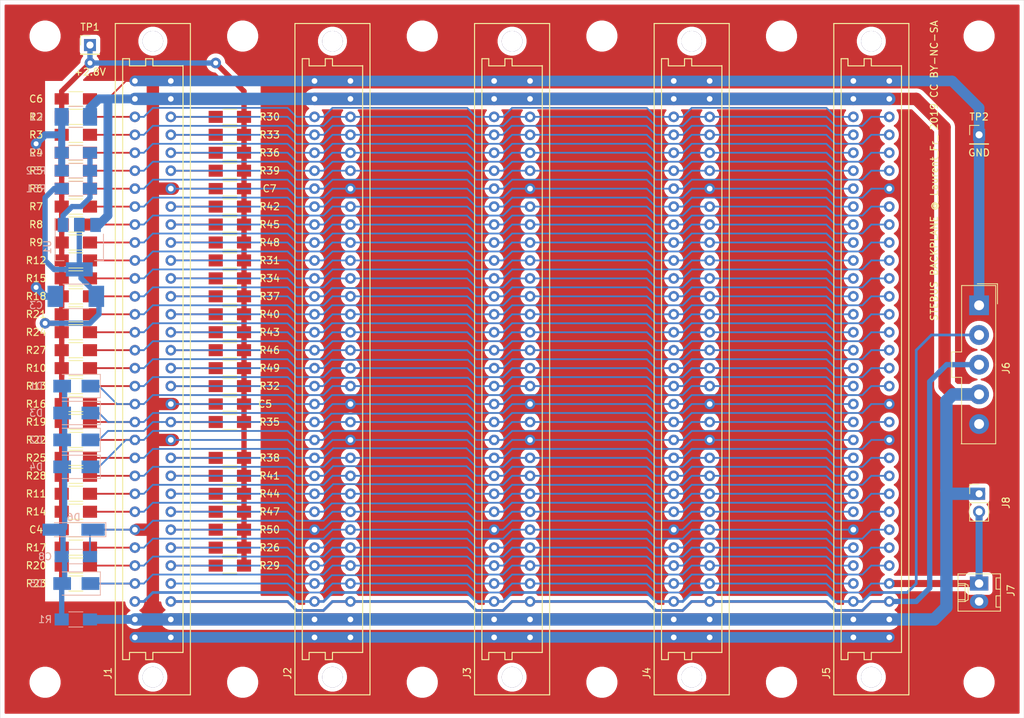
<source format=kicad_pcb>
(kicad_pcb (version 20171130) (host pcbnew "(5.1.4)-1")
  (layers (0 F.Cu signal) (31 B.Cu signal) (34 B.Paste user) (35 F.Paste user) (36 B.SilkS user) (37 F.SilkS user) (38 B.Mask user) (39 F.Mask user) (44 Edge.Cuts user))
  (net 0 "")
  (net 1 /D0)
  (net 2 /D1)
  (net 3 /D2)
  (net 4 /D3)
  (net 5 /D4)
  (net 6 /D5)
  (net 7 /D6)
  (net 8 /D7)
  (net 9 /A0)
  (net 10 /A2)
  (net 11 /A1)
  (net 12 /A4)
  (net 13 /A3)
  (net 14 /A6)
  (net 15 /A5)
  (net 16 /A8)
  (net 17 /A7)
  (net 18 /A10)
  (net 19 /A9)
  (net 20 /A12)
  (net 21 /A11)
  (net 22 /A14)
  (net 23 /A13)
  (net 24 /A16)
  (net 25 /A15)
  (net 26 /A18)
  (net 27 /A17)
  (net 28 /CM0)
  (net 29 /A19)
  (net 30 /CM2)
  (net 31 /CM1)
  (net 32 /~ADRSTB~)
  (net 33 /~DATACK~)
  (net 34 /~DATASTB~)
  (net 35 /~TRFERR~)
  (net 36 /~ATNRQ0~)
  (net 37 /~SYSRST~)
  (net 38 /~ATNRQ2~)
  (net 39 /~ATNRQ1~)
  (net 40 /~ATNRQ4~)
  (net 41 /~)
  (net 42 /~ATNRQ5~)
  (net 43 /~ATNRQ7~)
  (net 44 /~BUSRQ0~)
  (net 45 /~BUSRQ1~)
  (net 46 /~BUSAK0~)
  (net 47 /~BUSAK1~)
  (net 48 /SYSCLK)
  (net 49 /VSTBY)
  (net 50 /-12V)
  (net 51 /+12V)
  (net 52 +2V8)
  (net 53 /~ATNRQ3~)
  (net 54 GND)
  (net 55 +5V)
  (net 56 "Net-(C2-Pad1)")
  (net 57 "Net-(C8-Pad1)")
  (module Mounting_Holes:MountingHole_3.2mm_M3 (layer F.Cu) (at 200.66 54.61)
    (fp_text reference REF** hide)
    (fp_text value MountingHole_3.2mm_M3)
    (pad 1 np_thru_hole circle (at 0 0) (size 3.2 3.2) (drill 3.2) (layers *.Cu *.Mask))
  )
  (module Mounting_Holes:MountingHole_3.2mm_M3 (layer F.Cu) (at 200.66 146.05)
    (fp_text reference REF** hide)
    (fp_text value MountingHole_3.2mm_M3)
    (pad 1 np_thru_hole circle (at 0 0) (size 3.2 3.2) (drill 3.2) (layers *.Cu *.Mask))
  )
  (module Mounting_Holes:MountingHole_3.2mm_M3 (layer F.Cu) (at 68.58 146.05)
    (fp_text reference REF** hide)
    (fp_text value MountingHole_3.2mm_M3)
    (pad 1 np_thru_hole circle (at 0 0) (size 3.2 3.2) (drill 3.2) (layers *.Cu *.Mask))
  )
  (module Mounting_Holes:MountingHole_3.2mm_M3 (layer F.Cu) (at 96.52 146.05)
    (fp_text reference REF** hide)
    (fp_text value MountingHole_3.2mm_M3)
    (pad 1 np_thru_hole circle (at 0 0) (size 3.2 3.2) (drill 3.2) (layers *.Cu *.Mask))
  )
  (module Mounting_Holes:MountingHole_3.2mm_M3 (layer F.Cu) (at 172.72 146.05)
    (fp_text reference REF** hide)
    (fp_text value MountingHole_3.2mm_M3)
    (pad 1 np_thru_hole circle (at 0 0) (size 3.2 3.2) (drill 3.2) (layers *.Cu *.Mask))
  )
  (module Mounting_Holes:MountingHole_3.2mm_M3 (layer F.Cu) (at 147.32 146.05)
    (fp_text reference REF** hide)
    (fp_text value MountingHole_3.2mm_M3)
    (pad 1 np_thru_hole circle (at 0 0) (size 3.2 3.2) (drill 3.2) (layers *.Cu *.Mask))
  )
  (module Mounting_Holes:MountingHole_3.2mm_M3 (layer F.Cu) (at 121.92 146.05)
    (fp_text reference REF** hide)
    (fp_text value MountingHole_3.2mm_M3)
    (pad 1 np_thru_hole circle (at 0 0) (size 3.2 3.2) (drill 3.2) (layers *.Cu *.Mask))
  )
  (module Mounting_Holes:MountingHole_3.2mm_M3 (layer F.Cu) (at 68.58 54.61)
    (fp_text reference REF** hide)
    (fp_text value MountingHole_3.2mm_M3)
    (pad 1 np_thru_hole circle (at 0 0) (size 3.2 3.2) (drill 3.2) (layers *.Cu *.Mask))
  )
  (module Mounting_Holes:MountingHole_3.2mm_M3 (layer F.Cu) (at 96.52 54.61)
    (fp_text reference REF** hide)
    (fp_text value MountingHole_3.2mm_M3)
    (pad 1 np_thru_hole circle (at 0 0) (size 3.2 3.2) (drill 3.2) (layers *.Cu *.Mask))
  )
  (module Mounting_Holes:MountingHole_3.2mm_M3 (layer F.Cu) (at 121.92 54.61)
    (fp_text reference REF** hide)
    (fp_text value MountingHole_3.2mm_M3)
    (pad 1 np_thru_hole circle (at 0 0) (size 3.2 3.2) (drill 3.2) (layers *.Cu *.Mask))
  )
  (module Mounting_Holes:MountingHole_3.2mm_M3 (layer F.Cu) (at 147.32 54.61)
    (fp_text reference REF** hide)
    (fp_text value MountingHole_3.2mm_M3)
    (pad 1 np_thru_hole circle (at 0 0) (size 3.2 3.2) (drill 3.2) (layers *.Cu *.Mask))
  )
  (module Mounting_Holes:MountingHole_3.2mm_M3 (layer F.Cu) (at 172.72 54.61)
    (fp_text reference REF** hide)
    (fp_text value MountingHole_3.2mm_M3)
    (pad 1 np_thru_hole circle (at 0 0) (size 3.2 3.2) (drill 3.2) (layers *.Cu *.Mask))
  )
  (module Resistors_SMD:R_1206_HandSoldering (layer F.Cu) (at 72.93 66.04)
    (fp_text reference R2 (at -5.62 0) (layer F.SilkS))
    (fp_text value 270)
    (pad 2 smd rect (at 2 0) (size 2 1.7) (layers F.Cu F.Paste F.Mask) (net 1 /D0))
    (pad 1 smd rect (at -2 0) (size 2 1.7) (layers F.Cu F.Paste F.Mask) (net 52 +2V8))
  )
  (module Resistors_SMD:R_1206_HandSoldering (layer F.Cu) (at 72.93 68.58)
    (fp_text reference R3 (at -5.62 0) (layer F.SilkS))
    (fp_text value 270)
    (pad 1 smd rect (at -2 0) (size 2 1.7) (layers F.Cu F.Paste F.Mask) (net 52 +2V8))
    (pad 2 smd rect (at 2 0) (size 2 1.7) (layers F.Cu F.Paste F.Mask) (net 3 /D2))
  )
  (module Resistors_SMD:R_1206_HandSoldering (layer F.Cu) (at 72.93 71.12)
    (fp_text reference R4 (at -5.62 0) (layer F.SilkS))
    (fp_text value 270)
    (pad 2 smd rect (at 2 0) (size 2 1.7) (layers F.Cu F.Paste F.Mask) (net 5 /D4))
    (pad 1 smd rect (at -2 0) (size 2 1.7) (layers F.Cu F.Paste F.Mask) (net 52 +2V8))
  )
  (module Resistors_SMD:R_1206_HandSoldering (layer F.Cu) (at 72.93 73.66)
    (fp_text reference R5 (at -5.62 0) (layer F.SilkS))
    (fp_text value 270)
    (pad 1 smd rect (at -2 0) (size 2 1.7) (layers F.Cu F.Paste F.Mask) (net 52 +2V8))
    (pad 2 smd rect (at 2 0) (size 2 1.7) (layers F.Cu F.Paste F.Mask) (net 7 /D6))
  )
  (module Resistors_SMD:R_1206_HandSoldering (layer F.Cu) (at 72.93 76.2)
    (fp_text reference R6 (at -5.62 0) (layer F.SilkS))
    (fp_text value 270)
    (pad 2 smd rect (at 2 0) (size 2 1.7) (layers F.Cu F.Paste F.Mask) (net 9 /A0))
    (pad 1 smd rect (at -2 0) (size 2 1.7) (layers F.Cu F.Paste F.Mask) (net 52 +2V8))
  )
  (module Resistors_SMD:R_1206_HandSoldering (layer F.Cu) (at 72.93 78.74)
    (fp_text reference R7 (at -5.62 0) (layer F.SilkS))
    (fp_text value 270)
    (pad 1 smd rect (at -2 0) (size 2 1.7) (layers F.Cu F.Paste F.Mask) (net 52 +2V8))
    (pad 2 smd rect (at 2 0) (size 2 1.7) (layers F.Cu F.Paste F.Mask) (net 10 /A2))
  )
  (module Resistors_SMD:R_1206_HandSoldering (layer F.Cu) (at 72.93 81.28)
    (fp_text reference R8 (at -5.62 0) (layer F.SilkS))
    (fp_text value 270)
    (pad 2 smd rect (at 2 0) (size 2 1.7) (layers F.Cu F.Paste F.Mask) (net 12 /A4))
    (pad 1 smd rect (at -2 0) (size 2 1.7) (layers F.Cu F.Paste F.Mask) (net 52 +2V8))
  )
  (module Resistors_SMD:R_1206_HandSoldering (layer F.Cu) (at 72.93 83.82)
    (fp_text reference R9 (at -5.62 0) (layer F.SilkS))
    (fp_text value 270)
    (pad 2 smd rect (at 2 0) (size 2 1.7) (layers F.Cu F.Paste F.Mask) (net 14 /A6))
    (pad 1 smd rect (at -2 0) (size 2 1.7) (layers F.Cu F.Paste F.Mask) (net 52 +2V8))
  )
  (module Resistors_SMD:R_1206_HandSoldering (layer F.Cu) (at 72.93 101.6)
    (fp_text reference R10 (at -5.62 0) (layer F.SilkS))
    (fp_text value 270)
    (pad 1 smd rect (at -2 0) (size 2 1.7) (layers F.Cu F.Paste F.Mask) (net 52 +2V8))
    (pad 2 smd rect (at 2 0) (size 2 1.7) (layers F.Cu F.Paste F.Mask) (net 28 /CM0))
  )
  (module Resistors_SMD:R_1206_HandSoldering (layer F.Cu) (at 72.93 119.38)
    (fp_text reference R11 (at -5.62 0) (layer F.SilkS))
    (fp_text value 270)
    (pad 1 smd rect (at -2 0) (size 2 1.7) (layers F.Cu F.Paste F.Mask) (net 52 +2V8))
    (pad 2 smd rect (at 2 0) (size 2 1.7) (layers F.Cu F.Paste F.Mask) (net 40 /~ATNRQ4~))
  )
  (module Resistors_SMD:R_1206_HandSoldering (layer F.Cu) (at 72.93 86.36)
    (fp_text reference R12 (at -5.62 0) (layer F.SilkS))
    (fp_text value 270)
    (pad 1 smd rect (at -2 0) (size 2 1.7) (layers F.Cu F.Paste F.Mask) (net 52 +2V8))
    (pad 2 smd rect (at 2 0) (size 2 1.7) (layers F.Cu F.Paste F.Mask) (net 16 /A8))
  )
  (module Resistors_SMD:R_1206_HandSoldering (layer F.Cu) (at 72.93 104.14)
    (fp_text reference R13 (at -5.62 0) (layer F.SilkS))
    (fp_text value 270)
    (pad 2 smd rect (at 2 0) (size 2 1.7) (layers F.Cu F.Paste F.Mask) (net 30 /CM2))
    (pad 1 smd rect (at -2 0) (size 2 1.7) (layers F.Cu F.Paste F.Mask) (net 52 +2V8))
  )
  (module Resistors_SMD:R_1206_HandSoldering (layer F.Cu) (at 72.93 121.92)
    (fp_text reference R14 (at -5.62 0) (layer F.SilkS))
    (fp_text value 270)
    (pad 2 smd rect (at 2 0) (size 2 1.7) (layers F.Cu F.Paste F.Mask) (net 41 /~))
    (pad 1 smd rect (at -2 0) (size 2 1.7) (layers F.Cu F.Paste F.Mask) (net 52 +2V8))
  )
  (module Resistors_SMD:R_1206_HandSoldering (layer F.Cu) (at 72.93 88.9)
    (fp_text reference R15 (at -5.62 0) (layer F.SilkS))
    (fp_text value 270)
    (pad 2 smd rect (at 2 0) (size 2 1.7) (layers F.Cu F.Paste F.Mask) (net 18 /A10))
    (pad 1 smd rect (at -2 0) (size 2 1.7) (layers F.Cu F.Paste F.Mask) (net 52 +2V8))
  )
  (module Resistors_SMD:R_1206_HandSoldering (layer F.Cu) (at 72.93 106.68)
    (fp_text reference R16 (at -5.62 0) (layer F.SilkS))
    (fp_text value 270)
    (pad 1 smd rect (at -2 0) (size 2 1.7) (layers F.Cu F.Paste F.Mask) (net 52 +2V8))
    (pad 2 smd rect (at 2 0) (size 2 1.7) (layers F.Cu F.Paste F.Mask) (net 32 /~ADRSTB~))
  )
  (module Resistors_SMD:R_1206_HandSoldering (layer F.Cu) (at 72.93 127)
    (fp_text reference R17 (at -5.62 0) (layer F.SilkS))
    (fp_text value 270)
    (pad 1 smd rect (at -2 0) (size 2 1.7) (layers F.Cu F.Paste F.Mask) (net 52 +2V8))
    (pad 2 smd rect (at 2 0) (size 2 1.7) (layers F.Cu F.Paste F.Mask) (net 44 /~BUSRQ0~))
  )
  (module Resistors_SMD:R_1206_HandSoldering (layer F.Cu) (at 72.93 91.44)
    (fp_text reference R18 (at -5.62 0) (layer F.SilkS))
    (fp_text value 270)
    (pad 1 smd rect (at -2 0) (size 2 1.7) (layers F.Cu F.Paste F.Mask) (net 52 +2V8))
    (pad 2 smd rect (at 2 0) (size 2 1.7) (layers F.Cu F.Paste F.Mask) (net 20 /A12))
  )
  (module Resistors_SMD:R_1206_HandSoldering (layer F.Cu) (at 72.93 109.22)
    (fp_text reference R19 (at -5.62 0) (layer F.SilkS))
    (fp_text value 270)
    (pad 2 smd rect (at 2 0) (size 2 1.7) (layers F.Cu F.Paste F.Mask) (net 33 /~DATACK~))
    (pad 1 smd rect (at -2 0) (size 2 1.7) (layers F.Cu F.Paste F.Mask) (net 52 +2V8))
  )
  (module Resistors_SMD:R_1206_HandSoldering (layer F.Cu) (at 72.93 129.54)
    (fp_text reference R20 (at -5.62 0) (layer F.SilkS))
    (fp_text value 270)
    (pad 2 smd rect (at 2 0) (size 2 1.7) (layers F.Cu F.Paste F.Mask) (net 46 /~BUSAK0~))
    (pad 1 smd rect (at -2 0) (size 2 1.7) (layers F.Cu F.Paste F.Mask) (net 52 +2V8))
  )
  (module Resistors_SMD:R_1206_HandSoldering (layer F.Cu) (at 72.93 93.98)
    (fp_text reference R21 (at -5.62 0) (layer F.SilkS))
    (fp_text value 270)
    (pad 2 smd rect (at 2 0) (size 2 1.7) (layers F.Cu F.Paste F.Mask) (net 22 /A14))
    (pad 1 smd rect (at -2 0) (size 2 1.7) (layers F.Cu F.Paste F.Mask) (net 52 +2V8))
  )
  (module Resistors_SMD:R_1206_HandSoldering (layer F.Cu) (at 72.93 111.76)
    (fp_text reference R22 (at -5.62 0) (layer F.SilkS))
    (fp_text value 270)
    (pad 1 smd rect (at -2 0) (size 2 1.7) (layers F.Cu F.Paste F.Mask) (net 52 +2V8))
    (pad 2 smd rect (at 2 0) (size 2 1.7) (layers F.Cu F.Paste F.Mask) (net 35 /~TRFERR~))
  )
  (module Resistors_SMD:R_1206_HandSoldering (layer F.Cu) (at 72.93 132.08)
    (fp_text reference R23 (at -5.62 0) (layer F.SilkS))
    (fp_text value 270)
    (pad 1 smd rect (at -2 0) (size 2 1.7) (layers F.Cu F.Paste F.Mask) (net 52 +2V8))
    (pad 2 smd rect (at 2 0) (size 2 1.7) (layers F.Cu F.Paste F.Mask) (net 48 /SYSCLK))
  )
  (module Resistors_SMD:R_1206_HandSoldering (layer F.Cu) (at 72.93 96.52)
    (fp_text reference R24 (at -5.62 0) (layer F.SilkS))
    (fp_text value 270)
    (pad 1 smd rect (at -2 0) (size 2 1.7) (layers F.Cu F.Paste F.Mask) (net 52 +2V8))
    (pad 2 smd rect (at 2 0) (size 2 1.7) (layers F.Cu F.Paste F.Mask) (net 24 /A16))
  )
  (module Resistors_SMD:R_1206_HandSoldering (layer F.Cu) (at 72.93 114.3)
    (fp_text reference R25 (at -5.62 0) (layer F.SilkS))
    (fp_text value 270)
    (pad 2 smd rect (at 2 0) (size 2 1.7) (layers F.Cu F.Paste F.Mask) (net 36 /~ATNRQ0~))
    (pad 1 smd rect (at -2 0) (size 2 1.7) (layers F.Cu F.Paste F.Mask) (net 52 +2V8))
  )
  (module Resistors_SMD:R_1206_HandSoldering (layer F.Cu) (at 94.71 127 180)
    (fp_text reference R26 (at -5.62 0) (layer F.SilkS))
    (fp_text value 270)
    (pad 2 smd rect (at 2 0 180) (size 2 1.7) (layers F.Cu F.Paste F.Mask) (net 45 /~BUSRQ1~))
    (pad 1 smd rect (at -2 0 180) (size 2 1.7) (layers F.Cu F.Paste F.Mask) (net 52 +2V8))
  )
  (module Resistors_SMD:R_1206_HandSoldering (layer F.Cu) (at 72.93 99.06)
    (fp_text reference R27 (at -5.62 0) (layer F.SilkS))
    (fp_text value 270)
    (pad 1 smd rect (at -2 0) (size 2 1.7) (layers F.Cu F.Paste F.Mask) (net 52 +2V8))
    (pad 2 smd rect (at 2 0) (size 2 1.7) (layers F.Cu F.Paste F.Mask) (net 26 /A18))
  )
  (module Resistors_SMD:R_1206_HandSoldering (layer F.Cu) (at 72.93 116.84)
    (fp_text reference R28 (at -5.62 0) (layer F.SilkS))
    (fp_text value 270)
    (pad 2 smd rect (at 2 0) (size 2 1.7) (layers F.Cu F.Paste F.Mask) (net 38 /~ATNRQ2~))
    (pad 1 smd rect (at -2 0) (size 2 1.7) (layers F.Cu F.Paste F.Mask) (net 52 +2V8))
  )
  (module Resistors_SMD:R_1206_HandSoldering (layer F.Cu) (at 94.71 129.54 180)
    (fp_text reference R29 (at -5.62 0) (layer F.SilkS))
    (fp_text value 270)
    (pad 1 smd rect (at -2 0 180) (size 2 1.7) (layers F.Cu F.Paste F.Mask) (net 52 +2V8))
    (pad 2 smd rect (at 2 0 180) (size 2 1.7) (layers F.Cu F.Paste F.Mask) (net 47 /~BUSAK1~))
  )
  (module Resistors_SMD:R_1206_HandSoldering (layer F.Cu) (at 94.71 66.04 180)
    (fp_text reference R30 (at -5.62 0) (layer F.SilkS))
    (fp_text value 270)
    (pad 2 smd rect (at 2 0 180) (size 2 1.7) (layers F.Cu F.Paste F.Mask) (net 2 /D1))
    (pad 1 smd rect (at -2 0 180) (size 2 1.7) (layers F.Cu F.Paste F.Mask) (net 52 +2V8))
  )
  (module Resistors_SMD:R_1206_HandSoldering (layer F.Cu) (at 94.71 86.36 180)
    (fp_text reference R31 (at -5.62 0) (layer F.SilkS))
    (fp_text value 270)
    (pad 2 smd rect (at 2 0 180) (size 2 1.7) (layers F.Cu F.Paste F.Mask) (net 17 /A7))
    (pad 1 smd rect (at -2 0 180) (size 2 1.7) (layers F.Cu F.Paste F.Mask) (net 52 +2V8))
  )
  (module Resistors_SMD:R_1206_HandSoldering (layer F.Cu) (at 94.71 104.14 180)
    (fp_text reference R32 (at -5.62 0) (layer F.SilkS))
    (fp_text value 270)
    (pad 2 smd rect (at 2 0 180) (size 2 1.7) (layers F.Cu F.Paste F.Mask) (net 31 /CM1))
    (pad 1 smd rect (at -2 0 180) (size 2 1.7) (layers F.Cu F.Paste F.Mask) (net 52 +2V8))
  )
  (module Resistors_SMD:R_1206_HandSoldering (layer F.Cu) (at 94.71 68.58 180)
    (fp_text reference R33 (at -5.62 0) (layer F.SilkS))
    (fp_text value 270)
    (pad 1 smd rect (at -2 0 180) (size 2 1.7) (layers F.Cu F.Paste F.Mask) (net 52 +2V8))
    (pad 2 smd rect (at 2 0 180) (size 2 1.7) (layers F.Cu F.Paste F.Mask) (net 4 /D3))
  )
  (module Resistors_SMD:R_1206_HandSoldering (layer F.Cu) (at 94.71 88.9 180)
    (fp_text reference R34 (at -5.62 0) (layer F.SilkS))
    (fp_text value 270)
    (pad 1 smd rect (at -2 0 180) (size 2 1.7) (layers F.Cu F.Paste F.Mask) (net 52 +2V8))
    (pad 2 smd rect (at 2 0 180) (size 2 1.7) (layers F.Cu F.Paste F.Mask) (net 19 /A9))
  )
  (module Resistors_SMD:R_1206_HandSoldering (layer F.Cu) (at 94.71 109.22 180)
    (fp_text reference R35 (at -5.62 0) (layer F.SilkS))
    (fp_text value 270)
    (pad 1 smd rect (at -2 0 180) (size 2 1.7) (layers F.Cu F.Paste F.Mask) (net 52 +2V8))
    (pad 2 smd rect (at 2 0 180) (size 2 1.7) (layers F.Cu F.Paste F.Mask) (net 34 /~DATASTB~))
  )
  (module Resistors_SMD:R_1206_HandSoldering (layer F.Cu) (at 94.71 71.12 180)
    (fp_text reference R36 (at -5.62 0) (layer F.SilkS))
    (fp_text value 270)
    (pad 2 smd rect (at 2 0 180) (size 2 1.7) (layers F.Cu F.Paste F.Mask) (net 6 /D5))
    (pad 1 smd rect (at -2 0 180) (size 2 1.7) (layers F.Cu F.Paste F.Mask) (net 52 +2V8))
  )
  (module Resistors_SMD:R_1206_HandSoldering (layer F.Cu) (at 94.71 91.44 180)
    (fp_text reference R37 (at -5.62 0) (layer F.SilkS))
    (fp_text value 270)
    (pad 2 smd rect (at 2 0 180) (size 2 1.7) (layers F.Cu F.Paste F.Mask) (net 21 /A11))
    (pad 1 smd rect (at -2 0 180) (size 2 1.7) (layers F.Cu F.Paste F.Mask) (net 52 +2V8))
  )
  (module Resistors_SMD:R_1206_HandSoldering (layer F.Cu) (at 94.71 114.3 180)
    (fp_text reference R38 (at -5.62 0) (layer F.SilkS))
    (fp_text value 270)
    (pad 2 smd rect (at 2 0 180) (size 2 1.7) (layers F.Cu F.Paste F.Mask) (net 37 /~SYSRST~))
    (pad 1 smd rect (at -2 0 180) (size 2 1.7) (layers F.Cu F.Paste F.Mask) (net 52 +2V8))
  )
  (module Resistors_SMD:R_1206_HandSoldering (layer F.Cu) (at 94.71 73.66 180)
    (fp_text reference R39 (at -5.62 0) (layer F.SilkS))
    (fp_text value 270)
    (pad 1 smd rect (at -2 0 180) (size 2 1.7) (layers F.Cu F.Paste F.Mask) (net 52 +2V8))
    (pad 2 smd rect (at 2 0 180) (size 2 1.7) (layers F.Cu F.Paste F.Mask) (net 8 /D7))
  )
  (module Resistors_SMD:R_1206_HandSoldering (layer F.Cu) (at 94.71 93.98 180)
    (fp_text reference R40 (at -5.62 0) (layer F.SilkS))
    (fp_text value 270)
    (pad 1 smd rect (at -2 0 180) (size 2 1.7) (layers F.Cu F.Paste F.Mask) (net 52 +2V8))
    (pad 2 smd rect (at 2 0 180) (size 2 1.7) (layers F.Cu F.Paste F.Mask) (net 23 /A13))
  )
  (module Resistors_SMD:R_1206_HandSoldering (layer F.Cu) (at 94.71 116.84 180)
    (fp_text reference R41 (at -5.62 0) (layer F.SilkS))
    (fp_text value 270)
    (pad 1 smd rect (at -2 0 180) (size 2 1.7) (layers F.Cu F.Paste F.Mask) (net 52 +2V8))
    (pad 2 smd rect (at 2 0 180) (size 2 1.7) (layers F.Cu F.Paste F.Mask) (net 39 /~ATNRQ1~))
  )
  (module Resistors_SMD:R_1206_HandSoldering (layer F.Cu) (at 94.71 78.74 180)
    (fp_text reference R42 (at -5.62 0) (layer F.SilkS))
    (fp_text value 270)
    (pad 1 smd rect (at -2 0 180) (size 2 1.7) (layers F.Cu F.Paste F.Mask) (net 52 +2V8))
    (pad 2 smd rect (at 2 0 180) (size 2 1.7) (layers F.Cu F.Paste F.Mask) (net 11 /A1))
  )
  (module Resistors_SMD:R_1206_HandSoldering (layer F.Cu) (at 94.71 96.52 180)
    (fp_text reference R43 (at -5.62 0) (layer F.SilkS))
    (fp_text value 270)
    (pad 2 smd rect (at 2 0 180) (size 2 1.7) (layers F.Cu F.Paste F.Mask) (net 25 /A15))
    (pad 1 smd rect (at -2 0 180) (size 2 1.7) (layers F.Cu F.Paste F.Mask) (net 52 +2V8))
  )
  (module Resistors_SMD:R_1206_HandSoldering (layer F.Cu) (at 94.71 119.38 180)
    (fp_text reference R44 (at -5.62 0) (layer F.SilkS))
    (fp_text value 270)
    (pad 2 smd rect (at 2 0 180) (size 2 1.7) (layers F.Cu F.Paste F.Mask) (net 53 /~ATNRQ3~))
    (pad 1 smd rect (at -2 0 180) (size 2 1.7) (layers F.Cu F.Paste F.Mask) (net 52 +2V8))
  )
  (module Resistors_SMD:R_1206_HandSoldering (layer F.Cu) (at 94.71 81.28 180)
    (fp_text reference R45 (at -5.62 0) (layer F.SilkS))
    (fp_text value 270)
    (pad 2 smd rect (at 2 0 180) (size 2 1.7) (layers F.Cu F.Paste F.Mask) (net 13 /A3))
    (pad 1 smd rect (at -2 0 180) (size 2 1.7) (layers F.Cu F.Paste F.Mask) (net 52 +2V8))
  )
  (module Resistors_SMD:R_1206_HandSoldering (layer F.Cu) (at 94.71 99.06 180)
    (fp_text reference R46 (at -5.62 0) (layer F.SilkS))
    (fp_text value 270)
    (pad 1 smd rect (at -2 0 180) (size 2 1.7) (layers F.Cu F.Paste F.Mask) (net 52 +2V8))
    (pad 2 smd rect (at 2 0 180) (size 2 1.7) (layers F.Cu F.Paste F.Mask) (net 27 /A17))
  )
  (module Resistors_SMD:R_1206_HandSoldering (layer F.Cu) (at 94.71 121.92 180)
    (fp_text reference R47 (at -5.62 0) (layer F.SilkS))
    (fp_text value 270)
    (pad 1 smd rect (at -2 0 180) (size 2 1.7) (layers F.Cu F.Paste F.Mask) (net 52 +2V8))
    (pad 2 smd rect (at 2 0 180) (size 2 1.7) (layers F.Cu F.Paste F.Mask) (net 42 /~ATNRQ5~))
  )
  (module Resistors_SMD:R_1206_HandSoldering (layer F.Cu) (at 94.71 83.82 180)
    (fp_text reference R48 (at -5.62 0) (layer F.SilkS))
    (fp_text value 270)
    (pad 1 smd rect (at -2 0 180) (size 2 1.7) (layers F.Cu F.Paste F.Mask) (net 52 +2V8))
    (pad 2 smd rect (at 2 0 180) (size 2 1.7) (layers F.Cu F.Paste F.Mask) (net 15 /A5))
  )
  (module Resistors_SMD:R_1206_HandSoldering (layer F.Cu) (at 94.71 101.6 180)
    (fp_text reference R49 (at -5.62 0) (layer F.SilkS))
    (fp_text value 270)
    (pad 2 smd rect (at 2 0 180) (size 2 1.7) (layers F.Cu F.Paste F.Mask) (net 29 /A19))
    (pad 1 smd rect (at -2 0 180) (size 2 1.7) (layers F.Cu F.Paste F.Mask) (net 52 +2V8))
  )
  (module Resistors_SMD:R_1206_HandSoldering (layer F.Cu) (at 94.71 124.46 180)
    (fp_text reference R50 (at -5.62 0) (layer F.SilkS))
    (fp_text value 270)
    (pad 2 smd rect (at 2 0 180) (size 2 1.7) (layers F.Cu F.Paste F.Mask) (net 43 /~ATNRQ7~))
    (pad 1 smd rect (at -2 0 180) (size 2 1.7) (layers F.Cu F.Paste F.Mask) (net 52 +2V8))
  )
  (module Resistors_SMD:R_1206_HandSoldering (layer B.Cu) (at 72.93 137.16 180)
    (fp_text reference R1 (at 4.35 0 180) (layer B.SilkS) (effects (justify mirror)))
    (fp_text value 220)
    (pad 1 smd rect (at -2 0 180) (size 2 1.7) (layers B.Cu B.Paste B.Mask) (net 55 +5V))
    (pad 2 smd rect (at 2 0 180) (size 2 1.7) (layers B.Cu B.Paste B.Mask) (net 57 "Net-(C8-Pad1)"))
  )
  (module TO_SOT_Packages_SMD:SOT-223-3_TabPin2 (layer B.Cu) (at 73.42 84.48 270)
    (fp_text reference U1 (at 0 4.5 90) (layer B.SilkS) (effects (justify mirror)))
    (fp_text value LM1117-ADJ)
    (pad 1 smd rect (at -3.15 2.3 270) (size 2 1.5) (layers B.Cu B.Paste B.Mask) (net 56 "Net-(C2-Pad1)"))
    (pad 3 smd rect (at -3.15 -2.3 270) (size 2 1.5) (layers B.Cu B.Paste B.Mask) (net 55 +5V))
    (pad 2 smd rect (at -3.15 0 270) (size 2 1.5) (layers B.Cu B.Paste B.Mask) (net 52 +2V8))
    (pad 2 smd rect (at 3.15 0 270) (size 2 3.8) (layers B.Cu B.Paste B.Mask) (net 52 +2V8))
  )
  (module Capacitors_SMD:C_1210_HandSoldering (layer B.Cu) (at 72.93 66.04 180)
    (fp_text reference C1 (at 5.62 0 180) (layer B.SilkS) (effects (justify mirror)))
    (fp_text value 10uF)
    (pad 2 smd rect (at 2 0 180) (size 2 2.5) (layers B.Cu B.Paste B.Mask) (net 54 GND))
    (pad 1 smd rect (at -2 0 180) (size 2 2.5) (layers B.Cu B.Paste B.Mask) (net 55 +5V))
  )
  (module Capacitors_SMD:C_1206_HandSoldering (layer B.Cu) (at 72.93 71.12 180)
    (fp_text reference C2 (at 5.62 0) (layer B.SilkS) (effects (justify mirror)))
    (fp_text value 100nF)
    (pad 2 smd rect (at 2 0 180) (size 2 1.6) (layers B.Cu B.Paste B.Mask) (net 54 GND))
    (pad 1 smd rect (at -2 0 180) (size 2 1.6) (layers B.Cu B.Paste B.Mask) (net 56 "Net-(C2-Pad1)"))
  )
  (module Capacitors_SMD:C_1206_HandSoldering (layer B.Cu) (at 72.93 76.2)
    (fp_text reference R51 (at -5.62 0) (layer B.SilkS) (effects (justify mirror)))
    (fp_text value R)
    (pad 2 smd rect (at 2 0) (size 2 1.6) (layers B.Cu B.Paste B.Mask) (net 56 "Net-(C2-Pad1)"))
    (pad 1 smd rect (at -2 0) (size 2 1.6) (layers B.Cu B.Paste B.Mask) (net 52 +2V8))
  )
  (module Capacitors_SMD:C_1206_HandSoldering (layer B.Cu) (at 72.93 73.66 180)
    (fp_text reference R52 (at 5.62 0) (layer B.SilkS) (effects (justify mirror)))
    (fp_text value R)
    (pad 1 smd rect (at -2 0 180) (size 2 1.6) (layers B.Cu B.Paste B.Mask) (net 56 "Net-(C2-Pad1)"))
    (pad 2 smd rect (at 2 0 180) (size 2 1.6) (layers B.Cu B.Paste B.Mask) (net 54 GND))
  )
  (module Capacitors_SMD:C_1206_HandSoldering (layer F.Cu) (at 72.93 124.46)
    (fp_text reference C4 (at -5.62 0) (layer F.SilkS))
    (fp_text value 100nF)
    (pad 2 smd rect (at 2 0) (size 2 1.6) (layers F.Cu F.Paste F.Mask) (net 54 GND))
    (pad 1 smd rect (at -2 0) (size 2 1.6) (layers F.Cu F.Paste F.Mask) (net 52 +2V8))
  )
  (module Capacitors_SMD:C_1206_HandSoldering (layer F.Cu) (at 94.71 106.68 180)
    (fp_text reference C5 (at -4.985 0) (layer F.SilkS))
    (fp_text value 100nF)
    (pad 1 smd rect (at -2 0 180) (size 2 1.6) (layers F.Cu F.Paste F.Mask) (net 52 +2V8))
    (pad 2 smd rect (at 2 0 180) (size 2 1.6) (layers F.Cu F.Paste F.Mask) (net 54 GND))
  )
  (module Capacitors_SMD:C_1206_HandSoldering (layer F.Cu) (at 72.93 63.5)
    (fp_text reference C6 (at -5.62 0) (layer F.SilkS))
    (fp_text value 100nF)
    (pad 2 smd rect (at 2 0) (size 2 1.6) (layers F.Cu F.Paste F.Mask) (net 54 GND))
    (pad 1 smd rect (at -2 0) (size 2 1.6) (layers F.Cu F.Paste F.Mask) (net 52 +2V8))
  )
  (module Capacitors_SMD:C_1206_HandSoldering (layer F.Cu) (at 94.71 76.2 180)
    (fp_text reference C7 (at -5.62 0) (layer F.SilkS))
    (fp_text value 100nF)
    (pad 1 smd rect (at -2 0 180) (size 2 1.6) (layers F.Cu F.Paste F.Mask) (net 52 +2V8))
    (pad 2 smd rect (at 2 0 180) (size 2 1.6) (layers F.Cu F.Paste F.Mask) (net 54 GND))
  )
  (module Capacitors_SMD:C_1206_HandSoldering (layer B.Cu) (at 72.93 128.27)
    (fp_text reference C8 (at -4.35 0) (layer B.SilkS) (effects (justify mirror)))
    (fp_text value 100nF)
    (pad 1 smd rect (at -2 0) (size 2 1.6) (layers B.Cu B.Paste B.Mask) (net 57 "Net-(C8-Pad1)"))
    (pad 2 smd rect (at 2 0) (size 2 1.6) (layers B.Cu B.Paste B.Mask) (net 54 GND))
  )
  (module mylib:Molex_MiniFit-JR-5556-10A_1x05x4.20mm_Straight (layer F.Cu) (at 200.66 92.71 270)
    (fp_text reference J6 (at 8.89 -3.81 90) (layer F.SilkS))
    (fp_text value Conn_01x05_Male)
    (pad 1 thru_hole rect (at 0 0 270) (size 2.8 2.8) (drill 1.4) (layers *.Cu *.Mask) (net 54 GND))
    (pad 2 thru_hole circle (at 4.2 0 270) (size 2.8 2.8) (drill 1.4) (layers *.Cu *.Mask) (net 50 /-12V))
    (pad 3 thru_hole circle (at 8.4 0 270) (size 2.8 2.8) (drill 1.4) (layers *.Cu *.Mask) (net 51 /+12V))
    (pad 4 thru_hole circle (at 12.6 0 270) (size 2.8 2.8) (drill 1.4) (layers *.Cu *.Mask) (net 55 +5V))
    (pad 5 thru_hole circle (at 16.8 0 270) (size 2.8 2.8) (drill 1.4) (layers *.Cu *.Mask) (net 54 GND))
  )
  (module Connectors_Molex:Molex_KK-6410-02_02x2.54mm_Straight (layer F.Cu) (at 200.66 132.08 270)
    (fp_text reference J7 (at 1 -4.5 90) (layer F.SilkS))
    (fp_text value Conn_01x02_Male)
    (pad 2 thru_hole oval (at 2.54 0 270) (size 2 2.6) (drill 1.2) (layers *.Cu *.Mask) (net 54 GND))
    (pad 1 thru_hole rect (at 0 0 270) (size 2 2.6) (drill 1.2) (layers *.Cu *.Mask) (net 49 /VSTBY))
  )
  (module Pin_Headers:Pin_Header_Straight_1x02_Pitch2.54mm (layer F.Cu) (at 200.66 119.38)
    (fp_text reference J8 (at 3.81 1.27 90) (layer F.SilkS))
    (fp_text value Conn_01x02_Male)
    (pad 2 thru_hole oval (at 0 2.54) (size 1.7 1.7) (drill 1) (layers *.Cu *.Mask) (net 49 /VSTBY))
    (pad 1 thru_hole rect (at 0 0) (size 1.7 1.7) (drill 1) (layers *.Cu *.Mask) (net 55 +5V))
  )
  (module Pin_Headers:Pin_Header_Straight_1x01_Pitch2.54mm (layer F.Cu) (at 74.93 55.88)
    (fp_text reference TP1 (at 0 -2.54) (layer F.SilkS))
    (fp_text value TestPoint)
    (pad 1 thru_hole rect (at 0 0) (size 1.7 1.7) (drill 1) (layers *.Cu *.Mask) (net 52 +2V8))
  )
  (module Pin_Headers:Pin_Header_Straight_1x01_Pitch2.54mm (layer F.Cu) (at 200.66 68.58)
    (fp_text reference TP2 (at 0 -2.54) (layer F.SilkS))
    (fp_text value TestPoint)
    (pad 1 thru_hole rect (at 0 0) (size 1.7 1.7) (drill 1) (layers *.Cu *.Mask) (net 54 GND))
  )
  (module Capacitors_SMD:C_1812_HandSoldering (layer B.Cu) (at 72.93 91.44 180)
    (fp_text reference C3 (at 5.62 -1.27) (layer B.SilkS) (effects (justify mirror)))
    (fp_text value 100uF)
    (pad 2 smd rect (at 2.9 0 180) (size 2.2 3) (layers B.Cu B.Paste B.Mask) (net 54 GND))
    (pad 1 smd rect (at -2.9 0 180) (size 2.2 3) (layers B.Cu B.Paste B.Mask) (net 52 +2V8))
  )
  (module Diodes_SMD:D_SMA (layer B.Cu) (at 72.995 104.14 180)
    (fp_text reference D1 (at 5.685 0) (layer B.SilkS) (effects (justify mirror)))
    (fp_text value D_Schottky)
    (pad 1 smd rect (at -2 0 180) (size 2.5 1.8) (layers B.Cu B.Paste B.Mask) (net 32 /~ADRSTB~))
    (pad 2 smd rect (at 2 0 180) (size 2.5 1.8) (layers B.Cu B.Paste B.Mask) (net 57 "Net-(C8-Pad1)"))
  )
  (module Diodes_SMD:D_SMA (layer B.Cu) (at 72.995 111.76 180)
    (fp_text reference D2 (at 5.685 0) (layer B.SilkS) (effects (justify mirror)))
    (fp_text value D_Schottky)
    (pad 2 smd rect (at 2 0 180) (size 2.5 1.8) (layers B.Cu B.Paste B.Mask) (net 57 "Net-(C8-Pad1)"))
    (pad 1 smd rect (at -2 0 180) (size 2.5 1.8) (layers B.Cu B.Paste B.Mask) (net 34 /~DATASTB~))
  )
  (module Diodes_SMD:D_SMA (layer B.Cu) (at 72.995 107.95 180)
    (fp_text reference D3 (at 5.685 0) (layer B.SilkS) (effects (justify mirror)))
    (fp_text value D_Schottky)
    (pad 2 smd rect (at 2 0 180) (size 2.5 1.8) (layers B.Cu B.Paste B.Mask) (net 57 "Net-(C8-Pad1)"))
    (pad 1 smd rect (at -2 0 180) (size 2.5 1.8) (layers B.Cu B.Paste B.Mask) (net 33 /~DATACK~))
  )
  (module Diodes_SMD:D_SMA (layer B.Cu) (at 72.995 115.57 180)
    (fp_text reference D4 (at 5.685 0) (layer B.SilkS) (effects (justify mirror)))
    (fp_text value D_Schottky)
    (pad 1 smd rect (at -2 0 180) (size 2.5 1.8) (layers B.Cu B.Paste B.Mask) (net 35 /~TRFERR~))
    (pad 2 smd rect (at 2 0 180) (size 2.5 1.8) (layers B.Cu B.Paste B.Mask) (net 57 "Net-(C8-Pad1)"))
  )
  (module Diodes_SMD:D_SMA (layer B.Cu) (at 72.995 132.08 180)
    (fp_text reference D5 (at 5.685 0) (layer B.SilkS) (effects (justify mirror)))
    (fp_text value D_Schottky)
    (pad 2 smd rect (at 2 0 180) (size 2.5 1.8) (layers B.Cu B.Paste B.Mask) (net 57 "Net-(C8-Pad1)"))
    (pad 1 smd rect (at -2 0 180) (size 2.5 1.8) (layers B.Cu B.Paste B.Mask) (net 48 /SYSCLK))
  )
  (module Diodes_SMD:D_MiniMELF_Handsoldering (layer B.Cu) (at 72.62 124.46 180)
    (fp_text reference D6 (at 0 1.75) (layer B.SilkS) (effects (justify mirror)))
    (fp_text value D)
    (pad 2 smd rect (at 2.75 0 180) (size 3.3 1.7) (layers B.Cu B.Paste B.Mask) (net 57 "Net-(C8-Pad1)"))
    (pad 1 smd rect (at -2.75 0 180) (size 3.3 1.7) (layers B.Cu B.Paste B.Mask) (net 54 GND))
  )
  (module mylib:Socket_DIN41612-CaseC1-AC-Female-64Pin-2rows (layer F.Cu) (at 83.82 100.33 90)
    (fp_text reference J1 (at -44.45 -6.35 90) (layer F.SilkS))
    (fp_text value DIN41612-a+c)
    (pad c1 thru_hole circle (at 39.37 2.54 270) (size 1.50114 1.50114) (drill 0.8001) (layers *.Cu *.Mask) (net 54 GND))
    (pad c2 thru_hole circle (at 36.83 2.54 270) (size 1.50114 1.50114) (drill 0.8001) (layers *.Cu *.Mask) (net 55 +5V))
    (pad c4 thru_hole circle (at 31.75 2.54 270) (size 1.50114 1.50114) (drill 0.8001) (layers *.Cu *.Mask) (net 4 /D3))
    (pad c3 thru_hole circle (at 34.29 2.54 270) (size 1.50114 1.50114) (drill 0.8001) (layers *.Cu *.Mask) (net 2 /D1))
    (pad c5 thru_hole circle (at 29.21 2.54 270) (size 1.50114 1.50114) (drill 0.8001) (layers *.Cu *.Mask) (net 6 /D5))
    (pad c6 thru_hole circle (at 26.67 2.54 270) (size 1.50114 1.50114) (drill 0.8001) (layers *.Cu *.Mask) (net 8 /D7))
    (pad c7 thru_hole circle (at 24.13 2.54 270) (size 1.50114 1.50114) (drill 0.8001) (layers *.Cu *.Mask) (net 54 GND))
    (pad c8 thru_hole circle (at 21.59 2.54 270) (size 1.50114 1.50114) (drill 0.8001) (layers *.Cu *.Mask) (net 11 /A1))
    (pad c9 thru_hole circle (at 19.05 2.54 270) (size 1.50114 1.50114) (drill 0.8001) (layers *.Cu *.Mask) (net 13 /A3))
    (pad c10 thru_hole circle (at 16.51 2.54 270) (size 1.50114 1.50114) (drill 0.8001) (layers *.Cu *.Mask) (net 15 /A5))
    (pad c11 thru_hole circle (at 13.97 2.54 270) (size 1.50114 1.50114) (drill 0.8001) (layers *.Cu *.Mask) (net 17 /A7))
    (pad c12 thru_hole circle (at 11.43 2.54 270) (size 1.50114 1.50114) (drill 0.8001) (layers *.Cu *.Mask) (net 19 /A9))
    (pad c13 thru_hole circle (at 8.89 2.54 270) (size 1.50114 1.50114) (drill 0.8001) (layers *.Cu *.Mask) (net 21 /A11))
    (pad c14 thru_hole circle (at 6.35 2.54 270) (size 1.50114 1.50114) (drill 0.8001) (layers *.Cu *.Mask) (net 23 /A13))
    (pad c15 thru_hole circle (at 3.81 2.54 270) (size 1.50114 1.50114) (drill 0.8001) (layers *.Cu *.Mask) (net 25 /A15))
    (pad c16 thru_hole circle (at 1.27 2.54 270) (size 1.50114 1.50114) (drill 0.8001) (layers *.Cu *.Mask) (net 27 /A17))
    (pad c17 thru_hole circle (at -1.27 2.54 270) (size 1.50114 1.50114) (drill 0.8001) (layers *.Cu *.Mask) (net 29 /A19))
    (pad c18 thru_hole circle (at -3.81 2.54 270) (size 1.50114 1.50114) (drill 0.8001) (layers *.Cu *.Mask) (net 31 /CM1))
    (pad c19 thru_hole circle (at -6.35 2.54 270) (size 1.50114 1.50114) (drill 0.8001) (layers *.Cu *.Mask) (net 54 GND))
    (pad c20 thru_hole circle (at -8.89 2.54 270) (size 1.50114 1.50114) (drill 0.8001) (layers *.Cu *.Mask) (net 34 /~DATASTB~))
    (pad c21 thru_hole circle (at -11.43 2.54 270) (size 1.50114 1.50114) (drill 0.8001) (layers *.Cu *.Mask) (net 54 GND))
    (pad c22 thru_hole circle (at -13.97 2.54 270) (size 1.50114 1.50114) (drill 0.8001) (layers *.Cu *.Mask) (net 37 /~SYSRST~))
    (pad c23 thru_hole circle (at -16.51 2.54 270) (size 1.50114 1.50114) (drill 0.8001) (layers *.Cu *.Mask) (net 39 /~ATNRQ1~))
    (pad c24 thru_hole circle (at -19.05 2.54 270) (size 1.50114 1.50114) (drill 0.8001) (layers *.Cu *.Mask) (net 53 /~ATNRQ3~))
    (pad c25 thru_hole circle (at -21.59 2.54 270) (size 1.50114 1.50114) (drill 0.8001) (layers *.Cu *.Mask) (net 42 /~ATNRQ5~))
    (pad c26 thru_hole circle (at -24.13 2.54 270) (size 1.50114 1.50114) (drill 0.8001) (layers *.Cu *.Mask) (net 43 /~ATNRQ7~))
    (pad c27 thru_hole circle (at -26.67 2.54 270) (size 1.50114 1.50114) (drill 0.8001) (layers *.Cu *.Mask) (net 45 /~BUSRQ1~))
    (pad c28 thru_hole circle (at -29.21 2.54 270) (size 1.50114 1.50114) (drill 0.8001) (layers *.Cu *.Mask) (net 47 /~BUSAK1~))
    (pad c29 thru_hole circle (at -31.75 2.54 270) (size 1.50114 1.50114) (drill 0.8001) (layers *.Cu *.Mask) (net 49 /VSTBY))
    (pad c30 thru_hole circle (at -34.29 2.54 270) (size 1.50114 1.50114) (drill 0.8001) (layers *.Cu *.Mask) (net 51 /+12V))
    (pad c31 thru_hole circle (at -36.83 2.54 270) (size 1.50114 1.50114) (drill 0.8001) (layers *.Cu *.Mask) (net 55 +5V))
    (pad c32 thru_hole circle (at -39.37 2.54 270) (size 1.50114 1.50114) (drill 0.8001) (layers *.Cu *.Mask) (net 54 GND))
    (pad a1 thru_hole circle (at 39.37 -2.54 270) (size 1.50114 1.50114) (drill 0.8001) (layers *.Cu *.Mask) (net 54 GND))
    (pad a2 thru_hole circle (at 36.83 -2.54 270) (size 1.50114 1.50114) (drill 0.8001) (layers *.Cu *.Mask) (net 55 +5V))
    (pad a4 thru_hole circle (at 31.75 -2.54 270) (size 1.50114 1.50114) (drill 0.8001) (layers *.Cu *.Mask) (net 3 /D2))
    (pad a3 thru_hole circle (at 34.29 -2.54 270) (size 1.50114 1.50114) (drill 0.8001) (layers *.Cu *.Mask) (net 1 /D0))
    (pad a5 thru_hole circle (at 29.21 -2.54 270) (size 1.50114 1.50114) (drill 0.8001) (layers *.Cu *.Mask) (net 5 /D4))
    (pad a6 thru_hole circle (at 26.67 -2.54 270) (size 1.50114 1.50114) (drill 0.8001) (layers *.Cu *.Mask) (net 7 /D6))
    (pad a7 thru_hole circle (at 24.13 -2.54 270) (size 1.50114 1.50114) (drill 0.8001) (layers *.Cu *.Mask) (net 9 /A0))
    (pad a8 thru_hole circle (at 21.59 -2.54 270) (size 1.50114 1.50114) (drill 0.8001) (layers *.Cu *.Mask) (net 10 /A2))
    (pad a9 thru_hole circle (at 19.05 -2.54 270) (size 1.50114 1.50114) (drill 0.8001) (layers *.Cu *.Mask) (net 12 /A4))
    (pad a10 thru_hole circle (at 16.51 -2.54 270) (size 1.50114 1.50114) (drill 0.8001) (layers *.Cu *.Mask) (net 14 /A6))
    (pad a11 thru_hole circle (at 13.97 -2.54 270) (size 1.50114 1.50114) (drill 0.8001) (layers *.Cu *.Mask) (net 16 /A8))
    (pad a12 thru_hole circle (at 11.43 -2.54 270) (size 1.50114 1.50114) (drill 0.8001) (layers *.Cu *.Mask) (net 18 /A10))
    (pad a13 thru_hole circle (at 8.89 -2.54 270) (size 1.50114 1.50114) (drill 0.8001) (layers *.Cu *.Mask) (net 20 /A12))
    (pad a14 thru_hole circle (at 6.35 -2.54 270) (size 1.50114 1.50114) (drill 0.8001) (layers *.Cu *.Mask) (net 22 /A14))
    (pad a15 thru_hole circle (at 3.81 -2.54 270) (size 1.50114 1.50114) (drill 0.8001) (layers *.Cu *.Mask) (net 24 /A16))
    (pad a16 thru_hole circle (at 1.27 -2.54 270) (size 1.50114 1.50114) (drill 0.8001) (layers *.Cu *.Mask) (net 26 /A18))
    (pad a17 thru_hole circle (at -1.27 -2.54 270) (size 1.50114 1.50114) (drill 0.8001) (layers *.Cu *.Mask) (net 28 /CM0))
    (pad a18 thru_hole circle (at -3.81 -2.54 270) (size 1.50114 1.50114) (drill 0.8001) (layers *.Cu *.Mask) (net 30 /CM2))
    (pad a19 thru_hole circle (at -6.35 -2.54 270) (size 1.50114 1.50114) (drill 0.8001) (layers *.Cu *.Mask) (net 32 /~ADRSTB~))
    (pad a20 thru_hole circle (at -8.89 -2.54 270) (size 1.50114 1.50114) (drill 0.8001) (layers *.Cu *.Mask) (net 33 /~DATACK~))
    (pad a21 thru_hole circle (at -11.43 -2.54 270) (size 1.50114 1.50114) (drill 0.8001) (layers *.Cu *.Mask) (net 35 /~TRFERR~))
    (pad a22 thru_hole circle (at -13.97 -2.54 270) (size 1.50114 1.50114) (drill 0.8001) (layers *.Cu *.Mask) (net 36 /~ATNRQ0~))
    (pad a23 thru_hole circle (at -16.51 -2.54 270) (size 1.50114 1.50114) (drill 0.8001) (layers *.Cu *.Mask) (net 38 /~ATNRQ2~))
    (pad a24 thru_hole circle (at -19.05 -2.54 270) (size 1.50114 1.50114) (drill 0.8001) (layers *.Cu *.Mask) (net 40 /~ATNRQ4~))
    (pad a25 thru_hole circle (at -21.59 -2.54 270) (size 1.50114 1.50114) (drill 0.8001) (layers *.Cu *.Mask) (net 41 /~))
    (pad a26 thru_hole circle (at -24.13 -2.54 270) (size 1.50114 1.50114) (drill 0.8001) (layers *.Cu *.Mask) (net 54 GND))
    (pad a27 thru_hole circle (at -26.67 -2.54 270) (size 1.50114 1.50114) (drill 0.8001) (layers *.Cu *.Mask) (net 44 /~BUSRQ0~))
    (pad a28 thru_hole circle (at -29.21 -2.54 270) (size 1.50114 1.50114) (drill 0.8001) (layers *.Cu *.Mask) (net 46 /~BUSAK0~))
    (pad a29 thru_hole circle (at -31.75 -2.54 270) (size 1.50114 1.50114) (drill 0.8001) (layers *.Cu *.Mask) (net 48 /SYSCLK))
    (pad a30 thru_hole circle (at -34.29 -2.54 270) (size 1.50114 1.50114) (drill 0.8001) (layers *.Cu *.Mask) (net 50 /-12V))
    (pad a31 thru_hole circle (at -36.83 -2.54 270) (size 1.50114 1.50114) (drill 0.8001) (layers *.Cu *.Mask) (net 55 +5V))
    (pad a32 thru_hole circle (at -39.37 -2.54 270) (size 1.50114 1.50114) (drill 0.8001) (layers *.Cu *.Mask) (net 54 GND))
    (pad 1 thru_hole circle (at -44.9961 0 90) (size 2.90068 2.90068) (drill 2.90068) (layers *.Cu *.Mask))
    (pad 1 thru_hole circle (at 44.9961 0 90) (size 2.90068 2.90068) (drill 2.90068) (layers *.Cu *.Mask))
  )
  (module mylib:Socket_DIN41612-CaseC1-AC-Female-64Pin-2rows (layer F.Cu) (at 109.22 100.33 90)
    (fp_text reference J2 (at -44.45 -6.35 90) (layer F.SilkS))
    (fp_text value DIN41612-a+c)
    (pad 1 thru_hole circle (at 44.9961 0 90) (size 2.90068 2.90068) (drill 2.90068) (layers *.Cu *.Mask))
    (pad 1 thru_hole circle (at -44.9961 0 90) (size 2.90068 2.90068) (drill 2.90068) (layers *.Cu *.Mask))
    (pad a32 thru_hole circle (at -39.37 -2.54 270) (size 1.50114 1.50114) (drill 0.8001) (layers *.Cu *.Mask) (net 54 GND))
    (pad a31 thru_hole circle (at -36.83 -2.54 270) (size 1.50114 1.50114) (drill 0.8001) (layers *.Cu *.Mask) (net 55 +5V))
    (pad a30 thru_hole circle (at -34.29 -2.54 270) (size 1.50114 1.50114) (drill 0.8001) (layers *.Cu *.Mask) (net 50 /-12V))
    (pad a29 thru_hole circle (at -31.75 -2.54 270) (size 1.50114 1.50114) (drill 0.8001) (layers *.Cu *.Mask) (net 48 /SYSCLK))
    (pad a28 thru_hole circle (at -29.21 -2.54 270) (size 1.50114 1.50114) (drill 0.8001) (layers *.Cu *.Mask) (net 46 /~BUSAK0~))
    (pad a27 thru_hole circle (at -26.67 -2.54 270) (size 1.50114 1.50114) (drill 0.8001) (layers *.Cu *.Mask) (net 44 /~BUSRQ0~))
    (pad a26 thru_hole circle (at -24.13 -2.54 270) (size 1.50114 1.50114) (drill 0.8001) (layers *.Cu *.Mask) (net 54 GND))
    (pad a25 thru_hole circle (at -21.59 -2.54 270) (size 1.50114 1.50114) (drill 0.8001) (layers *.Cu *.Mask) (net 41 /~))
    (pad a24 thru_hole circle (at -19.05 -2.54 270) (size 1.50114 1.50114) (drill 0.8001) (layers *.Cu *.Mask) (net 40 /~ATNRQ4~))
    (pad a23 thru_hole circle (at -16.51 -2.54 270) (size 1.50114 1.50114) (drill 0.8001) (layers *.Cu *.Mask) (net 38 /~ATNRQ2~))
    (pad a22 thru_hole circle (at -13.97 -2.54 270) (size 1.50114 1.50114) (drill 0.8001) (layers *.Cu *.Mask) (net 36 /~ATNRQ0~))
    (pad a21 thru_hole circle (at -11.43 -2.54 270) (size 1.50114 1.50114) (drill 0.8001) (layers *.Cu *.Mask) (net 35 /~TRFERR~))
    (pad a20 thru_hole circle (at -8.89 -2.54 270) (size 1.50114 1.50114) (drill 0.8001) (layers *.Cu *.Mask) (net 33 /~DATACK~))
    (pad a19 thru_hole circle (at -6.35 -2.54 270) (size 1.50114 1.50114) (drill 0.8001) (layers *.Cu *.Mask) (net 32 /~ADRSTB~))
    (pad a18 thru_hole circle (at -3.81 -2.54 270) (size 1.50114 1.50114) (drill 0.8001) (layers *.Cu *.Mask) (net 30 /CM2))
    (pad a17 thru_hole circle (at -1.27 -2.54 270) (size 1.50114 1.50114) (drill 0.8001) (layers *.Cu *.Mask) (net 28 /CM0))
    (pad a16 thru_hole circle (at 1.27 -2.54 270) (size 1.50114 1.50114) (drill 0.8001) (layers *.Cu *.Mask) (net 26 /A18))
    (pad a15 thru_hole circle (at 3.81 -2.54 270) (size 1.50114 1.50114) (drill 0.8001) (layers *.Cu *.Mask) (net 24 /A16))
    (pad a14 thru_hole circle (at 6.35 -2.54 270) (size 1.50114 1.50114) (drill 0.8001) (layers *.Cu *.Mask) (net 22 /A14))
    (pad a13 thru_hole circle (at 8.89 -2.54 270) (size 1.50114 1.50114) (drill 0.8001) (layers *.Cu *.Mask) (net 20 /A12))
    (pad a12 thru_hole circle (at 11.43 -2.54 270) (size 1.50114 1.50114) (drill 0.8001) (layers *.Cu *.Mask) (net 18 /A10))
    (pad a11 thru_hole circle (at 13.97 -2.54 270) (size 1.50114 1.50114) (drill 0.8001) (layers *.Cu *.Mask) (net 16 /A8))
    (pad a10 thru_hole circle (at 16.51 -2.54 270) (size 1.50114 1.50114) (drill 0.8001) (layers *.Cu *.Mask) (net 14 /A6))
    (pad a9 thru_hole circle (at 19.05 -2.54 270) (size 1.50114 1.50114) (drill 0.8001) (layers *.Cu *.Mask) (net 12 /A4))
    (pad a8 thru_hole circle (at 21.59 -2.54 270) (size 1.50114 1.50114) (drill 0.8001) (layers *.Cu *.Mask) (net 10 /A2))
    (pad a7 thru_hole circle (at 24.13 -2.54 270) (size 1.50114 1.50114) (drill 0.8001) (layers *.Cu *.Mask) (net 9 /A0))
    (pad a6 thru_hole circle (at 26.67 -2.54 270) (size 1.50114 1.50114) (drill 0.8001) (layers *.Cu *.Mask) (net 7 /D6))
    (pad a5 thru_hole circle (at 29.21 -2.54 270) (size 1.50114 1.50114) (drill 0.8001) (layers *.Cu *.Mask) (net 5 /D4))
    (pad a3 thru_hole circle (at 34.29 -2.54 270) (size 1.50114 1.50114) (drill 0.8001) (layers *.Cu *.Mask) (net 1 /D0))
    (pad a4 thru_hole circle (at 31.75 -2.54 270) (size 1.50114 1.50114) (drill 0.8001) (layers *.Cu *.Mask) (net 3 /D2))
    (pad a2 thru_hole circle (at 36.83 -2.54 270) (size 1.50114 1.50114) (drill 0.8001) (layers *.Cu *.Mask) (net 55 +5V))
    (pad a1 thru_hole circle (at 39.37 -2.54 270) (size 1.50114 1.50114) (drill 0.8001) (layers *.Cu *.Mask) (net 54 GND))
    (pad c32 thru_hole circle (at -39.37 2.54 270) (size 1.50114 1.50114) (drill 0.8001) (layers *.Cu *.Mask) (net 54 GND))
    (pad c31 thru_hole circle (at -36.83 2.54 270) (size 1.50114 1.50114) (drill 0.8001) (layers *.Cu *.Mask) (net 55 +5V))
    (pad c30 thru_hole circle (at -34.29 2.54 270) (size 1.50114 1.50114) (drill 0.8001) (layers *.Cu *.Mask) (net 51 /+12V))
    (pad c29 thru_hole circle (at -31.75 2.54 270) (size 1.50114 1.50114) (drill 0.8001) (layers *.Cu *.Mask) (net 49 /VSTBY))
    (pad c28 thru_hole circle (at -29.21 2.54 270) (size 1.50114 1.50114) (drill 0.8001) (layers *.Cu *.Mask) (net 47 /~BUSAK1~))
    (pad c27 thru_hole circle (at -26.67 2.54 270) (size 1.50114 1.50114) (drill 0.8001) (layers *.Cu *.Mask) (net 45 /~BUSRQ1~))
    (pad c26 thru_hole circle (at -24.13 2.54 270) (size 1.50114 1.50114) (drill 0.8001) (layers *.Cu *.Mask) (net 43 /~ATNRQ7~))
    (pad c25 thru_hole circle (at -21.59 2.54 270) (size 1.50114 1.50114) (drill 0.8001) (layers *.Cu *.Mask) (net 42 /~ATNRQ5~))
    (pad c24 thru_hole circle (at -19.05 2.54 270) (size 1.50114 1.50114) (drill 0.8001) (layers *.Cu *.Mask) (net 53 /~ATNRQ3~))
    (pad c23 thru_hole circle (at -16.51 2.54 270) (size 1.50114 1.50114) (drill 0.8001) (layers *.Cu *.Mask) (net 39 /~ATNRQ1~))
    (pad c22 thru_hole circle (at -13.97 2.54 270) (size 1.50114 1.50114) (drill 0.8001) (layers *.Cu *.Mask) (net 37 /~SYSRST~))
    (pad c21 thru_hole circle (at -11.43 2.54 270) (size 1.50114 1.50114) (drill 0.8001) (layers *.Cu *.Mask) (net 54 GND))
    (pad c20 thru_hole circle (at -8.89 2.54 270) (size 1.50114 1.50114) (drill 0.8001) (layers *.Cu *.Mask) (net 34 /~DATASTB~))
    (pad c19 thru_hole circle (at -6.35 2.54 270) (size 1.50114 1.50114) (drill 0.8001) (layers *.Cu *.Mask) (net 54 GND))
    (pad c18 thru_hole circle (at -3.81 2.54 270) (size 1.50114 1.50114) (drill 0.8001) (layers *.Cu *.Mask) (net 31 /CM1))
    (pad c17 thru_hole circle (at -1.27 2.54 270) (size 1.50114 1.50114) (drill 0.8001) (layers *.Cu *.Mask) (net 29 /A19))
    (pad c16 thru_hole circle (at 1.27 2.54 270) (size 1.50114 1.50114) (drill 0.8001) (layers *.Cu *.Mask) (net 27 /A17))
    (pad c15 thru_hole circle (at 3.81 2.54 270) (size 1.50114 1.50114) (drill 0.8001) (layers *.Cu *.Mask) (net 25 /A15))
    (pad c14 thru_hole circle (at 6.35 2.54 270) (size 1.50114 1.50114) (drill 0.8001) (layers *.Cu *.Mask) (net 23 /A13))
    (pad c13 thru_hole circle (at 8.89 2.54 270) (size 1.50114 1.50114) (drill 0.8001) (layers *.Cu *.Mask) (net 21 /A11))
    (pad c12 thru_hole circle (at 11.43 2.54 270) (size 1.50114 1.50114) (drill 0.8001) (layers *.Cu *.Mask) (net 19 /A9))
    (pad c11 thru_hole circle (at 13.97 2.54 270) (size 1.50114 1.50114) (drill 0.8001) (layers *.Cu *.Mask) (net 17 /A7))
    (pad c10 thru_hole circle (at 16.51 2.54 270) (size 1.50114 1.50114) (drill 0.8001) (layers *.Cu *.Mask) (net 15 /A5))
    (pad c9 thru_hole circle (at 19.05 2.54 270) (size 1.50114 1.50114) (drill 0.8001) (layers *.Cu *.Mask) (net 13 /A3))
    (pad c8 thru_hole circle (at 21.59 2.54 270) (size 1.50114 1.50114) (drill 0.8001) (layers *.Cu *.Mask) (net 11 /A1))
    (pad c7 thru_hole circle (at 24.13 2.54 270) (size 1.50114 1.50114) (drill 0.8001) (layers *.Cu *.Mask) (net 54 GND))
    (pad c6 thru_hole circle (at 26.67 2.54 270) (size 1.50114 1.50114) (drill 0.8001) (layers *.Cu *.Mask) (net 8 /D7))
    (pad c5 thru_hole circle (at 29.21 2.54 270) (size 1.50114 1.50114) (drill 0.8001) (layers *.Cu *.Mask) (net 6 /D5))
    (pad c3 thru_hole circle (at 34.29 2.54 270) (size 1.50114 1.50114) (drill 0.8001) (layers *.Cu *.Mask) (net 2 /D1))
    (pad c4 thru_hole circle (at 31.75 2.54 270) (size 1.50114 1.50114) (drill 0.8001) (layers *.Cu *.Mask) (net 4 /D3))
    (pad c2 thru_hole circle (at 36.83 2.54 270) (size 1.50114 1.50114) (drill 0.8001) (layers *.Cu *.Mask) (net 55 +5V))
    (pad c1 thru_hole circle (at 39.37 2.54 270) (size 1.50114 1.50114) (drill 0.8001) (layers *.Cu *.Mask) (net 54 GND))
  )
  (module mylib:Socket_DIN41612-CaseC1-AC-Female-64Pin-2rows (layer F.Cu) (at 134.62 100.33 90)
    (fp_text reference J3 (at -44.45 -6.35 90) (layer F.SilkS))
    (fp_text value DIN41612-a+c)
    (pad 1 thru_hole circle (at 44.9961 0 90) (size 2.90068 2.90068) (drill 2.90068) (layers *.Cu *.Mask))
    (pad 1 thru_hole circle (at -44.9961 0 90) (size 2.90068 2.90068) (drill 2.90068) (layers *.Cu *.Mask))
    (pad a32 thru_hole circle (at -39.37 -2.54 270) (size 1.50114 1.50114) (drill 0.8001) (layers *.Cu *.Mask) (net 54 GND))
    (pad a31 thru_hole circle (at -36.83 -2.54 270) (size 1.50114 1.50114) (drill 0.8001) (layers *.Cu *.Mask) (net 55 +5V))
    (pad a30 thru_hole circle (at -34.29 -2.54 270) (size 1.50114 1.50114) (drill 0.8001) (layers *.Cu *.Mask) (net 50 /-12V))
    (pad a29 thru_hole circle (at -31.75 -2.54 270) (size 1.50114 1.50114) (drill 0.8001) (layers *.Cu *.Mask) (net 48 /SYSCLK))
    (pad a28 thru_hole circle (at -29.21 -2.54 270) (size 1.50114 1.50114) (drill 0.8001) (layers *.Cu *.Mask) (net 46 /~BUSAK0~))
    (pad a27 thru_hole circle (at -26.67 -2.54 270) (size 1.50114 1.50114) (drill 0.8001) (layers *.Cu *.Mask) (net 44 /~BUSRQ0~))
    (pad a26 thru_hole circle (at -24.13 -2.54 270) (size 1.50114 1.50114) (drill 0.8001) (layers *.Cu *.Mask) (net 54 GND))
    (pad a25 thru_hole circle (at -21.59 -2.54 270) (size 1.50114 1.50114) (drill 0.8001) (layers *.Cu *.Mask) (net 41 /~))
    (pad a24 thru_hole circle (at -19.05 -2.54 270) (size 1.50114 1.50114) (drill 0.8001) (layers *.Cu *.Mask) (net 40 /~ATNRQ4~))
    (pad a23 thru_hole circle (at -16.51 -2.54 270) (size 1.50114 1.50114) (drill 0.8001) (layers *.Cu *.Mask) (net 38 /~ATNRQ2~))
    (pad a22 thru_hole circle (at -13.97 -2.54 270) (size 1.50114 1.50114) (drill 0.8001) (layers *.Cu *.Mask) (net 36 /~ATNRQ0~))
    (pad a21 thru_hole circle (at -11.43 -2.54 270) (size 1.50114 1.50114) (drill 0.8001) (layers *.Cu *.Mask) (net 35 /~TRFERR~))
    (pad a20 thru_hole circle (at -8.89 -2.54 270) (size 1.50114 1.50114) (drill 0.8001) (layers *.Cu *.Mask) (net 33 /~DATACK~))
    (pad a19 thru_hole circle (at -6.35 -2.54 270) (size 1.50114 1.50114) (drill 0.8001) (layers *.Cu *.Mask) (net 32 /~ADRSTB~))
    (pad a18 thru_hole circle (at -3.81 -2.54 270) (size 1.50114 1.50114) (drill 0.8001) (layers *.Cu *.Mask) (net 30 /CM2))
    (pad a17 thru_hole circle (at -1.27 -2.54 270) (size 1.50114 1.50114) (drill 0.8001) (layers *.Cu *.Mask) (net 28 /CM0))
    (pad a16 thru_hole circle (at 1.27 -2.54 270) (size 1.50114 1.50114) (drill 0.8001) (layers *.Cu *.Mask) (net 26 /A18))
    (pad a15 thru_hole circle (at 3.81 -2.54 270) (size 1.50114 1.50114) (drill 0.8001) (layers *.Cu *.Mask) (net 24 /A16))
    (pad a14 thru_hole circle (at 6.35 -2.54 270) (size 1.50114 1.50114) (drill 0.8001) (layers *.Cu *.Mask) (net 22 /A14))
    (pad a13 thru_hole circle (at 8.89 -2.54 270) (size 1.50114 1.50114) (drill 0.8001) (layers *.Cu *.Mask) (net 20 /A12))
    (pad a12 thru_hole circle (at 11.43 -2.54 270) (size 1.50114 1.50114) (drill 0.8001) (layers *.Cu *.Mask) (net 18 /A10))
    (pad a11 thru_hole circle (at 13.97 -2.54 270) (size 1.50114 1.50114) (drill 0.8001) (layers *.Cu *.Mask) (net 16 /A8))
    (pad a10 thru_hole circle (at 16.51 -2.54 270) (size 1.50114 1.50114) (drill 0.8001) (layers *.Cu *.Mask) (net 14 /A6))
    (pad a9 thru_hole circle (at 19.05 -2.54 270) (size 1.50114 1.50114) (drill 0.8001) (layers *.Cu *.Mask) (net 12 /A4))
    (pad a8 thru_hole circle (at 21.59 -2.54 270) (size 1.50114 1.50114) (drill 0.8001) (layers *.Cu *.Mask) (net 10 /A2))
    (pad a7 thru_hole circle (at 24.13 -2.54 270) (size 1.50114 1.50114) (drill 0.8001) (layers *.Cu *.Mask) (net 9 /A0))
    (pad a6 thru_hole circle (at 26.67 -2.54 270) (size 1.50114 1.50114) (drill 0.8001) (layers *.Cu *.Mask) (net 7 /D6))
    (pad a5 thru_hole circle (at 29.21 -2.54 270) (size 1.50114 1.50114) (drill 0.8001) (layers *.Cu *.Mask) (net 5 /D4))
    (pad a3 thru_hole circle (at 34.29 -2.54 270) (size 1.50114 1.50114) (drill 0.8001) (layers *.Cu *.Mask) (net 1 /D0))
    (pad a4 thru_hole circle (at 31.75 -2.54 270) (size 1.50114 1.50114) (drill 0.8001) (layers *.Cu *.Mask) (net 3 /D2))
    (pad a2 thru_hole circle (at 36.83 -2.54 270) (size 1.50114 1.50114) (drill 0.8001) (layers *.Cu *.Mask) (net 55 +5V))
    (pad a1 thru_hole circle (at 39.37 -2.54 270) (size 1.50114 1.50114) (drill 0.8001) (layers *.Cu *.Mask) (net 54 GND))
    (pad c32 thru_hole circle (at -39.37 2.54 270) (size 1.50114 1.50114) (drill 0.8001) (layers *.Cu *.Mask) (net 54 GND))
    (pad c31 thru_hole circle (at -36.83 2.54 270) (size 1.50114 1.50114) (drill 0.8001) (layers *.Cu *.Mask) (net 55 +5V))
    (pad c30 thru_hole circle (at -34.29 2.54 270) (size 1.50114 1.50114) (drill 0.8001) (layers *.Cu *.Mask) (net 51 /+12V))
    (pad c29 thru_hole circle (at -31.75 2.54 270) (size 1.50114 1.50114) (drill 0.8001) (layers *.Cu *.Mask) (net 49 /VSTBY))
    (pad c28 thru_hole circle (at -29.21 2.54 270) (size 1.50114 1.50114) (drill 0.8001) (layers *.Cu *.Mask) (net 47 /~BUSAK1~))
    (pad c27 thru_hole circle (at -26.67 2.54 270) (size 1.50114 1.50114) (drill 0.8001) (layers *.Cu *.Mask) (net 45 /~BUSRQ1~))
    (pad c26 thru_hole circle (at -24.13 2.54 270) (size 1.50114 1.50114) (drill 0.8001) (layers *.Cu *.Mask) (net 43 /~ATNRQ7~))
    (pad c25 thru_hole circle (at -21.59 2.54 270) (size 1.50114 1.50114) (drill 0.8001) (layers *.Cu *.Mask) (net 42 /~ATNRQ5~))
    (pad c24 thru_hole circle (at -19.05 2.54 270) (size 1.50114 1.50114) (drill 0.8001) (layers *.Cu *.Mask) (net 53 /~ATNRQ3~))
    (pad c23 thru_hole circle (at -16.51 2.54 270) (size 1.50114 1.50114) (drill 0.8001) (layers *.Cu *.Mask) (net 39 /~ATNRQ1~))
    (pad c22 thru_hole circle (at -13.97 2.54 270) (size 1.50114 1.50114) (drill 0.8001) (layers *.Cu *.Mask) (net 37 /~SYSRST~))
    (pad c21 thru_hole circle (at -11.43 2.54 270) (size 1.50114 1.50114) (drill 0.8001) (layers *.Cu *.Mask) (net 54 GND))
    (pad c20 thru_hole circle (at -8.89 2.54 270) (size 1.50114 1.50114) (drill 0.8001) (layers *.Cu *.Mask) (net 34 /~DATASTB~))
    (pad c19 thru_hole circle (at -6.35 2.54 270) (size 1.50114 1.50114) (drill 0.8001) (layers *.Cu *.Mask) (net 54 GND))
    (pad c18 thru_hole circle (at -3.81 2.54 270) (size 1.50114 1.50114) (drill 0.8001) (layers *.Cu *.Mask) (net 31 /CM1))
    (pad c17 thru_hole circle (at -1.27 2.54 270) (size 1.50114 1.50114) (drill 0.8001) (layers *.Cu *.Mask) (net 29 /A19))
    (pad c16 thru_hole circle (at 1.27 2.54 270) (size 1.50114 1.50114) (drill 0.8001) (layers *.Cu *.Mask) (net 27 /A17))
    (pad c15 thru_hole circle (at 3.81 2.54 270) (size 1.50114 1.50114) (drill 0.8001) (layers *.Cu *.Mask) (net 25 /A15))
    (pad c14 thru_hole circle (at 6.35 2.54 270) (size 1.50114 1.50114) (drill 0.8001) (layers *.Cu *.Mask) (net 23 /A13))
    (pad c13 thru_hole circle (at 8.89 2.54 270) (size 1.50114 1.50114) (drill 0.8001) (layers *.Cu *.Mask) (net 21 /A11))
    (pad c12 thru_hole circle (at 11.43 2.54 270) (size 1.50114 1.50114) (drill 0.8001) (layers *.Cu *.Mask) (net 19 /A9))
    (pad c11 thru_hole circle (at 13.97 2.54 270) (size 1.50114 1.50114) (drill 0.8001) (layers *.Cu *.Mask) (net 17 /A7))
    (pad c10 thru_hole circle (at 16.51 2.54 270) (size 1.50114 1.50114) (drill 0.8001) (layers *.Cu *.Mask) (net 15 /A5))
    (pad c9 thru_hole circle (at 19.05 2.54 270) (size 1.50114 1.50114) (drill 0.8001) (layers *.Cu *.Mask) (net 13 /A3))
    (pad c8 thru_hole circle (at 21.59 2.54 270) (size 1.50114 1.50114) (drill 0.8001) (layers *.Cu *.Mask) (net 11 /A1))
    (pad c7 thru_hole circle (at 24.13 2.54 270) (size 1.50114 1.50114) (drill 0.8001) (layers *.Cu *.Mask) (net 54 GND))
    (pad c6 thru_hole circle (at 26.67 2.54 270) (size 1.50114 1.50114) (drill 0.8001) (layers *.Cu *.Mask) (net 8 /D7))
    (pad c5 thru_hole circle (at 29.21 2.54 270) (size 1.50114 1.50114) (drill 0.8001) (layers *.Cu *.Mask) (net 6 /D5))
    (pad c3 thru_hole circle (at 34.29 2.54 270) (size 1.50114 1.50114) (drill 0.8001) (layers *.Cu *.Mask) (net 2 /D1))
    (pad c4 thru_hole circle (at 31.75 2.54 270) (size 1.50114 1.50114) (drill 0.8001) (layers *.Cu *.Mask) (net 4 /D3))
    (pad c2 thru_hole circle (at 36.83 2.54 270) (size 1.50114 1.50114) (drill 0.8001) (layers *.Cu *.Mask) (net 55 +5V))
    (pad c1 thru_hole circle (at 39.37 2.54 270) (size 1.50114 1.50114) (drill 0.8001) (layers *.Cu *.Mask) (net 54 GND))
  )
  (module mylib:Socket_DIN41612-CaseC1-AC-Female-64Pin-2rows (layer F.Cu) (at 160.02 100.33 90)
    (fp_text reference J4 (at -44.45 -6.35 90) (layer F.SilkS))
    (fp_text value DIN41612-a+c)
    (pad c1 thru_hole circle (at 39.37 2.54 270) (size 1.50114 1.50114) (drill 0.8001) (layers *.Cu *.Mask) (net 54 GND))
    (pad c2 thru_hole circle (at 36.83 2.54 270) (size 1.50114 1.50114) (drill 0.8001) (layers *.Cu *.Mask) (net 55 +5V))
    (pad c4 thru_hole circle (at 31.75 2.54 270) (size 1.50114 1.50114) (drill 0.8001) (layers *.Cu *.Mask) (net 4 /D3))
    (pad c3 thru_hole circle (at 34.29 2.54 270) (size 1.50114 1.50114) (drill 0.8001) (layers *.Cu *.Mask) (net 2 /D1))
    (pad c5 thru_hole circle (at 29.21 2.54 270) (size 1.50114 1.50114) (drill 0.8001) (layers *.Cu *.Mask) (net 6 /D5))
    (pad c6 thru_hole circle (at 26.67 2.54 270) (size 1.50114 1.50114) (drill 0.8001) (layers *.Cu *.Mask) (net 8 /D7))
    (pad c7 thru_hole circle (at 24.13 2.54 270) (size 1.50114 1.50114) (drill 0.8001) (layers *.Cu *.Mask) (net 54 GND))
    (pad c8 thru_hole circle (at 21.59 2.54 270) (size 1.50114 1.50114) (drill 0.8001) (layers *.Cu *.Mask) (net 11 /A1))
    (pad c9 thru_hole circle (at 19.05 2.54 270) (size 1.50114 1.50114) (drill 0.8001) (layers *.Cu *.Mask) (net 13 /A3))
    (pad c10 thru_hole circle (at 16.51 2.54 270) (size 1.50114 1.50114) (drill 0.8001) (layers *.Cu *.Mask) (net 15 /A5))
    (pad c11 thru_hole circle (at 13.97 2.54 270) (size 1.50114 1.50114) (drill 0.8001) (layers *.Cu *.Mask) (net 17 /A7))
    (pad c12 thru_hole circle (at 11.43 2.54 270) (size 1.50114 1.50114) (drill 0.8001) (layers *.Cu *.Mask) (net 19 /A9))
    (pad c13 thru_hole circle (at 8.89 2.54 270) (size 1.50114 1.50114) (drill 0.8001) (layers *.Cu *.Mask) (net 21 /A11))
    (pad c14 thru_hole circle (at 6.35 2.54 270) (size 1.50114 1.50114) (drill 0.8001) (layers *.Cu *.Mask) (net 23 /A13))
    (pad c15 thru_hole circle (at 3.81 2.54 270) (size 1.50114 1.50114) (drill 0.8001) (layers *.Cu *.Mask) (net 25 /A15))
    (pad c16 thru_hole circle (at 1.27 2.54 270) (size 1.50114 1.50114) (drill 0.8001) (layers *.Cu *.Mask) (net 27 /A17))
    (pad c17 thru_hole circle (at -1.27 2.54 270) (size 1.50114 1.50114) (drill 0.8001) (layers *.Cu *.Mask) (net 29 /A19))
    (pad c18 thru_hole circle (at -3.81 2.54 270) (size 1.50114 1.50114) (drill 0.8001) (layers *.Cu *.Mask) (net 31 /CM1))
    (pad c19 thru_hole circle (at -6.35 2.54 270) (size 1.50114 1.50114) (drill 0.8001) (layers *.Cu *.Mask) (net 54 GND))
    (pad c20 thru_hole circle (at -8.89 2.54 270) (size 1.50114 1.50114) (drill 0.8001) (layers *.Cu *.Mask) (net 34 /~DATASTB~))
    (pad c21 thru_hole circle (at -11.43 2.54 270) (size 1.50114 1.50114) (drill 0.8001) (layers *.Cu *.Mask) (net 54 GND))
    (pad c22 thru_hole circle (at -13.97 2.54 270) (size 1.50114 1.50114) (drill 0.8001) (layers *.Cu *.Mask) (net 37 /~SYSRST~))
    (pad c23 thru_hole circle (at -16.51 2.54 270) (size 1.50114 1.50114) (drill 0.8001) (layers *.Cu *.Mask) (net 39 /~ATNRQ1~))
    (pad c24 thru_hole circle (at -19.05 2.54 270) (size 1.50114 1.50114) (drill 0.8001) (layers *.Cu *.Mask) (net 53 /~ATNRQ3~))
    (pad c25 thru_hole circle (at -21.59 2.54 270) (size 1.50114 1.50114) (drill 0.8001) (layers *.Cu *.Mask) (net 42 /~ATNRQ5~))
    (pad c26 thru_hole circle (at -24.13 2.54 270) (size 1.50114 1.50114) (drill 0.8001) (layers *.Cu *.Mask) (net 43 /~ATNRQ7~))
    (pad c27 thru_hole circle (at -26.67 2.54 270) (size 1.50114 1.50114) (drill 0.8001) (layers *.Cu *.Mask) (net 45 /~BUSRQ1~))
    (pad c28 thru_hole circle (at -29.21 2.54 270) (size 1.50114 1.50114) (drill 0.8001) (layers *.Cu *.Mask) (net 47 /~BUSAK1~))
    (pad c29 thru_hole circle (at -31.75 2.54 270) (size 1.50114 1.50114) (drill 0.8001) (layers *.Cu *.Mask) (net 49 /VSTBY))
    (pad c30 thru_hole circle (at -34.29 2.54 270) (size 1.50114 1.50114) (drill 0.8001) (layers *.Cu *.Mask) (net 51 /+12V))
    (pad c31 thru_hole circle (at -36.83 2.54 270) (size 1.50114 1.50114) (drill 0.8001) (layers *.Cu *.Mask) (net 55 +5V))
    (pad c32 thru_hole circle (at -39.37 2.54 270) (size 1.50114 1.50114) (drill 0.8001) (layers *.Cu *.Mask) (net 54 GND))
    (pad a1 thru_hole circle (at 39.37 -2.54 270) (size 1.50114 1.50114) (drill 0.8001) (layers *.Cu *.Mask) (net 54 GND))
    (pad a2 thru_hole circle (at 36.83 -2.54 270) (size 1.50114 1.50114) (drill 0.8001) (layers *.Cu *.Mask) (net 55 +5V))
    (pad a4 thru_hole circle (at 31.75 -2.54 270) (size 1.50114 1.50114) (drill 0.8001) (layers *.Cu *.Mask) (net 3 /D2))
    (pad a3 thru_hole circle (at 34.29 -2.54 270) (size 1.50114 1.50114) (drill 0.8001) (layers *.Cu *.Mask) (net 1 /D0))
    (pad a5 thru_hole circle (at 29.21 -2.54 270) (size 1.50114 1.50114) (drill 0.8001) (layers *.Cu *.Mask) (net 5 /D4))
    (pad a6 thru_hole circle (at 26.67 -2.54 270) (size 1.50114 1.50114) (drill 0.8001) (layers *.Cu *.Mask) (net 7 /D6))
    (pad a7 thru_hole circle (at 24.13 -2.54 270) (size 1.50114 1.50114) (drill 0.8001) (layers *.Cu *.Mask) (net 9 /A0))
    (pad a8 thru_hole circle (at 21.59 -2.54 270) (size 1.50114 1.50114) (drill 0.8001) (layers *.Cu *.Mask) (net 10 /A2))
    (pad a9 thru_hole circle (at 19.05 -2.54 270) (size 1.50114 1.50114) (drill 0.8001) (layers *.Cu *.Mask) (net 12 /A4))
    (pad a10 thru_hole circle (at 16.51 -2.54 270) (size 1.50114 1.50114) (drill 0.8001) (layers *.Cu *.Mask) (net 14 /A6))
    (pad a11 thru_hole circle (at 13.97 -2.54 270) (size 1.50114 1.50114) (drill 0.8001) (layers *.Cu *.Mask) (net 16 /A8))
    (pad a12 thru_hole circle (at 11.43 -2.54 270) (size 1.50114 1.50114) (drill 0.8001) (layers *.Cu *.Mask) (net 18 /A10))
    (pad a13 thru_hole circle (at 8.89 -2.54 270) (size 1.50114 1.50114) (drill 0.8001) (layers *.Cu *.Mask) (net 20 /A12))
    (pad a14 thru_hole circle (at 6.35 -2.54 270) (size 1.50114 1.50114) (drill 0.8001) (layers *.Cu *.Mask) (net 22 /A14))
    (pad a15 thru_hole circle (at 3.81 -2.54 270) (size 1.50114 1.50114) (drill 0.8001) (layers *.Cu *.Mask) (net 24 /A16))
    (pad a16 thru_hole circle (at 1.27 -2.54 270) (size 1.50114 1.50114) (drill 0.8001) (layers *.Cu *.Mask) (net 26 /A18))
    (pad a17 thru_hole circle (at -1.27 -2.54 270) (size 1.50114 1.50114) (drill 0.8001) (layers *.Cu *.Mask) (net 28 /CM0))
    (pad a18 thru_hole circle (at -3.81 -2.54 270) (size 1.50114 1.50114) (drill 0.8001) (layers *.Cu *.Mask) (net 30 /CM2))
    (pad a19 thru_hole circle (at -6.35 -2.54 270) (size 1.50114 1.50114) (drill 0.8001) (layers *.Cu *.Mask) (net 32 /~ADRSTB~))
    (pad a20 thru_hole circle (at -8.89 -2.54 270) (size 1.50114 1.50114) (drill 0.8001) (layers *.Cu *.Mask) (net 33 /~DATACK~))
    (pad a21 thru_hole circle (at -11.43 -2.54 270) (size 1.50114 1.50114) (drill 0.8001) (layers *.Cu *.Mask) (net 35 /~TRFERR~))
    (pad a22 thru_hole circle (at -13.97 -2.54 270) (size 1.50114 1.50114) (drill 0.8001) (layers *.Cu *.Mask) (net 36 /~ATNRQ0~))
    (pad a23 thru_hole circle (at -16.51 -2.54 270) (size 1.50114 1.50114) (drill 0.8001) (layers *.Cu *.Mask) (net 38 /~ATNRQ2~))
    (pad a24 thru_hole circle (at -19.05 -2.54 270) (size 1.50114 1.50114) (drill 0.8001) (layers *.Cu *.Mask) (net 40 /~ATNRQ4~))
    (pad a25 thru_hole circle (at -21.59 -2.54 270) (size 1.50114 1.50114) (drill 0.8001) (layers *.Cu *.Mask) (net 41 /~))
    (pad a26 thru_hole circle (at -24.13 -2.54 270) (size 1.50114 1.50114) (drill 0.8001) (layers *.Cu *.Mask) (net 54 GND))
    (pad a27 thru_hole circle (at -26.67 -2.54 270) (size 1.50114 1.50114) (drill 0.8001) (layers *.Cu *.Mask) (net 44 /~BUSRQ0~))
    (pad a28 thru_hole circle (at -29.21 -2.54 270) (size 1.50114 1.50114) (drill 0.8001) (layers *.Cu *.Mask) (net 46 /~BUSAK0~))
    (pad a29 thru_hole circle (at -31.75 -2.54 270) (size 1.50114 1.50114) (drill 0.8001) (layers *.Cu *.Mask) (net 48 /SYSCLK))
    (pad a30 thru_hole circle (at -34.29 -2.54 270) (size 1.50114 1.50114) (drill 0.8001) (layers *.Cu *.Mask) (net 50 /-12V))
    (pad a31 thru_hole circle (at -36.83 -2.54 270) (size 1.50114 1.50114) (drill 0.8001) (layers *.Cu *.Mask) (net 55 +5V))
    (pad a32 thru_hole circle (at -39.37 -2.54 270) (size 1.50114 1.50114) (drill 0.8001) (layers *.Cu *.Mask) (net 54 GND))
    (pad 1 thru_hole circle (at -44.9961 0 90) (size 2.90068 2.90068) (drill 2.90068) (layers *.Cu *.Mask))
    (pad 1 thru_hole circle (at 44.9961 0 90) (size 2.90068 2.90068) (drill 2.90068) (layers *.Cu *.Mask))
  )
  (module mylib:Socket_DIN41612-CaseC1-AC-Female-64Pin-2rows (layer F.Cu) (at 185.42 100.33 90)
    (fp_text reference J5 (at -44.45 -6.35 90) (layer F.SilkS))
    (fp_text value DIN41612-a+c)
    (pad 1 thru_hole circle (at 44.9961 0 90) (size 2.90068 2.90068) (drill 2.90068) (layers *.Cu *.Mask))
    (pad 1 thru_hole circle (at -44.9961 0 90) (size 2.90068 2.90068) (drill 2.90068) (layers *.Cu *.Mask))
    (pad a32 thru_hole circle (at -39.37 -2.54 270) (size 1.50114 1.50114) (drill 0.8001) (layers *.Cu *.Mask) (net 54 GND))
    (pad a31 thru_hole circle (at -36.83 -2.54 270) (size 1.50114 1.50114) (drill 0.8001) (layers *.Cu *.Mask) (net 55 +5V))
    (pad a30 thru_hole circle (at -34.29 -2.54 270) (size 1.50114 1.50114) (drill 0.8001) (layers *.Cu *.Mask) (net 50 /-12V))
    (pad a29 thru_hole circle (at -31.75 -2.54 270) (size 1.50114 1.50114) (drill 0.8001) (layers *.Cu *.Mask) (net 48 /SYSCLK))
    (pad a28 thru_hole circle (at -29.21 -2.54 270) (size 1.50114 1.50114) (drill 0.8001) (layers *.Cu *.Mask) (net 46 /~BUSAK0~))
    (pad a27 thru_hole circle (at -26.67 -2.54 270) (size 1.50114 1.50114) (drill 0.8001) (layers *.Cu *.Mask) (net 44 /~BUSRQ0~))
    (pad a26 thru_hole circle (at -24.13 -2.54 270) (size 1.50114 1.50114) (drill 0.8001) (layers *.Cu *.Mask) (net 54 GND))
    (pad a25 thru_hole circle (at -21.59 -2.54 270) (size 1.50114 1.50114) (drill 0.8001) (layers *.Cu *.Mask) (net 41 /~))
    (pad a24 thru_hole circle (at -19.05 -2.54 270) (size 1.50114 1.50114) (drill 0.8001) (layers *.Cu *.Mask) (net 40 /~ATNRQ4~))
    (pad a23 thru_hole circle (at -16.51 -2.54 270) (size 1.50114 1.50114) (drill 0.8001) (layers *.Cu *.Mask) (net 38 /~ATNRQ2~))
    (pad a22 thru_hole circle (at -13.97 -2.54 270) (size 1.50114 1.50114) (drill 0.8001) (layers *.Cu *.Mask) (net 36 /~ATNRQ0~))
    (pad a21 thru_hole circle (at -11.43 -2.54 270) (size 1.50114 1.50114) (drill 0.8001) (layers *.Cu *.Mask) (net 35 /~TRFERR~))
    (pad a20 thru_hole circle (at -8.89 -2.54 270) (size 1.50114 1.50114) (drill 0.8001) (layers *.Cu *.Mask) (net 33 /~DATACK~))
    (pad a19 thru_hole circle (at -6.35 -2.54 270) (size 1.50114 1.50114) (drill 0.8001) (layers *.Cu *.Mask) (net 32 /~ADRSTB~))
    (pad a18 thru_hole circle (at -3.81 -2.54 270) (size 1.50114 1.50114) (drill 0.8001) (layers *.Cu *.Mask) (net 30 /CM2))
    (pad a17 thru_hole circle (at -1.27 -2.54 270) (size 1.50114 1.50114) (drill 0.8001) (layers *.Cu *.Mask) (net 28 /CM0))
    (pad a16 thru_hole circle (at 1.27 -2.54 270) (size 1.50114 1.50114) (drill 0.8001) (layers *.Cu *.Mask) (net 26 /A18))
    (pad a15 thru_hole circle (at 3.81 -2.54 270) (size 1.50114 1.50114) (drill 0.8001) (layers *.Cu *.Mask) (net 24 /A16))
    (pad a14 thru_hole circle (at 6.35 -2.54 270) (size 1.50114 1.50114) (drill 0.8001) (layers *.Cu *.Mask) (net 22 /A14))
    (pad a13 thru_hole circle (at 8.89 -2.54 270) (size 1.50114 1.50114) (drill 0.8001) (layers *.Cu *.Mask) (net 20 /A12))
    (pad a12 thru_hole circle (at 11.43 -2.54 270) (size 1.50114 1.50114) (drill 0.8001) (layers *.Cu *.Mask) (net 18 /A10))
    (pad a11 thru_hole circle (at 13.97 -2.54 270) (size 1.50114 1.50114) (drill 0.8001) (layers *.Cu *.Mask) (net 16 /A8))
    (pad a10 thru_hole circle (at 16.51 -2.54 270) (size 1.50114 1.50114) (drill 0.8001) (layers *.Cu *.Mask) (net 14 /A6))
    (pad a9 thru_hole circle (at 19.05 -2.54 270) (size 1.50114 1.50114) (drill 0.8001) (layers *.Cu *.Mask) (net 12 /A4))
    (pad a8 thru_hole circle (at 21.59 -2.54 270) (size 1.50114 1.50114) (drill 0.8001) (layers *.Cu *.Mask) (net 10 /A2))
    (pad a7 thru_hole circle (at 24.13 -2.54 270) (size 1.50114 1.50114) (drill 0.8001) (layers *.Cu *.Mask) (net 9 /A0))
    (pad a6 thru_hole circle (at 26.67 -2.54 270) (size 1.50114 1.50114) (drill 0.8001) (layers *.Cu *.Mask) (net 7 /D6))
    (pad a5 thru_hole circle (at 29.21 -2.54 270) (size 1.50114 1.50114) (drill 0.8001) (layers *.Cu *.Mask) (net 5 /D4))
    (pad a3 thru_hole circle (at 34.29 -2.54 270) (size 1.50114 1.50114) (drill 0.8001) (layers *.Cu *.Mask) (net 1 /D0))
    (pad a4 thru_hole circle (at 31.75 -2.54 270) (size 1.50114 1.50114) (drill 0.8001) (layers *.Cu *.Mask) (net 3 /D2))
    (pad a2 thru_hole circle (at 36.83 -2.54 270) (size 1.50114 1.50114) (drill 0.8001) (layers *.Cu *.Mask) (net 55 +5V))
    (pad a1 thru_hole circle (at 39.37 -2.54 270) (size 1.50114 1.50114) (drill 0.8001) (layers *.Cu *.Mask) (net 54 GND))
    (pad c32 thru_hole circle (at -39.37 2.54 270) (size 1.50114 1.50114) (drill 0.8001) (layers *.Cu *.Mask) (net 54 GND))
    (pad c31 thru_hole circle (at -36.83 2.54 270) (size 1.50114 1.50114) (drill 0.8001) (layers *.Cu *.Mask) (net 55 +5V))
    (pad c30 thru_hole circle (at -34.29 2.54 270) (size 1.50114 1.50114) (drill 0.8001) (layers *.Cu *.Mask) (net 51 /+12V))
    (pad c29 thru_hole circle (at -31.75 2.54 270) (size 1.50114 1.50114) (drill 0.8001) (layers *.Cu *.Mask) (net 49 /VSTBY))
    (pad c28 thru_hole circle (at -29.21 2.54 270) (size 1.50114 1.50114) (drill 0.8001) (layers *.Cu *.Mask) (net 47 /~BUSAK1~))
    (pad c27 thru_hole circle (at -26.67 2.54 270) (size 1.50114 1.50114) (drill 0.8001) (layers *.Cu *.Mask) (net 45 /~BUSRQ1~))
    (pad c26 thru_hole circle (at -24.13 2.54 270) (size 1.50114 1.50114) (drill 0.8001) (layers *.Cu *.Mask) (net 43 /~ATNRQ7~))
    (pad c25 thru_hole circle (at -21.59 2.54 270) (size 1.50114 1.50114) (drill 0.8001) (layers *.Cu *.Mask) (net 42 /~ATNRQ5~))
    (pad c24 thru_hole circle (at -19.05 2.54 270) (size 1.50114 1.50114) (drill 0.8001) (layers *.Cu *.Mask) (net 53 /~ATNRQ3~))
    (pad c23 thru_hole circle (at -16.51 2.54 270) (size 1.50114 1.50114) (drill 0.8001) (layers *.Cu *.Mask) (net 39 /~ATNRQ1~))
    (pad c22 thru_hole circle (at -13.97 2.54 270) (size 1.50114 1.50114) (drill 0.8001) (layers *.Cu *.Mask) (net 37 /~SYSRST~))
    (pad c21 thru_hole circle (at -11.43 2.54 270) (size 1.50114 1.50114) (drill 0.8001) (layers *.Cu *.Mask) (net 54 GND))
    (pad c20 thru_hole circle (at -8.89 2.54 270) (size 1.50114 1.50114) (drill 0.8001) (layers *.Cu *.Mask) (net 34 /~DATASTB~))
    (pad c19 thru_hole circle (at -6.35 2.54 270) (size 1.50114 1.50114) (drill 0.8001) (layers *.Cu *.Mask) (net 54 GND))
    (pad c18 thru_hole circle (at -3.81 2.54 270) (size 1.50114 1.50114) (drill 0.8001) (layers *.Cu *.Mask) (net 31 /CM1))
    (pad c17 thru_hole circle (at -1.27 2.54 270) (size 1.50114 1.50114) (drill 0.8001) (layers *.Cu *.Mask) (net 29 /A19))
    (pad c16 thru_hole circle (at 1.27 2.54 270) (size 1.50114 1.50114) (drill 0.8001) (layers *.Cu *.Mask) (net 27 /A17))
    (pad c15 thru_hole circle (at 3.81 2.54 270) (size 1.50114 1.50114) (drill 0.8001) (layers *.Cu *.Mask) (net 25 /A15))
    (pad c14 thru_hole circle (at 6.35 2.54 270) (size 1.50114 1.50114) (drill 0.8001) (layers *.Cu *.Mask) (net 23 /A13))
    (pad c13 thru_hole circle (at 8.89 2.54 270) (size 1.50114 1.50114) (drill 0.8001) (layers *.Cu *.Mask) (net 21 /A11))
    (pad c12 thru_hole circle (at 11.43 2.54 270) (size 1.50114 1.50114) (drill 0.8001) (layers *.Cu *.Mask) (net 19 /A9))
    (pad c11 thru_hole circle (at 13.97 2.54 270) (size 1.50114 1.50114) (drill 0.8001) (layers *.Cu *.Mask) (net 17 /A7))
    (pad c10 thru_hole circle (at 16.51 2.54 270) (size 1.50114 1.50114) (drill 0.8001) (layers *.Cu *.Mask) (net 15 /A5))
    (pad c9 thru_hole circle (at 19.05 2.54 270) (size 1.50114 1.50114) (drill 0.8001) (layers *.Cu *.Mask) (net 13 /A3))
    (pad c8 thru_hole circle (at 21.59 2.54 270) (size 1.50114 1.50114) (drill 0.8001) (layers *.Cu *.Mask) (net 11 /A1))
    (pad c7 thru_hole circle (at 24.13 2.54 270) (size 1.50114 1.50114) (drill 0.8001) (layers *.Cu *.Mask) (net 54 GND))
    (pad c6 thru_hole circle (at 26.67 2.54 270) (size 1.50114 1.50114) (drill 0.8001) (layers *.Cu *.Mask) (net 8 /D7))
    (pad c5 thru_hole circle (at 29.21 2.54 270) (size 1.50114 1.50114) (drill 0.8001) (layers *.Cu *.Mask) (net 6 /D5))
    (pad c3 thru_hole circle (at 34.29 2.54 270) (size 1.50114 1.50114) (drill 0.8001) (layers *.Cu *.Mask) (net 2 /D1))
    (pad c4 thru_hole circle (at 31.75 2.54 270) (size 1.50114 1.50114) (drill 0.8001) (layers *.Cu *.Mask) (net 4 /D3))
    (pad c2 thru_hole circle (at 36.83 2.54 270) (size 1.50114 1.50114) (drill 0.8001) (layers *.Cu *.Mask) (net 55 +5V))
    (pad c1 thru_hole circle (at 39.37 2.54 270) (size 1.50114 1.50114) (drill 0.8001) (layers *.Cu *.Mask) (net 54 GND))
  )
  (gr_text "STEBUS BACKPLANE @_Laurent_Fr_ 2019 CC BY-NC-SA" (at 194.31 73.66 90) (layer F.SilkS) (effects (font (size 1 1))))
  (gr_text +2.8V (at 74.93 59.69) (layer F.SilkS) (effects (font (size 1 1))))
  (gr_text GND (at 200.66 71.12) (layer F.SilkS) (effects (font (size 1 1))))
  (gr_line (start 62.23 151.13) (end 62.23 49.53) (layer Edge.Cuts) (width 0.05))
  (gr_line (start 207.01 151.13) (end 62.23 151.13) (layer Edge.Cuts) (width 0.05))
  (gr_line (start 207.01 49.53) (end 207.01 151.13) (layer Edge.Cuts) (width 0.05))
  (gr_line (start 62.23 49.53) (end 207.01 49.53) (layer Edge.Cuts) (width 0.05))
  (segment (start 81.28 66.04) (end 82.55 66.04) (width 0.25) (layer B.Cu) (net 1))
  (segment (start 82.55 66.04) (end 83.82 64.77) (width 0.25) (layer B.Cu) (net 1))
  (segment (start 83.82 64.77) (end 102.87 64.77) (width 0.25) (layer B.Cu) (net 1))
  (segment (start 102.87 64.77) (end 104.14 66.04) (width 0.25) (layer B.Cu) (net 1))
  (segment (start 104.14 66.04) (end 106.68 66.04) (width 0.25) (layer B.Cu) (net 1))
  (segment (start 106.68 66.04) (end 107.95 66.04) (width 0.25) (layer B.Cu) (net 1))
  (segment (start 107.95 66.04) (end 109.22 64.77) (width 0.25) (layer B.Cu) (net 1))
  (segment (start 109.22 64.77) (end 128.27 64.77) (width 0.25) (layer B.Cu) (net 1))
  (segment (start 128.27 64.77) (end 129.54 66.04) (width 0.25) (layer B.Cu) (net 1))
  (segment (start 129.54 66.04) (end 132.08 66.04) (width 0.25) (layer B.Cu) (net 1))
  (segment (start 132.08 66.04) (end 133.35 66.04) (width 0.25) (layer B.Cu) (net 1))
  (segment (start 133.35 66.04) (end 134.62 64.77) (width 0.25) (layer B.Cu) (net 1))
  (segment (start 134.62 64.77) (end 153.67 64.77) (width 0.25) (layer B.Cu) (net 1))
  (segment (start 153.67 64.77) (end 154.94 66.04) (width 0.25) (layer B.Cu) (net 1))
  (segment (start 154.94 66.04) (end 157.48 66.04) (width 0.25) (layer B.Cu) (net 1))
  (segment (start 180.34 66.04) (end 182.88 66.04) (width 0.25) (layer B.Cu) (net 1))
  (segment (start 179.07 64.77) (end 180.34 66.04) (width 0.25) (layer B.Cu) (net 1))
  (segment (start 160.02 64.77) (end 179.07 64.77) (width 0.25) (layer B.Cu) (net 1))
  (segment (start 157.48 66.04) (end 158.75 66.04) (width 0.25) (layer B.Cu) (net 1))
  (segment (start 158.75 66.04) (end 160.02 64.77) (width 0.25) (layer B.Cu) (net 1))
  (segment (start 74.93 66.04) (end 81.28 66.04) (width 0.25) (layer F.Cu) (net 1))
  (segment (start 86.36 66.04) (end 102.87 66.04) (width 0.25) (layer B.Cu) (net 2))
  (segment (start 102.87 66.04) (end 104.14 67.31) (width 0.25) (layer B.Cu) (net 2))
  (segment (start 104.14 67.31) (end 107.95 67.31) (width 0.25) (layer B.Cu) (net 2))
  (segment (start 107.95 67.31) (end 109.22 66.04) (width 0.25) (layer B.Cu) (net 2))
  (segment (start 109.22 66.04) (end 111.76 66.04) (width 0.25) (layer B.Cu) (net 2))
  (segment (start 111.76 66.04) (end 128.27 66.04) (width 0.25) (layer B.Cu) (net 2))
  (segment (start 128.27 66.04) (end 129.54 67.31) (width 0.25) (layer B.Cu) (net 2))
  (segment (start 129.54 67.31) (end 133.35 67.31) (width 0.25) (layer B.Cu) (net 2))
  (segment (start 133.35 67.31) (end 134.62 66.04) (width 0.25) (layer B.Cu) (net 2))
  (segment (start 134.62 66.04) (end 137.16 66.04) (width 0.25) (layer B.Cu) (net 2))
  (segment (start 137.16 66.04) (end 153.67 66.04) (width 0.25) (layer B.Cu) (net 2))
  (segment (start 153.67 66.04) (end 154.94 67.31) (width 0.25) (layer B.Cu) (net 2))
  (segment (start 154.94 67.31) (end 158.75 67.31) (width 0.25) (layer B.Cu) (net 2))
  (segment (start 158.75 67.31) (end 160.02 66.04) (width 0.25) (layer B.Cu) (net 2))
  (segment (start 160.02 66.04) (end 162.56 66.04) (width 0.25) (layer B.Cu) (net 2))
  (segment (start 162.56 66.04) (end 179.07 66.04) (width 0.25) (layer B.Cu) (net 2))
  (segment (start 179.07 66.04) (end 180.34 67.31) (width 0.25) (layer B.Cu) (net 2))
  (segment (start 180.34 67.31) (end 184.15 67.31) (width 0.25) (layer B.Cu) (net 2))
  (segment (start 185.42 66.04) (end 187.96 66.04) (width 0.25) (layer B.Cu) (net 2))
  (segment (start 184.15 67.31) (end 185.42 66.04) (width 0.25) (layer B.Cu) (net 2))
  (segment (start 92.71 66.04) (end 86.36 66.04) (width 0.25) (layer F.Cu) (net 2))
  (segment (start 104.14 68.58) (end 106.68 68.58) (width 0.25) (layer B.Cu) (net 3))
  (segment (start 102.87 67.31) (end 104.14 68.58) (width 0.25) (layer B.Cu) (net 3))
  (segment (start 83.82 67.31) (end 102.87 67.31) (width 0.25) (layer B.Cu) (net 3))
  (segment (start 81.28 68.58) (end 82.55 68.58) (width 0.25) (layer B.Cu) (net 3))
  (segment (start 82.55 68.58) (end 83.82 67.31) (width 0.25) (layer B.Cu) (net 3))
  (segment (start 74.93 68.58) (end 81.28 68.58) (width 0.25) (layer F.Cu) (net 3))
  (segment (start 129.54 68.58) (end 132.08 68.58) (width 0.25) (layer B.Cu) (net 3))
  (segment (start 128.27 67.31) (end 129.54 68.58) (width 0.25) (layer B.Cu) (net 3))
  (segment (start 109.22 67.31) (end 128.27 67.31) (width 0.25) (layer B.Cu) (net 3))
  (segment (start 106.68 68.58) (end 107.95 68.58) (width 0.25) (layer B.Cu) (net 3))
  (segment (start 107.95 68.58) (end 109.22 67.31) (width 0.25) (layer B.Cu) (net 3))
  (segment (start 133.282081 68.58) (end 134.552081 67.31) (width 0.25) (layer B.Cu) (net 3))
  (segment (start 132.08 68.58) (end 133.282081 68.58) (width 0.25) (layer B.Cu) (net 3))
  (segment (start 134.552081 67.31) (end 153.67 67.31) (width 0.25) (layer B.Cu) (net 3))
  (segment (start 153.67 67.31) (end 154.94 68.58) (width 0.25) (layer B.Cu) (net 3))
  (segment (start 154.94 68.58) (end 157.48 68.58) (width 0.25) (layer B.Cu) (net 3))
  (segment (start 157.48 68.58) (end 158.75 68.58) (width 0.25) (layer B.Cu) (net 3))
  (segment (start 158.75 68.58) (end 160.02 67.31) (width 0.25) (layer B.Cu) (net 3))
  (segment (start 160.02 67.31) (end 179.07 67.31) (width 0.25) (layer B.Cu) (net 3))
  (segment (start 179.07 67.31) (end 180.34 68.58) (width 0.25) (layer B.Cu) (net 3))
  (segment (start 180.34 68.58) (end 182.88 68.58) (width 0.25) (layer B.Cu) (net 3))
  (segment (start 86.36 68.58) (end 102.87 68.58) (width 0.25) (layer B.Cu) (net 4))
  (segment (start 102.87 68.58) (end 104.14 69.85) (width 0.25) (layer B.Cu) (net 4))
  (segment (start 104.14 69.85) (end 107.95 69.85) (width 0.25) (layer B.Cu) (net 4))
  (segment (start 107.95 69.85) (end 109.22 68.58) (width 0.25) (layer B.Cu) (net 4))
  (segment (start 109.22 68.58) (end 111.76 68.58) (width 0.25) (layer B.Cu) (net 4))
  (segment (start 86.36 68.58) (end 92.71 68.58) (width 0.25) (layer F.Cu) (net 4))
  (segment (start 134.62 68.58) (end 137.16 68.58) (width 0.25) (layer B.Cu) (net 4))
  (segment (start 133.35 69.85) (end 134.62 68.58) (width 0.25) (layer B.Cu) (net 4))
  (segment (start 129.54 69.85) (end 133.35 69.85) (width 0.25) (layer B.Cu) (net 4))
  (segment (start 111.76 68.58) (end 128.27 68.58) (width 0.25) (layer B.Cu) (net 4))
  (segment (start 128.27 68.58) (end 129.54 69.85) (width 0.25) (layer B.Cu) (net 4))
  (segment (start 137.16 68.58) (end 153.67 68.58) (width 0.25) (layer B.Cu) (net 4))
  (segment (start 153.67 68.58) (end 154.94 69.85) (width 0.25) (layer B.Cu) (net 4))
  (segment (start 154.94 69.85) (end 158.75 69.85) (width 0.25) (layer B.Cu) (net 4))
  (segment (start 158.75 69.85) (end 160.02 68.58) (width 0.25) (layer B.Cu) (net 4))
  (segment (start 160.02 68.58) (end 162.56 68.58) (width 0.25) (layer B.Cu) (net 4))
  (segment (start 162.56 68.58) (end 179.07 68.58) (width 0.25) (layer B.Cu) (net 4))
  (segment (start 179.07 68.58) (end 180.34 69.85) (width 0.25) (layer B.Cu) (net 4))
  (segment (start 180.34 69.85) (end 184.15 69.85) (width 0.25) (layer B.Cu) (net 4))
  (segment (start 184.15 69.85) (end 185.42 68.58) (width 0.25) (layer B.Cu) (net 4))
  (segment (start 185.42 68.58) (end 187.96 68.58) (width 0.25) (layer B.Cu) (net 4))
  (segment (start 81.28 71.12) (end 82.55 71.12) (width 0.25) (layer B.Cu) (net 5))
  (segment (start 82.55 71.12) (end 83.82 69.85) (width 0.25) (layer B.Cu) (net 5))
  (segment (start 83.82 69.85) (end 102.87 69.85) (width 0.25) (layer B.Cu) (net 5))
  (segment (start 102.87 69.85) (end 104.14 71.12) (width 0.25) (layer B.Cu) (net 5))
  (segment (start 104.14 71.12) (end 106.68 71.12) (width 0.25) (layer B.Cu) (net 5))
  (segment (start 81.28 71.12) (end 74.93 71.12) (width 0.25) (layer F.Cu) (net 5))
  (segment (start 106.68 71.12) (end 107.95 71.12) (width 0.25) (layer B.Cu) (net 5))
  (segment (start 107.95 71.12) (end 109.22 69.85) (width 0.25) (layer B.Cu) (net 5))
  (segment (start 109.22 69.85) (end 128.27 69.85) (width 0.25) (layer B.Cu) (net 5))
  (segment (start 128.27 69.85) (end 129.54 71.12) (width 0.25) (layer B.Cu) (net 5))
  (segment (start 129.54 71.12) (end 132.08 71.12) (width 0.25) (layer B.Cu) (net 5))
  (segment (start 132.08 71.12) (end 133.35 71.12) (width 0.25) (layer B.Cu) (net 5))
  (segment (start 133.35 71.12) (end 134.62 69.85) (width 0.25) (layer B.Cu) (net 5))
  (segment (start 134.62 69.85) (end 153.67 69.85) (width 0.25) (layer B.Cu) (net 5))
  (segment (start 153.67 69.85) (end 154.94 71.12) (width 0.25) (layer B.Cu) (net 5))
  (segment (start 154.94 71.12) (end 157.48 71.12) (width 0.25) (layer B.Cu) (net 5))
  (segment (start 157.48 71.12) (end 158.75 71.12) (width 0.25) (layer B.Cu) (net 5))
  (segment (start 158.75 71.12) (end 160.02 69.85) (width 0.25) (layer B.Cu) (net 5))
  (segment (start 160.02 69.85) (end 179.07 69.85) (width 0.25) (layer B.Cu) (net 5))
  (segment (start 179.07 69.85) (end 180.34 71.12) (width 0.25) (layer B.Cu) (net 5))
  (segment (start 180.34 71.12) (end 182.88 71.12) (width 0.25) (layer B.Cu) (net 5))
  (segment (start 86.36 71.12) (end 102.87 71.12) (width 0.25) (layer B.Cu) (net 6))
  (segment (start 102.87 71.12) (end 104.14 72.39) (width 0.25) (layer B.Cu) (net 6))
  (segment (start 104.14 72.39) (end 107.95 72.39) (width 0.25) (layer B.Cu) (net 6))
  (segment (start 107.95 72.39) (end 109.22 71.12) (width 0.25) (layer B.Cu) (net 6))
  (segment (start 109.22 71.12) (end 111.76 71.12) (width 0.25) (layer B.Cu) (net 6))
  (segment (start 92.71 71.12) (end 86.36 71.12) (width 0.25) (layer F.Cu) (net 6))
  (segment (start 111.76 71.12) (end 128.27 71.12) (width 0.25) (layer B.Cu) (net 6))
  (segment (start 128.27 71.12) (end 129.54 72.39) (width 0.25) (layer B.Cu) (net 6))
  (segment (start 129.54 72.39) (end 133.35 72.39) (width 0.25) (layer B.Cu) (net 6))
  (segment (start 133.35 72.39) (end 134.62 71.12) (width 0.25) (layer B.Cu) (net 6))
  (segment (start 134.62 71.12) (end 137.16 71.12) (width 0.25) (layer B.Cu) (net 6))
  (segment (start 137.16 71.12) (end 153.67 71.12) (width 0.25) (layer B.Cu) (net 6))
  (segment (start 153.67 71.12) (end 154.94 72.39) (width 0.25) (layer B.Cu) (net 6))
  (segment (start 154.94 72.39) (end 158.75 72.39) (width 0.25) (layer B.Cu) (net 6))
  (segment (start 160.02 71.12) (end 162.56 71.12) (width 0.25) (layer B.Cu) (net 6))
  (segment (start 158.75 72.39) (end 160.02 71.12) (width 0.25) (layer B.Cu) (net 6))
  (segment (start 162.56 71.12) (end 179.07 71.12) (width 0.25) (layer B.Cu) (net 6))
  (segment (start 179.07 71.12) (end 180.34 72.39) (width 0.25) (layer B.Cu) (net 6))
  (segment (start 180.34 72.39) (end 184.15 72.39) (width 0.25) (layer B.Cu) (net 6))
  (segment (start 184.15 72.39) (end 185.42 71.12) (width 0.25) (layer B.Cu) (net 6))
  (segment (start 185.42 71.12) (end 187.96 71.12) (width 0.25) (layer B.Cu) (net 6))
  (segment (start 81.28 73.66) (end 82.55 73.66) (width 0.25) (layer B.Cu) (net 7))
  (segment (start 82.55 73.66) (end 83.82 72.39) (width 0.25) (layer B.Cu) (net 7))
  (segment (start 83.82 72.39) (end 102.87 72.39) (width 0.25) (layer B.Cu) (net 7))
  (segment (start 102.87 72.39) (end 104.14 73.66) (width 0.25) (layer B.Cu) (net 7))
  (segment (start 104.14 73.66) (end 106.68 73.66) (width 0.25) (layer B.Cu) (net 7))
  (segment (start 74.93 73.66) (end 81.28 73.66) (width 0.25) (layer F.Cu) (net 7))
  (segment (start 106.68 73.66) (end 107.95 73.66) (width 0.25) (layer B.Cu) (net 7))
  (segment (start 107.95 73.66) (end 109.22 72.39) (width 0.25) (layer B.Cu) (net 7))
  (segment (start 109.22 72.39) (end 128.27 72.39) (width 0.25) (layer B.Cu) (net 7))
  (segment (start 128.27 72.39) (end 129.54 73.66) (width 0.25) (layer B.Cu) (net 7))
  (segment (start 129.54 73.66) (end 132.08 73.66) (width 0.25) (layer B.Cu) (net 7))
  (segment (start 132.08 73.66) (end 133.35 73.66) (width 0.25) (layer B.Cu) (net 7))
  (segment (start 133.35 73.66) (end 134.62 72.39) (width 0.25) (layer B.Cu) (net 7))
  (segment (start 134.62 72.39) (end 153.67 72.39) (width 0.25) (layer B.Cu) (net 7))
  (segment (start 153.67 72.39) (end 154.94 73.66) (width 0.25) (layer B.Cu) (net 7))
  (segment (start 154.94 73.66) (end 157.48 73.66) (width 0.25) (layer B.Cu) (net 7))
  (segment (start 157.48 73.66) (end 158.75 73.66) (width 0.25) (layer B.Cu) (net 7))
  (segment (start 158.75 73.66) (end 160.02 72.39) (width 0.25) (layer B.Cu) (net 7))
  (segment (start 160.02 72.39) (end 179.07 72.39) (width 0.25) (layer B.Cu) (net 7))
  (segment (start 179.07 72.39) (end 180.34 73.66) (width 0.25) (layer B.Cu) (net 7))
  (segment (start 180.34 73.66) (end 182.88 73.66) (width 0.25) (layer B.Cu) (net 7))
  (segment (start 86.36 73.66) (end 102.87 73.66) (width 0.25) (layer B.Cu) (net 8))
  (segment (start 102.87 73.66) (end 104.14 74.93) (width 0.25) (layer B.Cu) (net 8))
  (segment (start 104.14 74.93) (end 107.95 74.93) (width 0.25) (layer B.Cu) (net 8))
  (segment (start 107.95 74.93) (end 109.22 73.66) (width 0.25) (layer B.Cu) (net 8))
  (segment (start 109.22 73.66) (end 111.76 73.66) (width 0.25) (layer B.Cu) (net 8))
  (segment (start 92.71 73.66) (end 86.36 73.66) (width 0.25) (layer F.Cu) (net 8))
  (segment (start 111.76 73.66) (end 128.27 73.66) (width 0.25) (layer B.Cu) (net 8))
  (segment (start 128.27 73.66) (end 129.54 74.93) (width 0.25) (layer B.Cu) (net 8))
  (segment (start 129.54 74.93) (end 133.35 74.93) (width 0.25) (layer B.Cu) (net 8))
  (segment (start 133.35 74.93) (end 134.62 73.66) (width 0.25) (layer B.Cu) (net 8))
  (segment (start 134.62 73.66) (end 137.16 73.66) (width 0.25) (layer B.Cu) (net 8))
  (segment (start 137.16 73.66) (end 153.67 73.66) (width 0.25) (layer B.Cu) (net 8))
  (segment (start 153.67 73.66) (end 154.94 74.93) (width 0.25) (layer B.Cu) (net 8))
  (segment (start 154.94 74.93) (end 158.75 74.93) (width 0.25) (layer B.Cu) (net 8))
  (segment (start 158.75 74.93) (end 160.02 73.66) (width 0.25) (layer B.Cu) (net 8))
  (segment (start 160.02 73.66) (end 162.56 73.66) (width 0.25) (layer B.Cu) (net 8))
  (segment (start 162.56 73.66) (end 179.07 73.66) (width 0.25) (layer B.Cu) (net 8))
  (segment (start 179.07 73.66) (end 180.34 74.93) (width 0.25) (layer B.Cu) (net 8))
  (segment (start 180.34 74.93) (end 184.15 74.93) (width 0.25) (layer B.Cu) (net 8))
  (segment (start 184.15 74.93) (end 185.42 73.66) (width 0.25) (layer B.Cu) (net 8))
  (segment (start 185.42 73.66) (end 187.96 73.66) (width 0.25) (layer B.Cu) (net 8))
  (segment (start 81.28 76.2) (end 82.55 76.2) (width 0.25) (layer B.Cu) (net 9))
  (segment (start 82.55 76.2) (end 83.82 74.93) (width 0.25) (layer B.Cu) (net 9))
  (segment (start 83.82 74.93) (end 102.87 74.93) (width 0.25) (layer B.Cu) (net 9))
  (segment (start 102.87 74.93) (end 104.14 76.2) (width 0.25) (layer B.Cu) (net 9))
  (segment (start 104.14 76.2) (end 106.68 76.2) (width 0.25) (layer B.Cu) (net 9))
  (segment (start 81.28 76.2) (end 74.93 76.2) (width 0.25) (layer F.Cu) (net 9))
  (segment (start 106.68 76.2) (end 107.95 76.2) (width 0.25) (layer B.Cu) (net 9))
  (segment (start 107.95 76.2) (end 109.22 74.93) (width 0.25) (layer B.Cu) (net 9))
  (segment (start 109.22 74.93) (end 128.27 74.93) (width 0.25) (layer B.Cu) (net 9))
  (segment (start 128.27 74.93) (end 129.54 76.2) (width 0.25) (layer B.Cu) (net 9))
  (segment (start 129.54 76.2) (end 132.08 76.2) (width 0.25) (layer B.Cu) (net 9))
  (segment (start 132.08 76.2) (end 133.35 76.2) (width 0.25) (layer B.Cu) (net 9))
  (segment (start 133.35 76.2) (end 134.62 74.93) (width 0.25) (layer B.Cu) (net 9))
  (segment (start 134.62 74.93) (end 153.67 74.93) (width 0.25) (layer B.Cu) (net 9))
  (segment (start 153.67 74.93) (end 154.94 76.2) (width 0.25) (layer B.Cu) (net 9))
  (segment (start 154.94 76.2) (end 157.48 76.2) (width 0.25) (layer B.Cu) (net 9))
  (segment (start 157.48 76.2) (end 158.75 76.2) (width 0.25) (layer B.Cu) (net 9))
  (segment (start 158.75 76.2) (end 160.02 74.93) (width 0.25) (layer B.Cu) (net 9))
  (segment (start 160.02 74.93) (end 179.07 74.93) (width 0.25) (layer B.Cu) (net 9))
  (segment (start 179.07 74.93) (end 180.34 76.2) (width 0.25) (layer B.Cu) (net 9))
  (segment (start 180.34 76.2) (end 182.88 76.2) (width 0.25) (layer B.Cu) (net 9))
  (segment (start 81.28 78.74) (end 82.55 78.74) (width 0.25) (layer B.Cu) (net 10))
  (segment (start 82.55 78.74) (end 83.82 77.47) (width 0.25) (layer B.Cu) (net 10))
  (segment (start 83.82 77.47) (end 102.87 77.47) (width 0.25) (layer B.Cu) (net 10))
  (segment (start 102.87 77.47) (end 104.14 78.74) (width 0.25) (layer B.Cu) (net 10))
  (segment (start 104.14 78.74) (end 106.68 78.74) (width 0.25) (layer B.Cu) (net 10))
  (segment (start 74.93 78.74) (end 81.28 78.74) (width 0.25) (layer F.Cu) (net 10))
  (segment (start 129.54 78.74) (end 132.08 78.74) (width 0.25) (layer B.Cu) (net 10))
  (segment (start 128.27 77.47) (end 129.54 78.74) (width 0.25) (layer B.Cu) (net 10))
  (segment (start 109.22 77.47) (end 128.27 77.47) (width 0.25) (layer B.Cu) (net 10))
  (segment (start 106.68 78.74) (end 107.95 78.74) (width 0.25) (layer B.Cu) (net 10))
  (segment (start 107.95 78.74) (end 109.22 77.47) (width 0.25) (layer B.Cu) (net 10))
  (segment (start 132.08 78.74) (end 133.35 78.74) (width 0.25) (layer B.Cu) (net 10))
  (segment (start 133.35 78.74) (end 134.62 77.47) (width 0.25) (layer B.Cu) (net 10))
  (segment (start 134.62 77.47) (end 153.67 77.47) (width 0.25) (layer B.Cu) (net 10))
  (segment (start 154.94 78.74) (end 157.48 78.74) (width 0.25) (layer B.Cu) (net 10))
  (segment (start 153.67 77.47) (end 154.94 78.74) (width 0.25) (layer B.Cu) (net 10))
  (segment (start 157.48 78.74) (end 158.75 78.74) (width 0.25) (layer B.Cu) (net 10))
  (segment (start 158.75 78.74) (end 160.02 77.47) (width 0.25) (layer B.Cu) (net 10))
  (segment (start 160.02 77.47) (end 179.07 77.47) (width 0.25) (layer B.Cu) (net 10))
  (segment (start 179.07 77.47) (end 180.34 78.74) (width 0.25) (layer B.Cu) (net 10))
  (segment (start 180.34 78.74) (end 182.88 78.74) (width 0.25) (layer B.Cu) (net 10))
  (segment (start 86.36 78.74) (end 102.87 78.74) (width 0.25) (layer B.Cu) (net 11))
  (segment (start 102.87 78.74) (end 104.14 80.01) (width 0.25) (layer B.Cu) (net 11))
  (segment (start 104.14 80.01) (end 107.95 80.01) (width 0.25) (layer B.Cu) (net 11))
  (segment (start 107.95 80.01) (end 109.22 78.74) (width 0.25) (layer B.Cu) (net 11))
  (segment (start 109.22 78.74) (end 111.76 78.74) (width 0.25) (layer B.Cu) (net 11))
  (segment (start 86.36 78.74) (end 92.71 78.74) (width 0.25) (layer F.Cu) (net 11))
  (segment (start 111.76 78.74) (end 128.27 78.74) (width 0.25) (layer B.Cu) (net 11))
  (segment (start 128.27 78.74) (end 129.54 80.01) (width 0.25) (layer B.Cu) (net 11))
  (segment (start 129.54 80.01) (end 133.35 80.01) (width 0.25) (layer B.Cu) (net 11))
  (segment (start 133.35 80.01) (end 134.62 78.74) (width 0.25) (layer B.Cu) (net 11))
  (segment (start 134.62 78.74) (end 137.16 78.74) (width 0.25) (layer B.Cu) (net 11))
  (segment (start 137.16 78.74) (end 153.67 78.74) (width 0.25) (layer B.Cu) (net 11))
  (segment (start 153.67 78.74) (end 154.94 80.01) (width 0.25) (layer B.Cu) (net 11))
  (segment (start 154.94 80.01) (end 158.75 80.01) (width 0.25) (layer B.Cu) (net 11))
  (segment (start 158.75 80.01) (end 160.02 78.74) (width 0.25) (layer B.Cu) (net 11))
  (segment (start 160.02 78.74) (end 162.56 78.74) (width 0.25) (layer B.Cu) (net 11))
  (segment (start 162.56 78.74) (end 179.07 78.74) (width 0.25) (layer B.Cu) (net 11))
  (segment (start 179.07 78.74) (end 180.34 80.01) (width 0.25) (layer B.Cu) (net 11))
  (segment (start 180.34 80.01) (end 184.15 80.01) (width 0.25) (layer B.Cu) (net 11))
  (segment (start 184.15 80.01) (end 185.42 78.74) (width 0.25) (layer B.Cu) (net 11))
  (segment (start 185.42 78.74) (end 187.96 78.74) (width 0.25) (layer B.Cu) (net 11))
  (segment (start 81.28 81.28) (end 82.55 81.28) (width 0.25) (layer B.Cu) (net 12))
  (segment (start 82.55 81.28) (end 83.82 80.01) (width 0.25) (layer B.Cu) (net 12))
  (segment (start 83.82 80.01) (end 102.87 80.01) (width 0.25) (layer B.Cu) (net 12))
  (segment (start 102.87 80.01) (end 104.14 81.28) (width 0.25) (layer B.Cu) (net 12))
  (segment (start 104.14 81.28) (end 106.68 81.28) (width 0.25) (layer B.Cu) (net 12))
  (segment (start 81.28 81.28) (end 74.93 81.28) (width 0.25) (layer F.Cu) (net 12))
  (segment (start 106.68 81.28) (end 107.95 81.28) (width 0.25) (layer B.Cu) (net 12))
  (segment (start 107.95 81.28) (end 109.22 80.01) (width 0.25) (layer B.Cu) (net 12))
  (segment (start 109.22 80.01) (end 128.27 80.01) (width 0.25) (layer B.Cu) (net 12))
  (segment (start 129.54 81.28) (end 132.08 81.28) (width 0.25) (layer B.Cu) (net 12))
  (segment (start 128.27 80.01) (end 129.54 81.28) (width 0.25) (layer B.Cu) (net 12))
  (segment (start 132.08 81.28) (end 133.35 81.28) (width 0.25) (layer B.Cu) (net 12))
  (segment (start 133.35 81.28) (end 134.62 80.01) (width 0.25) (layer B.Cu) (net 12))
  (segment (start 134.62 80.01) (end 153.67 80.01) (width 0.25) (layer B.Cu) (net 12))
  (segment (start 154.94 81.28) (end 157.48 81.28) (width 0.25) (layer B.Cu) (net 12))
  (segment (start 153.67 80.01) (end 154.94 81.28) (width 0.25) (layer B.Cu) (net 12))
  (segment (start 157.48 81.28) (end 158.75 81.28) (width 0.25) (layer B.Cu) (net 12))
  (segment (start 158.75 81.28) (end 160.02 80.01) (width 0.25) (layer B.Cu) (net 12))
  (segment (start 160.02 80.01) (end 179.07 80.01) (width 0.25) (layer B.Cu) (net 12))
  (segment (start 179.07 80.01) (end 180.34 81.28) (width 0.25) (layer B.Cu) (net 12))
  (segment (start 180.34 81.28) (end 182.88 81.28) (width 0.25) (layer B.Cu) (net 12))
  (segment (start 86.36 81.28) (end 102.87 81.28) (width 0.25) (layer B.Cu) (net 13))
  (segment (start 102.87 81.28) (end 104.14 82.55) (width 0.25) (layer B.Cu) (net 13))
  (segment (start 104.14 82.55) (end 107.95 82.55) (width 0.25) (layer B.Cu) (net 13))
  (segment (start 107.95 82.55) (end 109.22 81.28) (width 0.25) (layer B.Cu) (net 13))
  (segment (start 109.22 81.28) (end 111.76 81.28) (width 0.25) (layer B.Cu) (net 13))
  (segment (start 92.71 81.28) (end 86.36 81.28) (width 0.25) (layer F.Cu) (net 13))
  (segment (start 111.76 81.28) (end 128.27 81.28) (width 0.25) (layer B.Cu) (net 13))
  (segment (start 128.27 81.28) (end 129.54 82.55) (width 0.25) (layer B.Cu) (net 13))
  (segment (start 129.54 82.55) (end 133.35 82.55) (width 0.25) (layer B.Cu) (net 13))
  (segment (start 133.35 82.55) (end 134.62 81.28) (width 0.25) (layer B.Cu) (net 13))
  (segment (start 134.62 81.28) (end 137.16 81.28) (width 0.25) (layer B.Cu) (net 13))
  (segment (start 137.16 81.28) (end 153.67 81.28) (width 0.25) (layer B.Cu) (net 13))
  (segment (start 153.67 81.28) (end 154.94 82.55) (width 0.25) (layer B.Cu) (net 13))
  (segment (start 154.94 82.55) (end 158.75 82.55) (width 0.25) (layer B.Cu) (net 13))
  (segment (start 158.75 82.55) (end 160.02 81.28) (width 0.25) (layer B.Cu) (net 13))
  (segment (start 160.02 81.28) (end 162.56 81.28) (width 0.25) (layer B.Cu) (net 13))
  (segment (start 162.56 81.28) (end 179.07 81.28) (width 0.25) (layer B.Cu) (net 13))
  (segment (start 179.07 81.28) (end 180.34 82.55) (width 0.25) (layer B.Cu) (net 13))
  (segment (start 180.34 82.55) (end 184.15 82.55) (width 0.25) (layer B.Cu) (net 13))
  (segment (start 184.15 82.55) (end 185.42 81.28) (width 0.25) (layer B.Cu) (net 13))
  (segment (start 185.42 81.28) (end 187.96 81.28) (width 0.25) (layer B.Cu) (net 13))
  (segment (start 81.28 83.82) (end 82.55 83.82) (width 0.25) (layer B.Cu) (net 14))
  (segment (start 82.55 83.82) (end 83.82 82.55) (width 0.25) (layer B.Cu) (net 14))
  (segment (start 83.82 82.55) (end 102.87 82.55) (width 0.25) (layer B.Cu) (net 14))
  (segment (start 102.87 82.55) (end 104.14 83.82) (width 0.25) (layer B.Cu) (net 14))
  (segment (start 104.14 83.82) (end 106.68 83.82) (width 0.25) (layer B.Cu) (net 14))
  (segment (start 74.93 83.82) (end 81.28 83.82) (width 0.25) (layer F.Cu) (net 14))
  (segment (start 106.68 83.82) (end 107.95 83.82) (width 0.25) (layer B.Cu) (net 14))
  (segment (start 107.95 83.82) (end 109.22 82.55) (width 0.25) (layer B.Cu) (net 14))
  (segment (start 109.22 82.55) (end 128.27 82.55) (width 0.25) (layer B.Cu) (net 14))
  (segment (start 128.27 82.55) (end 129.54 83.82) (width 0.25) (layer B.Cu) (net 14))
  (segment (start 129.54 83.82) (end 132.08 83.82) (width 0.25) (layer B.Cu) (net 14))
  (segment (start 132.08 83.82) (end 133.35 83.82) (width 0.25) (layer B.Cu) (net 14))
  (segment (start 133.35 83.82) (end 134.62 82.55) (width 0.25) (layer B.Cu) (net 14))
  (segment (start 134.62 82.55) (end 153.67 82.55) (width 0.25) (layer B.Cu) (net 14))
  (segment (start 153.67 82.55) (end 154.94 83.82) (width 0.25) (layer B.Cu) (net 14))
  (segment (start 154.94 83.82) (end 157.48 83.82) (width 0.25) (layer B.Cu) (net 14))
  (segment (start 157.48 83.82) (end 158.75 83.82) (width 0.25) (layer B.Cu) (net 14))
  (segment (start 158.75 83.82) (end 160.02 82.55) (width 0.25) (layer B.Cu) (net 14))
  (segment (start 160.02 82.55) (end 179.07 82.55) (width 0.25) (layer B.Cu) (net 14))
  (segment (start 179.07 82.55) (end 180.34 83.82) (width 0.25) (layer B.Cu) (net 14))
  (segment (start 180.34 83.82) (end 182.88 83.82) (width 0.25) (layer B.Cu) (net 14))
  (segment (start 86.36 83.82) (end 92.71 83.82) (width 0.25) (layer F.Cu) (net 15))
  (segment (start 86.36 83.82) (end 102.87 83.82) (width 0.25) (layer B.Cu) (net 15))
  (segment (start 102.87 83.82) (end 104.14 85.09) (width 0.25) (layer B.Cu) (net 15))
  (segment (start 104.14 85.09) (end 107.95 85.09) (width 0.25) (layer B.Cu) (net 15))
  (segment (start 107.95 85.09) (end 109.22 83.82) (width 0.25) (layer B.Cu) (net 15))
  (segment (start 109.22 83.82) (end 111.76 83.82) (width 0.25) (layer B.Cu) (net 15))
  (segment (start 111.76 83.82) (end 128.27 83.82) (width 0.25) (layer B.Cu) (net 15))
  (segment (start 128.27 83.82) (end 129.54 85.09) (width 0.25) (layer B.Cu) (net 15))
  (segment (start 129.54 85.09) (end 133.35 85.09) (width 0.25) (layer B.Cu) (net 15))
  (segment (start 133.35 85.09) (end 134.62 83.82) (width 0.25) (layer B.Cu) (net 15))
  (segment (start 134.62 83.82) (end 137.16 83.82) (width 0.25) (layer B.Cu) (net 15))
  (segment (start 137.16 83.82) (end 153.67 83.82) (width 0.25) (layer B.Cu) (net 15))
  (segment (start 153.67 83.82) (end 154.94 85.09) (width 0.25) (layer B.Cu) (net 15))
  (segment (start 154.94 85.09) (end 158.75 85.09) (width 0.25) (layer B.Cu) (net 15))
  (segment (start 158.75 85.09) (end 160.02 83.82) (width 0.25) (layer B.Cu) (net 15))
  (segment (start 160.02 83.82) (end 162.56 83.82) (width 0.25) (layer B.Cu) (net 15))
  (segment (start 162.56 83.82) (end 179.07 83.82) (width 0.25) (layer B.Cu) (net 15))
  (segment (start 179.07 83.82) (end 180.34 85.09) (width 0.25) (layer B.Cu) (net 15))
  (segment (start 180.34 85.09) (end 184.15 85.09) (width 0.25) (layer B.Cu) (net 15))
  (segment (start 184.15 85.09) (end 185.42 83.82) (width 0.25) (layer B.Cu) (net 15))
  (segment (start 185.42 83.82) (end 187.96 83.82) (width 0.25) (layer B.Cu) (net 15))
  (segment (start 81.28 86.36) (end 74.93 86.36) (width 0.25) (layer F.Cu) (net 16))
  (segment (start 81.28 86.36) (end 82.55 86.36) (width 0.25) (layer B.Cu) (net 16))
  (segment (start 82.55 86.36) (end 83.82 85.09) (width 0.25) (layer B.Cu) (net 16))
  (segment (start 83.82 85.09) (end 102.87 85.09) (width 0.25) (layer B.Cu) (net 16))
  (segment (start 102.87 85.09) (end 104.14 86.36) (width 0.25) (layer B.Cu) (net 16))
  (segment (start 104.14 86.36) (end 106.68 86.36) (width 0.25) (layer B.Cu) (net 16))
  (segment (start 106.68 86.36) (end 107.95 86.36) (width 0.25) (layer B.Cu) (net 16))
  (segment (start 107.95 86.36) (end 109.22 85.09) (width 0.25) (layer B.Cu) (net 16))
  (segment (start 109.22 85.09) (end 128.27 85.09) (width 0.25) (layer B.Cu) (net 16))
  (segment (start 128.27 85.09) (end 129.54 86.36) (width 0.25) (layer B.Cu) (net 16))
  (segment (start 129.54 86.36) (end 132.08 86.36) (width 0.25) (layer B.Cu) (net 16))
  (segment (start 132.08 86.36) (end 133.35 86.36) (width 0.25) (layer B.Cu) (net 16))
  (segment (start 133.35 86.36) (end 134.62 85.09) (width 0.25) (layer B.Cu) (net 16))
  (segment (start 134.62 85.09) (end 153.67 85.09) (width 0.25) (layer B.Cu) (net 16))
  (segment (start 153.67 85.09) (end 154.94 86.36) (width 0.25) (layer B.Cu) (net 16))
  (segment (start 154.94 86.36) (end 157.48 86.36) (width 0.25) (layer B.Cu) (net 16))
  (segment (start 157.48 86.36) (end 158.75 86.36) (width 0.25) (layer B.Cu) (net 16))
  (segment (start 158.75 86.36) (end 160.02 85.09) (width 0.25) (layer B.Cu) (net 16))
  (segment (start 160.02 85.09) (end 179.07 85.09) (width 0.25) (layer B.Cu) (net 16))
  (segment (start 179.07 85.09) (end 180.34 86.36) (width 0.25) (layer B.Cu) (net 16))
  (segment (start 180.34 86.36) (end 182.88 86.36) (width 0.25) (layer B.Cu) (net 16))
  (segment (start 92.71 86.36) (end 86.36 86.36) (width 0.25) (layer F.Cu) (net 17))
  (segment (start 109.22 86.36) (end 111.76 86.36) (width 0.25) (layer B.Cu) (net 17))
  (segment (start 107.95 87.63) (end 109.22 86.36) (width 0.25) (layer B.Cu) (net 17))
  (segment (start 104.14 87.63) (end 107.95 87.63) (width 0.25) (layer B.Cu) (net 17))
  (segment (start 86.36 86.36) (end 102.87 86.36) (width 0.25) (layer B.Cu) (net 17))
  (segment (start 102.87 86.36) (end 104.14 87.63) (width 0.25) (layer B.Cu) (net 17))
  (segment (start 111.76 86.36) (end 128.27 86.36) (width 0.25) (layer B.Cu) (net 17))
  (segment (start 128.27 86.36) (end 129.54 87.63) (width 0.25) (layer B.Cu) (net 17))
  (segment (start 129.54 87.63) (end 133.35 87.63) (width 0.25) (layer B.Cu) (net 17))
  (segment (start 133.35 87.63) (end 134.62 86.36) (width 0.25) (layer B.Cu) (net 17))
  (segment (start 134.62 86.36) (end 137.16 86.36) (width 0.25) (layer B.Cu) (net 17))
  (segment (start 137.16 86.36) (end 153.67 86.36) (width 0.25) (layer B.Cu) (net 17))
  (segment (start 153.67 86.36) (end 154.94 87.63) (width 0.25) (layer B.Cu) (net 17))
  (segment (start 154.94 87.63) (end 158.75 87.63) (width 0.25) (layer B.Cu) (net 17))
  (segment (start 160.02 86.36) (end 162.56 86.36) (width 0.25) (layer B.Cu) (net 17))
  (segment (start 158.75 87.63) (end 160.02 86.36) (width 0.25) (layer B.Cu) (net 17))
  (segment (start 162.56 86.36) (end 179.07 86.36) (width 0.25) (layer B.Cu) (net 17))
  (segment (start 179.07 86.36) (end 180.34 87.63) (width 0.25) (layer B.Cu) (net 17))
  (segment (start 180.34 87.63) (end 184.15 87.63) (width 0.25) (layer B.Cu) (net 17))
  (segment (start 184.15 87.63) (end 185.42 86.36) (width 0.25) (layer B.Cu) (net 17))
  (segment (start 185.42 86.36) (end 187.96 86.36) (width 0.25) (layer B.Cu) (net 17))
  (segment (start 74.93 88.9) (end 81.28 88.9) (width 0.25) (layer F.Cu) (net 18))
  (segment (start 81.28 88.9) (end 82.55 88.9) (width 0.25) (layer B.Cu) (net 18))
  (segment (start 82.55 88.9) (end 83.82 87.63) (width 0.25) (layer B.Cu) (net 18))
  (segment (start 83.82 87.63) (end 102.87 87.63) (width 0.25) (layer B.Cu) (net 18))
  (segment (start 102.87 87.63) (end 104.14 88.9) (width 0.25) (layer B.Cu) (net 18))
  (segment (start 104.14 88.9) (end 106.68 88.9) (width 0.25) (layer B.Cu) (net 18))
  (segment (start 129.54 88.9) (end 132.08 88.9) (width 0.25) (layer B.Cu) (net 18))
  (segment (start 128.27 87.63) (end 129.54 88.9) (width 0.25) (layer B.Cu) (net 18))
  (segment (start 109.22 87.63) (end 128.27 87.63) (width 0.25) (layer B.Cu) (net 18))
  (segment (start 106.68 88.9) (end 107.95 88.9) (width 0.25) (layer B.Cu) (net 18))
  (segment (start 107.95 88.9) (end 109.22 87.63) (width 0.25) (layer B.Cu) (net 18))
  (segment (start 132.08 88.9) (end 133.35 88.9) (width 0.25) (layer B.Cu) (net 18))
  (segment (start 133.35 88.9) (end 134.62 87.63) (width 0.25) (layer B.Cu) (net 18))
  (segment (start 134.62 87.63) (end 153.67 87.63) (width 0.25) (layer B.Cu) (net 18))
  (segment (start 153.67 87.63) (end 154.94 88.9) (width 0.25) (layer B.Cu) (net 18))
  (segment (start 154.94 88.9) (end 157.48 88.9) (width 0.25) (layer B.Cu) (net 18))
  (segment (start 157.48 88.9) (end 158.75 88.9) (width 0.25) (layer B.Cu) (net 18))
  (segment (start 158.75 88.9) (end 160.02 87.63) (width 0.25) (layer B.Cu) (net 18))
  (segment (start 160.02 87.63) (end 179.07 87.63) (width 0.25) (layer B.Cu) (net 18))
  (segment (start 179.07 87.63) (end 180.34 88.9) (width 0.25) (layer B.Cu) (net 18))
  (segment (start 180.34 88.9) (end 182.88 88.9) (width 0.25) (layer B.Cu) (net 18))
  (segment (start 86.36 88.9) (end 92.71 88.9) (width 0.25) (layer F.Cu) (net 19))
  (segment (start 109.22 88.9) (end 111.76 88.9) (width 0.25) (layer B.Cu) (net 19))
  (segment (start 107.95 90.17) (end 109.22 88.9) (width 0.25) (layer B.Cu) (net 19))
  (segment (start 104.14 90.17) (end 107.95 90.17) (width 0.25) (layer B.Cu) (net 19))
  (segment (start 86.36 88.9) (end 102.87 88.9) (width 0.25) (layer B.Cu) (net 19))
  (segment (start 102.87 88.9) (end 104.14 90.17) (width 0.25) (layer B.Cu) (net 19))
  (segment (start 111.76 88.9) (end 128.27 88.9) (width 0.25) (layer B.Cu) (net 19))
  (segment (start 128.27 88.9) (end 129.54 90.17) (width 0.25) (layer B.Cu) (net 19))
  (segment (start 129.54 90.17) (end 133.35 90.17) (width 0.25) (layer B.Cu) (net 19))
  (segment (start 133.35 90.17) (end 134.62 88.9) (width 0.25) (layer B.Cu) (net 19))
  (segment (start 134.62 88.9) (end 137.16 88.9) (width 0.25) (layer B.Cu) (net 19))
  (segment (start 137.16 88.9) (end 153.67 88.9) (width 0.25) (layer B.Cu) (net 19))
  (segment (start 153.67 88.9) (end 154.94 90.17) (width 0.25) (layer B.Cu) (net 19))
  (segment (start 154.94 90.17) (end 158.75 90.17) (width 0.25) (layer B.Cu) (net 19))
  (segment (start 158.75 90.17) (end 160.02 88.9) (width 0.25) (layer B.Cu) (net 19))
  (segment (start 160.02 88.9) (end 162.56 88.9) (width 0.25) (layer B.Cu) (net 19))
  (segment (start 162.56 88.9) (end 179.07 88.9) (width 0.25) (layer B.Cu) (net 19))
  (segment (start 179.07 88.9) (end 180.34 90.17) (width 0.25) (layer B.Cu) (net 19))
  (segment (start 180.34 90.17) (end 184.15 90.17) (width 0.25) (layer B.Cu) (net 19))
  (segment (start 184.15 90.17) (end 185.42 88.9) (width 0.25) (layer B.Cu) (net 19))
  (segment (start 185.42 88.9) (end 187.96 88.9) (width 0.25) (layer B.Cu) (net 19))
  (segment (start 81.28 91.44) (end 74.93 91.44) (width 0.25) (layer F.Cu) (net 20))
  (segment (start 81.28 91.44) (end 82.55 91.44) (width 0.25) (layer B.Cu) (net 20))
  (segment (start 82.55 91.44) (end 83.82 90.17) (width 0.25) (layer B.Cu) (net 20))
  (segment (start 83.82 90.17) (end 102.87 90.17) (width 0.25) (layer B.Cu) (net 20))
  (segment (start 104.14 91.44) (end 106.68 91.44) (width 0.25) (layer B.Cu) (net 20))
  (segment (start 102.87 90.17) (end 104.14 91.44) (width 0.25) (layer B.Cu) (net 20))
  (segment (start 129.54 91.44) (end 132.08 91.44) (width 0.25) (layer B.Cu) (net 20))
  (segment (start 128.364999 90.264999) (end 129.54 91.44) (width 0.25) (layer B.Cu) (net 20))
  (segment (start 109.125001 90.264999) (end 128.364999 90.264999) (width 0.25) (layer B.Cu) (net 20))
  (segment (start 106.68 91.44) (end 107.95 91.44) (width 0.25) (layer B.Cu) (net 20))
  (segment (start 107.95 91.44) (end 109.125001 90.264999) (width 0.25) (layer B.Cu) (net 20))
  (segment (start 132.08 91.44) (end 133.35 91.44) (width 0.25) (layer B.Cu) (net 20))
  (segment (start 133.35 91.44) (end 134.62 90.17) (width 0.25) (layer B.Cu) (net 20))
  (segment (start 134.62 90.17) (end 153.67 90.17) (width 0.25) (layer B.Cu) (net 20))
  (segment (start 153.67 90.17) (end 154.94 91.44) (width 0.25) (layer B.Cu) (net 20))
  (segment (start 154.94 91.44) (end 157.48 91.44) (width 0.25) (layer B.Cu) (net 20))
  (segment (start 157.48 91.44) (end 158.75 91.44) (width 0.25) (layer B.Cu) (net 20))
  (segment (start 158.75 91.44) (end 160.02 90.17) (width 0.25) (layer B.Cu) (net 20))
  (segment (start 160.02 90.17) (end 179.07 90.17) (width 0.25) (layer B.Cu) (net 20))
  (segment (start 179.07 90.17) (end 180.34 91.44) (width 0.25) (layer B.Cu) (net 20))
  (segment (start 180.34 91.44) (end 182.88 91.44) (width 0.25) (layer B.Cu) (net 20))
  (segment (start 92.71 91.44) (end 86.36 91.44) (width 0.25) (layer F.Cu) (net 21))
  (segment (start 109.22 91.44) (end 111.76 91.44) (width 0.25) (layer B.Cu) (net 21))
  (segment (start 107.95 92.71) (end 109.22 91.44) (width 0.25) (layer B.Cu) (net 21))
  (segment (start 104.14 92.71) (end 107.95 92.71) (width 0.25) (layer B.Cu) (net 21))
  (segment (start 86.36 91.44) (end 102.87 91.44) (width 0.25) (layer B.Cu) (net 21))
  (segment (start 102.87 91.44) (end 104.14 92.71) (width 0.25) (layer B.Cu) (net 21))
  (segment (start 111.76 91.44) (end 128.27 91.44) (width 0.25) (layer B.Cu) (net 21))
  (segment (start 128.27 91.44) (end 129.54 92.71) (width 0.25) (layer B.Cu) (net 21))
  (segment (start 129.54 92.71) (end 133.35 92.71) (width 0.25) (layer B.Cu) (net 21))
  (segment (start 133.35 92.71) (end 134.62 91.44) (width 0.25) (layer B.Cu) (net 21))
  (segment (start 134.62 91.44) (end 137.16 91.44) (width 0.25) (layer B.Cu) (net 21))
  (segment (start 160.02 91.44) (end 162.56 91.44) (width 0.25) (layer B.Cu) (net 21))
  (segment (start 158.75 92.71) (end 160.02 91.44) (width 0.25) (layer B.Cu) (net 21))
  (segment (start 154.94 92.71) (end 158.75 92.71) (width 0.25) (layer B.Cu) (net 21))
  (segment (start 137.16 91.44) (end 153.67 91.44) (width 0.25) (layer B.Cu) (net 21))
  (segment (start 153.67 91.44) (end 154.94 92.71) (width 0.25) (layer B.Cu) (net 21))
  (segment (start 162.56 91.44) (end 179.07 91.44) (width 0.25) (layer B.Cu) (net 21))
  (segment (start 179.07 91.44) (end 180.34 92.71) (width 0.25) (layer B.Cu) (net 21))
  (segment (start 180.34 92.71) (end 184.15 92.71) (width 0.25) (layer B.Cu) (net 21))
  (segment (start 184.15 92.71) (end 185.42 91.44) (width 0.25) (layer B.Cu) (net 21))
  (segment (start 185.42 91.44) (end 187.96 91.44) (width 0.25) (layer B.Cu) (net 21))
  (segment (start 74.93 93.98) (end 81.28 93.98) (width 0.25) (layer F.Cu) (net 22))
  (segment (start 104.14 93.98) (end 106.68 93.98) (width 0.25) (layer B.Cu) (net 22))
  (segment (start 102.87 92.71) (end 104.14 93.98) (width 0.25) (layer B.Cu) (net 22))
  (segment (start 83.82 92.71) (end 102.87 92.71) (width 0.25) (layer B.Cu) (net 22))
  (segment (start 81.28 93.98) (end 82.55 93.98) (width 0.25) (layer B.Cu) (net 22))
  (segment (start 82.55 93.98) (end 83.82 92.71) (width 0.25) (layer B.Cu) (net 22))
  (segment (start 107.882081 93.98) (end 109.152081 92.71) (width 0.25) (layer B.Cu) (net 22))
  (segment (start 106.68 93.98) (end 107.882081 93.98) (width 0.25) (layer B.Cu) (net 22))
  (segment (start 109.152081 92.71) (end 128.27 92.71) (width 0.25) (layer B.Cu) (net 22))
  (segment (start 128.27 92.71) (end 129.54 93.98) (width 0.25) (layer B.Cu) (net 22))
  (segment (start 129.54 93.98) (end 132.08 93.98) (width 0.25) (layer B.Cu) (net 22))
  (segment (start 132.08 93.98) (end 133.35 93.98) (width 0.25) (layer B.Cu) (net 22))
  (segment (start 133.35 93.98) (end 134.62 92.71) (width 0.25) (layer B.Cu) (net 22))
  (segment (start 134.62 92.71) (end 153.67 92.71) (width 0.25) (layer B.Cu) (net 22))
  (segment (start 153.67 92.71) (end 154.94 93.98) (width 0.25) (layer B.Cu) (net 22))
  (segment (start 154.94 93.98) (end 157.48 93.98) (width 0.25) (layer B.Cu) (net 22))
  (segment (start 157.48 93.98) (end 158.75 93.98) (width 0.25) (layer B.Cu) (net 22))
  (segment (start 158.75 93.98) (end 160.02 92.71) (width 0.25) (layer B.Cu) (net 22))
  (segment (start 160.02 92.71) (end 179.07 92.71) (width 0.25) (layer B.Cu) (net 22))
  (segment (start 179.07 92.71) (end 180.34 93.98) (width 0.25) (layer B.Cu) (net 22))
  (segment (start 180.34 93.98) (end 182.88 93.98) (width 0.25) (layer B.Cu) (net 22))
  (segment (start 86.36 93.98) (end 92.71 93.98) (width 0.25) (layer F.Cu) (net 23))
  (segment (start 109.22 93.98) (end 111.76 93.98) (width 0.25) (layer B.Cu) (net 23))
  (segment (start 107.95 95.25) (end 109.22 93.98) (width 0.25) (layer B.Cu) (net 23))
  (segment (start 104.14 95.25) (end 107.95 95.25) (width 0.25) (layer B.Cu) (net 23))
  (segment (start 86.36 93.98) (end 102.87 93.98) (width 0.25) (layer B.Cu) (net 23))
  (segment (start 102.87 93.98) (end 104.14 95.25) (width 0.25) (layer B.Cu) (net 23))
  (segment (start 111.76 93.98) (end 128.27 93.98) (width 0.25) (layer B.Cu) (net 23))
  (segment (start 128.27 93.98) (end 129.54 95.25) (width 0.25) (layer B.Cu) (net 23))
  (segment (start 129.54 95.25) (end 133.35 95.25) (width 0.25) (layer B.Cu) (net 23))
  (segment (start 133.35 95.25) (end 134.62 93.98) (width 0.25) (layer B.Cu) (net 23))
  (segment (start 134.62 93.98) (end 137.16 93.98) (width 0.25) (layer B.Cu) (net 23))
  (segment (start 137.16 93.98) (end 153.67 93.98) (width 0.25) (layer B.Cu) (net 23))
  (segment (start 153.67 93.98) (end 154.94 95.25) (width 0.25) (layer B.Cu) (net 23))
  (segment (start 154.94 95.25) (end 158.75 95.25) (width 0.25) (layer B.Cu) (net 23))
  (segment (start 158.75 95.25) (end 160.02 93.98) (width 0.25) (layer B.Cu) (net 23))
  (segment (start 160.02 93.98) (end 162.56 93.98) (width 0.25) (layer B.Cu) (net 23))
  (segment (start 162.56 93.98) (end 179.07 93.98) (width 0.25) (layer B.Cu) (net 23))
  (segment (start 179.07 93.98) (end 180.34 95.25) (width 0.25) (layer B.Cu) (net 23))
  (segment (start 180.34 95.25) (end 184.15 95.25) (width 0.25) (layer B.Cu) (net 23))
  (segment (start 184.15 95.25) (end 185.42 93.98) (width 0.25) (layer B.Cu) (net 23))
  (segment (start 185.42 93.98) (end 187.96 93.98) (width 0.25) (layer B.Cu) (net 23))
  (segment (start 81.28 96.52) (end 74.93 96.52) (width 0.25) (layer F.Cu) (net 24))
  (segment (start 104.14 96.52) (end 106.68 96.52) (width 0.25) (layer B.Cu) (net 24))
  (segment (start 102.87 95.25) (end 104.14 96.52) (width 0.25) (layer B.Cu) (net 24))
  (segment (start 83.82 95.25) (end 102.87 95.25) (width 0.25) (layer B.Cu) (net 24))
  (segment (start 81.28 96.52) (end 82.55 96.52) (width 0.25) (layer B.Cu) (net 24))
  (segment (start 82.55 96.52) (end 83.82 95.25) (width 0.25) (layer B.Cu) (net 24))
  (segment (start 107.882081 96.52) (end 109.152081 95.25) (width 0.25) (layer B.Cu) (net 24))
  (segment (start 106.68 96.52) (end 107.882081 96.52) (width 0.25) (layer B.Cu) (net 24))
  (segment (start 109.152081 95.25) (end 128.27 95.25) (width 0.25) (layer B.Cu) (net 24))
  (segment (start 128.27 95.25) (end 129.54 96.52) (width 0.25) (layer B.Cu) (net 24))
  (segment (start 129.54 96.52) (end 132.08 96.52) (width 0.25) (layer B.Cu) (net 24))
  (segment (start 132.08 96.52) (end 133.35 96.52) (width 0.25) (layer B.Cu) (net 24))
  (segment (start 133.35 96.52) (end 134.62 95.25) (width 0.25) (layer B.Cu) (net 24))
  (segment (start 134.62 95.25) (end 153.67 95.25) (width 0.25) (layer B.Cu) (net 24))
  (segment (start 153.67 95.25) (end 154.94 96.52) (width 0.25) (layer B.Cu) (net 24))
  (segment (start 154.94 96.52) (end 157.48 96.52) (width 0.25) (layer B.Cu) (net 24))
  (segment (start 157.48 96.52) (end 158.75 96.52) (width 0.25) (layer B.Cu) (net 24))
  (segment (start 158.75 96.52) (end 160.02 95.25) (width 0.25) (layer B.Cu) (net 24))
  (segment (start 160.02 95.25) (end 179.07 95.25) (width 0.25) (layer B.Cu) (net 24))
  (segment (start 179.07 95.25) (end 180.34 96.52) (width 0.25) (layer B.Cu) (net 24))
  (segment (start 180.34 96.52) (end 182.88 96.52) (width 0.25) (layer B.Cu) (net 24))
  (segment (start 92.71 96.52) (end 86.36 96.52) (width 0.25) (layer F.Cu) (net 25))
  (segment (start 86.36 96.52) (end 102.87 96.52) (width 0.25) (layer B.Cu) (net 25))
  (segment (start 102.87 96.52) (end 104.14 97.79) (width 0.25) (layer B.Cu) (net 25))
  (segment (start 104.14 97.79) (end 107.95 97.79) (width 0.25) (layer B.Cu) (net 25))
  (segment (start 107.95 97.79) (end 109.22 96.52) (width 0.25) (layer B.Cu) (net 25))
  (segment (start 109.22 96.52) (end 111.76 96.52) (width 0.25) (layer B.Cu) (net 25))
  (segment (start 134.62 96.52) (end 137.16 96.52) (width 0.25) (layer B.Cu) (net 25))
  (segment (start 133.35 97.79) (end 134.62 96.52) (width 0.25) (layer B.Cu) (net 25))
  (segment (start 129.54 97.79) (end 133.35 97.79) (width 0.25) (layer B.Cu) (net 25))
  (segment (start 111.76 96.52) (end 128.27 96.52) (width 0.25) (layer B.Cu) (net 25))
  (segment (start 128.27 96.52) (end 129.54 97.79) (width 0.25) (layer B.Cu) (net 25))
  (segment (start 137.16 96.52) (end 153.67 96.52) (width 0.25) (layer B.Cu) (net 25))
  (segment (start 153.67 96.52) (end 154.94 97.79) (width 0.25) (layer B.Cu) (net 25))
  (segment (start 154.94 97.79) (end 158.75 97.79) (width 0.25) (layer B.Cu) (net 25))
  (segment (start 158.75 97.79) (end 160.02 96.52) (width 0.25) (layer B.Cu) (net 25))
  (segment (start 160.02 96.52) (end 162.56 96.52) (width 0.25) (layer B.Cu) (net 25))
  (segment (start 162.56 96.52) (end 179.07 96.52) (width 0.25) (layer B.Cu) (net 25))
  (segment (start 179.07 96.52) (end 180.34 97.79) (width 0.25) (layer B.Cu) (net 25))
  (segment (start 180.34 97.79) (end 184.15 97.79) (width 0.25) (layer B.Cu) (net 25))
  (segment (start 184.15 97.79) (end 185.42 96.52) (width 0.25) (layer B.Cu) (net 25))
  (segment (start 185.42 96.52) (end 187.96 96.52) (width 0.25) (layer B.Cu) (net 25))
  (segment (start 74.93 99.06) (end 81.28 99.06) (width 0.25) (layer F.Cu) (net 26))
  (segment (start 104.14 99.06) (end 106.68 99.06) (width 0.25) (layer B.Cu) (net 26))
  (segment (start 102.87 97.79) (end 104.14 99.06) (width 0.25) (layer B.Cu) (net 26))
  (segment (start 83.82 97.79) (end 102.87 97.79) (width 0.25) (layer B.Cu) (net 26))
  (segment (start 81.28 99.06) (end 82.55 99.06) (width 0.25) (layer B.Cu) (net 26))
  (segment (start 82.55 99.06) (end 83.82 97.79) (width 0.25) (layer B.Cu) (net 26))
  (segment (start 106.68 99.06) (end 107.95 99.06) (width 0.25) (layer B.Cu) (net 26))
  (segment (start 107.95 99.06) (end 109.22 97.79) (width 0.25) (layer B.Cu) (net 26))
  (segment (start 109.22 97.79) (end 128.27 97.79) (width 0.25) (layer B.Cu) (net 26))
  (segment (start 129.54 99.06) (end 132.08 99.06) (width 0.25) (layer B.Cu) (net 26))
  (segment (start 128.27 97.79) (end 129.54 99.06) (width 0.25) (layer B.Cu) (net 26))
  (segment (start 132.08 99.06) (end 133.35 99.06) (width 0.25) (layer B.Cu) (net 26))
  (segment (start 133.35 99.06) (end 134.62 97.79) (width 0.25) (layer B.Cu) (net 26))
  (segment (start 134.62 97.79) (end 153.67 97.79) (width 0.25) (layer B.Cu) (net 26))
  (segment (start 153.67 97.79) (end 154.94 99.06) (width 0.25) (layer B.Cu) (net 26))
  (segment (start 154.94 99.06) (end 157.48 99.06) (width 0.25) (layer B.Cu) (net 26))
  (segment (start 157.48 99.06) (end 158.75 99.06) (width 0.25) (layer B.Cu) (net 26))
  (segment (start 158.75 99.06) (end 160.02 97.79) (width 0.25) (layer B.Cu) (net 26))
  (segment (start 160.02 97.79) (end 179.07 97.79) (width 0.25) (layer B.Cu) (net 26))
  (segment (start 179.07 97.79) (end 180.34 99.06) (width 0.25) (layer B.Cu) (net 26))
  (segment (start 180.34 99.06) (end 182.88 99.06) (width 0.25) (layer B.Cu) (net 26))
  (segment (start 86.36 99.06) (end 92.71 99.06) (width 0.25) (layer F.Cu) (net 27))
  (segment (start 86.36 99.06) (end 102.87 99.06) (width 0.25) (layer B.Cu) (net 27))
  (segment (start 102.87 99.06) (end 104.14 100.33) (width 0.25) (layer B.Cu) (net 27))
  (segment (start 104.14 100.33) (end 107.95 100.33) (width 0.25) (layer B.Cu) (net 27))
  (segment (start 107.95 100.33) (end 109.22 99.06) (width 0.25) (layer B.Cu) (net 27))
  (segment (start 109.22 99.06) (end 111.76 99.06) (width 0.25) (layer B.Cu) (net 27))
  (segment (start 111.76 99.06) (end 128.27 99.06) (width 0.25) (layer B.Cu) (net 27))
  (segment (start 128.27 99.06) (end 129.54 100.33) (width 0.25) (layer B.Cu) (net 27))
  (segment (start 129.54 100.33) (end 133.35 100.33) (width 0.25) (layer B.Cu) (net 27))
  (segment (start 133.35 100.33) (end 134.62 99.06) (width 0.25) (layer B.Cu) (net 27))
  (segment (start 134.62 99.06) (end 137.16 99.06) (width 0.25) (layer B.Cu) (net 27))
  (segment (start 137.16 99.06) (end 153.67 99.06) (width 0.25) (layer B.Cu) (net 27))
  (segment (start 153.67 99.06) (end 154.94 100.33) (width 0.25) (layer B.Cu) (net 27))
  (segment (start 154.94 100.33) (end 158.75 100.33) (width 0.25) (layer B.Cu) (net 27))
  (segment (start 158.75 100.33) (end 160.02 99.06) (width 0.25) (layer B.Cu) (net 27))
  (segment (start 160.02 99.06) (end 162.56 99.06) (width 0.25) (layer B.Cu) (net 27))
  (segment (start 162.56 99.06) (end 179.07 99.06) (width 0.25) (layer B.Cu) (net 27))
  (segment (start 179.07 99.06) (end 180.34 100.33) (width 0.25) (layer B.Cu) (net 27))
  (segment (start 180.34 100.33) (end 184.15 100.33) (width 0.25) (layer B.Cu) (net 27))
  (segment (start 184.15 100.33) (end 185.42 99.06) (width 0.25) (layer B.Cu) (net 27))
  (segment (start 185.42 99.06) (end 187.96 99.06) (width 0.25) (layer B.Cu) (net 27))
  (segment (start 81.28 101.6) (end 74.93 101.6) (width 0.25) (layer F.Cu) (net 28))
  (segment (start 81.28 101.6) (end 82.55 101.6) (width 0.25) (layer B.Cu) (net 28))
  (segment (start 82.55 101.6) (end 83.82 100.33) (width 0.25) (layer B.Cu) (net 28))
  (segment (start 83.82 100.33) (end 102.87 100.33) (width 0.25) (layer B.Cu) (net 28))
  (segment (start 102.87 100.33) (end 104.14 101.6) (width 0.25) (layer B.Cu) (net 28))
  (segment (start 104.14 101.6) (end 106.68 101.6) (width 0.25) (layer B.Cu) (net 28))
  (segment (start 109.057082 100.424999) (end 128.364999 100.424999) (width 0.25) (layer B.Cu) (net 28))
  (segment (start 106.68 101.6) (end 107.882081 101.6) (width 0.25) (layer B.Cu) (net 28))
  (segment (start 107.882081 101.6) (end 109.057082 100.424999) (width 0.25) (layer B.Cu) (net 28))
  (segment (start 129.54 101.6) (end 132.08 101.6) (width 0.25) (layer B.Cu) (net 28))
  (segment (start 128.364999 100.424999) (end 129.54 101.6) (width 0.25) (layer B.Cu) (net 28))
  (segment (start 132.08 101.6) (end 133.35 101.6) (width 0.25) (layer B.Cu) (net 28))
  (segment (start 133.35 101.6) (end 134.62 100.33) (width 0.25) (layer B.Cu) (net 28))
  (segment (start 134.62 100.33) (end 153.67 100.33) (width 0.25) (layer B.Cu) (net 28))
  (segment (start 153.67 100.33) (end 154.94 101.6) (width 0.25) (layer B.Cu) (net 28))
  (segment (start 154.94 101.6) (end 157.48 101.6) (width 0.25) (layer B.Cu) (net 28))
  (segment (start 157.48 101.6) (end 158.75 101.6) (width 0.25) (layer B.Cu) (net 28))
  (segment (start 158.75 101.6) (end 160.02 100.33) (width 0.25) (layer B.Cu) (net 28))
  (segment (start 160.02 100.33) (end 179.07 100.33) (width 0.25) (layer B.Cu) (net 28))
  (segment (start 179.07 100.33) (end 180.34 101.6) (width 0.25) (layer B.Cu) (net 28))
  (segment (start 180.34 101.6) (end 182.88 101.6) (width 0.25) (layer B.Cu) (net 28))
  (segment (start 92.71 101.6) (end 86.36 101.6) (width 0.25) (layer F.Cu) (net 29))
  (segment (start 86.36 101.6) (end 102.87 101.6) (width 0.25) (layer B.Cu) (net 29))
  (segment (start 102.87 101.6) (end 104.14 102.87) (width 0.25) (layer B.Cu) (net 29))
  (segment (start 104.14 102.87) (end 107.95 102.87) (width 0.25) (layer B.Cu) (net 29))
  (segment (start 107.95 102.87) (end 109.22 101.6) (width 0.25) (layer B.Cu) (net 29))
  (segment (start 109.22 101.6) (end 111.76 101.6) (width 0.25) (layer B.Cu) (net 29))
  (segment (start 111.76 101.6) (end 128.27 101.6) (width 0.25) (layer B.Cu) (net 29))
  (segment (start 128.27 101.6) (end 129.54 102.87) (width 0.25) (layer B.Cu) (net 29))
  (segment (start 129.54 102.87) (end 133.35 102.87) (width 0.25) (layer B.Cu) (net 29))
  (segment (start 133.35 102.87) (end 134.62 101.6) (width 0.25) (layer B.Cu) (net 29))
  (segment (start 134.62 101.6) (end 137.16 101.6) (width 0.25) (layer B.Cu) (net 29))
  (segment (start 137.16 101.6) (end 153.67 101.6) (width 0.25) (layer B.Cu) (net 29))
  (segment (start 153.67 101.6) (end 154.94 102.87) (width 0.25) (layer B.Cu) (net 29))
  (segment (start 154.94 102.87) (end 158.75 102.87) (width 0.25) (layer B.Cu) (net 29))
  (segment (start 158.75 102.87) (end 160.02 101.6) (width 0.25) (layer B.Cu) (net 29))
  (segment (start 160.02 101.6) (end 162.56 101.6) (width 0.25) (layer B.Cu) (net 29))
  (segment (start 162.56 101.6) (end 179.07 101.6) (width 0.25) (layer B.Cu) (net 29))
  (segment (start 179.07 101.6) (end 180.34 102.87) (width 0.25) (layer B.Cu) (net 29))
  (segment (start 180.34 102.87) (end 184.15 102.87) (width 0.25) (layer B.Cu) (net 29))
  (segment (start 184.15 102.87) (end 185.42 101.6) (width 0.25) (layer B.Cu) (net 29))
  (segment (start 185.42 101.6) (end 187.96 101.6) (width 0.25) (layer B.Cu) (net 29))
  (segment (start 74.93 104.14) (end 81.28 104.14) (width 0.25) (layer F.Cu) (net 30))
  (segment (start 81.28 104.14) (end 82.55 104.14) (width 0.25) (layer B.Cu) (net 30))
  (segment (start 82.55 104.14) (end 83.82 102.87) (width 0.25) (layer B.Cu) (net 30))
  (segment (start 83.82 102.87) (end 102.87 102.87) (width 0.25) (layer B.Cu) (net 30))
  (segment (start 102.87 102.87) (end 104.14 104.14) (width 0.25) (layer B.Cu) (net 30))
  (segment (start 104.14 104.14) (end 106.68 104.14) (width 0.25) (layer B.Cu) (net 30))
  (segment (start 109.057082 102.964999) (end 128.364999 102.964999) (width 0.25) (layer B.Cu) (net 30))
  (segment (start 106.68 104.14) (end 107.882081 104.14) (width 0.25) (layer B.Cu) (net 30))
  (segment (start 107.882081 104.14) (end 109.057082 102.964999) (width 0.25) (layer B.Cu) (net 30))
  (segment (start 129.54 104.14) (end 132.08 104.14) (width 0.25) (layer B.Cu) (net 30))
  (segment (start 128.364999 102.964999) (end 129.54 104.14) (width 0.25) (layer B.Cu) (net 30))
  (segment (start 132.08 104.14) (end 133.35 104.14) (width 0.25) (layer B.Cu) (net 30))
  (segment (start 133.35 104.14) (end 134.62 102.87) (width 0.25) (layer B.Cu) (net 30))
  (segment (start 134.62 102.87) (end 153.67 102.87) (width 0.25) (layer B.Cu) (net 30))
  (segment (start 153.67 102.87) (end 154.94 104.14) (width 0.25) (layer B.Cu) (net 30))
  (segment (start 154.94 104.14) (end 157.48 104.14) (width 0.25) (layer B.Cu) (net 30))
  (segment (start 180.34 104.14) (end 182.88 104.14) (width 0.25) (layer B.Cu) (net 30))
  (segment (start 179.07 102.87) (end 180.34 104.14) (width 0.25) (layer B.Cu) (net 30))
  (segment (start 160.02 102.87) (end 179.07 102.87) (width 0.25) (layer B.Cu) (net 30))
  (segment (start 157.48 104.14) (end 158.75 104.14) (width 0.25) (layer B.Cu) (net 30))
  (segment (start 158.75 104.14) (end 160.02 102.87) (width 0.25) (layer B.Cu) (net 30))
  (segment (start 86.36 104.14) (end 92.71 104.14) (width 0.25) (layer F.Cu) (net 31))
  (segment (start 86.36 104.14) (end 102.87 104.14) (width 0.25) (layer B.Cu) (net 31))
  (segment (start 102.87 104.14) (end 104.14 105.41) (width 0.25) (layer B.Cu) (net 31))
  (segment (start 104.14 105.41) (end 107.95 105.41) (width 0.25) (layer B.Cu) (net 31))
  (segment (start 107.95 105.41) (end 109.22 104.14) (width 0.25) (layer B.Cu) (net 31))
  (segment (start 109.22 104.14) (end 111.76 104.14) (width 0.25) (layer B.Cu) (net 31))
  (segment (start 111.76 104.14) (end 128.27 104.14) (width 0.25) (layer B.Cu) (net 31))
  (segment (start 128.27 104.14) (end 129.54 105.41) (width 0.25) (layer B.Cu) (net 31))
  (segment (start 129.54 105.41) (end 133.35 105.41) (width 0.25) (layer B.Cu) (net 31))
  (segment (start 133.35 105.41) (end 134.62 104.14) (width 0.25) (layer B.Cu) (net 31))
  (segment (start 134.62 104.14) (end 137.16 104.14) (width 0.25) (layer B.Cu) (net 31))
  (segment (start 160.02 104.14) (end 162.56 104.14) (width 0.25) (layer B.Cu) (net 31))
  (segment (start 158.75 105.41) (end 160.02 104.14) (width 0.25) (layer B.Cu) (net 31))
  (segment (start 154.94 105.41) (end 158.75 105.41) (width 0.25) (layer B.Cu) (net 31))
  (segment (start 137.16 104.14) (end 153.67 104.14) (width 0.25) (layer B.Cu) (net 31))
  (segment (start 153.67 104.14) (end 154.94 105.41) (width 0.25) (layer B.Cu) (net 31))
  (segment (start 162.56 104.14) (end 179.07 104.14) (width 0.25) (layer B.Cu) (net 31))
  (segment (start 179.07 104.14) (end 180.34 105.41) (width 0.25) (layer B.Cu) (net 31))
  (segment (start 180.34 105.41) (end 184.15 105.41) (width 0.25) (layer B.Cu) (net 31))
  (segment (start 184.15 105.41) (end 185.42 104.14) (width 0.25) (layer B.Cu) (net 31))
  (segment (start 185.42 104.14) (end 187.96 104.14) (width 0.25) (layer B.Cu) (net 31))
  (segment (start 81.28 106.68) (end 74.93 106.68) (width 0.25) (layer F.Cu) (net 32))
  (segment (start 74.645 104.14) (end 76.2 104.14) (width 0.25) (layer B.Cu) (net 32))
  (segment (start 76.2 104.14) (end 78.74 106.68) (width 0.25) (layer B.Cu) (net 32))
  (segment (start 78.74 106.68) (end 81.28 106.68) (width 0.25) (layer B.Cu) (net 32))
  (segment (start 104.14 106.68) (end 106.68 106.68) (width 0.25) (layer B.Cu) (net 32))
  (segment (start 102.87 105.41) (end 104.14 106.68) (width 0.25) (layer B.Cu) (net 32))
  (segment (start 83.82 105.41) (end 102.87 105.41) (width 0.25) (layer B.Cu) (net 32))
  (segment (start 81.28 106.68) (end 82.55 106.68) (width 0.25) (layer B.Cu) (net 32))
  (segment (start 82.55 106.68) (end 83.82 105.41) (width 0.25) (layer B.Cu) (net 32))
  (segment (start 107.882081 106.68) (end 109.152081 105.41) (width 0.25) (layer B.Cu) (net 32))
  (segment (start 106.68 106.68) (end 107.882081 106.68) (width 0.25) (layer B.Cu) (net 32))
  (segment (start 109.152081 105.41) (end 128.27 105.41) (width 0.25) (layer B.Cu) (net 32))
  (segment (start 129.54 106.68) (end 132.08 106.68) (width 0.25) (layer B.Cu) (net 32))
  (segment (start 128.27 105.41) (end 129.54 106.68) (width 0.25) (layer B.Cu) (net 32))
  (segment (start 132.08 106.68) (end 133.35 106.68) (width 0.25) (layer B.Cu) (net 32))
  (segment (start 133.35 106.68) (end 134.62 105.41) (width 0.25) (layer B.Cu) (net 32))
  (segment (start 134.62 105.41) (end 153.67 105.41) (width 0.25) (layer B.Cu) (net 32))
  (segment (start 153.67 105.41) (end 154.94 106.68) (width 0.25) (layer B.Cu) (net 32))
  (segment (start 154.94 106.68) (end 157.48 106.68) (width 0.25) (layer B.Cu) (net 32))
  (segment (start 157.48 106.68) (end 158.75 106.68) (width 0.25) (layer B.Cu) (net 32))
  (segment (start 158.75 106.68) (end 160.02 105.41) (width 0.25) (layer B.Cu) (net 32))
  (segment (start 160.02 105.41) (end 179.07 105.41) (width 0.25) (layer B.Cu) (net 32))
  (segment (start 179.07 105.41) (end 180.34 106.68) (width 0.25) (layer B.Cu) (net 32))
  (segment (start 180.34 106.68) (end 182.88 106.68) (width 0.25) (layer B.Cu) (net 32))
  (segment (start 74.93 109.22) (end 81.28 109.22) (width 0.25) (layer F.Cu) (net 33))
  (segment (start 74.645 107.95) (end 76.2 107.95) (width 0.25) (layer B.Cu) (net 33))
  (segment (start 76.2 107.95) (end 77.47 109.22) (width 0.25) (layer B.Cu) (net 33))
  (segment (start 77.47 109.22) (end 81.28 109.22) (width 0.25) (layer B.Cu) (net 33))
  (segment (start 81.28 109.22) (end 82.55 109.22) (width 0.25) (layer B.Cu) (net 33))
  (segment (start 82.55 109.22) (end 83.82 107.95) (width 0.25) (layer B.Cu) (net 33))
  (segment (start 83.82 107.95) (end 102.87 107.95) (width 0.25) (layer B.Cu) (net 33))
  (segment (start 102.87 107.95) (end 104.14 109.22) (width 0.25) (layer B.Cu) (net 33))
  (segment (start 104.14 109.22) (end 106.68 109.22) (width 0.25) (layer B.Cu) (net 33))
  (segment (start 109.057082 108.044999) (end 128.364999 108.044999) (width 0.25) (layer B.Cu) (net 33))
  (segment (start 106.68 109.22) (end 107.882081 109.22) (width 0.25) (layer B.Cu) (net 33))
  (segment (start 107.882081 109.22) (end 109.057082 108.044999) (width 0.25) (layer B.Cu) (net 33))
  (segment (start 129.54 109.22) (end 132.08 109.22) (width 0.25) (layer B.Cu) (net 33))
  (segment (start 128.364999 108.044999) (end 129.54 109.22) (width 0.25) (layer B.Cu) (net 33))
  (segment (start 154.94 109.22) (end 157.48 109.22) (width 0.25) (layer B.Cu) (net 33))
  (segment (start 153.67 107.95) (end 154.94 109.22) (width 0.25) (layer B.Cu) (net 33))
  (segment (start 134.62 107.95) (end 153.67 107.95) (width 0.25) (layer B.Cu) (net 33))
  (segment (start 132.08 109.22) (end 133.35 109.22) (width 0.25) (layer B.Cu) (net 33))
  (segment (start 133.35 109.22) (end 134.62 107.95) (width 0.25) (layer B.Cu) (net 33))
  (segment (start 157.48 109.22) (end 158.75 109.22) (width 0.25) (layer B.Cu) (net 33))
  (segment (start 158.75 109.22) (end 160.02 107.95) (width 0.25) (layer B.Cu) (net 33))
  (segment (start 160.02 107.95) (end 179.07 107.95) (width 0.25) (layer B.Cu) (net 33))
  (segment (start 179.07 107.95) (end 180.34 109.22) (width 0.25) (layer B.Cu) (net 33))
  (segment (start 180.34 109.22) (end 182.88 109.22) (width 0.25) (layer B.Cu) (net 33))
  (segment (start 92.71 109.22) (end 86.36 109.22) (width 0.25) (layer F.Cu) (net 34))
  (segment (start 74.645 111.76) (end 76.2 111.76) (width 0.25) (layer B.Cu) (net 34))
  (segment (start 76.2 111.76) (end 77.47 110.49) (width 0.25) (layer B.Cu) (net 34))
  (segment (start 85.09 109.22) (end 86.36 109.22) (width 0.25) (layer B.Cu) (net 34))
  (segment (start 82.55 110.49) (end 83.82 109.22) (width 0.25) (layer B.Cu) (net 34))
  (segment (start 77.47 110.49) (end 82.55 110.49) (width 0.25) (layer B.Cu) (net 34))
  (segment (start 83.82 109.22) (end 85.09 109.22) (width 0.25) (layer B.Cu) (net 34))
  (segment (start 109.22 109.22) (end 111.76 109.22) (width 0.25) (layer B.Cu) (net 34))
  (segment (start 107.95 110.49) (end 109.22 109.22) (width 0.25) (layer B.Cu) (net 34))
  (segment (start 104.14 110.49) (end 107.95 110.49) (width 0.25) (layer B.Cu) (net 34))
  (segment (start 86.36 109.22) (end 102.87 109.22) (width 0.25) (layer B.Cu) (net 34))
  (segment (start 102.87 109.22) (end 104.14 110.49) (width 0.25) (layer B.Cu) (net 34))
  (segment (start 111.76 109.22) (end 128.27 109.22) (width 0.25) (layer B.Cu) (net 34))
  (segment (start 128.27 109.22) (end 129.54 110.49) (width 0.25) (layer B.Cu) (net 34))
  (segment (start 129.54 110.49) (end 133.35 110.49) (width 0.25) (layer B.Cu) (net 34))
  (segment (start 133.35 110.49) (end 134.62 109.22) (width 0.25) (layer B.Cu) (net 34))
  (segment (start 134.62 109.22) (end 137.16 109.22) (width 0.25) (layer B.Cu) (net 34))
  (segment (start 137.16 109.22) (end 153.67 109.22) (width 0.25) (layer B.Cu) (net 34))
  (segment (start 153.67 109.22) (end 154.94 110.49) (width 0.25) (layer B.Cu) (net 34))
  (segment (start 154.94 110.49) (end 158.75 110.49) (width 0.25) (layer B.Cu) (net 34))
  (segment (start 158.75 110.49) (end 160.02 109.22) (width 0.25) (layer B.Cu) (net 34))
  (segment (start 160.02 109.22) (end 162.56 109.22) (width 0.25) (layer B.Cu) (net 34))
  (segment (start 162.56 109.22) (end 179.07 109.22) (width 0.25) (layer B.Cu) (net 34))
  (segment (start 179.07 109.22) (end 180.34 110.49) (width 0.25) (layer B.Cu) (net 34))
  (segment (start 180.34 110.49) (end 184.15 110.49) (width 0.25) (layer B.Cu) (net 34))
  (segment (start 184.15 110.49) (end 185.42 109.22) (width 0.25) (layer B.Cu) (net 34))
  (segment (start 185.42 109.22) (end 187.96 109.22) (width 0.25) (layer B.Cu) (net 34))
  (segment (start 81.28 111.76) (end 74.93 111.76) (width 0.25) (layer F.Cu) (net 35))
  (segment (start 74.645 115.57) (end 76.2 115.57) (width 0.25) (layer B.Cu) (net 35))
  (segment (start 76.2 115.57) (end 80.01 111.76) (width 0.25) (layer B.Cu) (net 35))
  (segment (start 80.01 111.76) (end 81.28 111.76) (width 0.25) (layer B.Cu) (net 35))
  (segment (start 104.14 111.76) (end 106.68 111.76) (width 0.25) (layer B.Cu) (net 35))
  (segment (start 102.87 110.49) (end 104.14 111.76) (width 0.25) (layer B.Cu) (net 35))
  (segment (start 83.82 110.49) (end 102.87 110.49) (width 0.25) (layer B.Cu) (net 35))
  (segment (start 81.28 111.76) (end 82.55 111.76) (width 0.25) (layer B.Cu) (net 35))
  (segment (start 82.55 111.76) (end 83.82 110.49) (width 0.25) (layer B.Cu) (net 35))
  (segment (start 107.882081 111.76) (end 109.152081 110.49) (width 0.25) (layer B.Cu) (net 35))
  (segment (start 106.68 111.76) (end 107.882081 111.76) (width 0.25) (layer B.Cu) (net 35))
  (segment (start 109.152081 110.49) (end 128.27 110.49) (width 0.25) (layer B.Cu) (net 35))
  (segment (start 129.54 111.76) (end 132.08 111.76) (width 0.25) (layer B.Cu) (net 35))
  (segment (start 128.27 110.49) (end 129.54 111.76) (width 0.25) (layer B.Cu) (net 35))
  (segment (start 132.08 111.76) (end 133.35 111.76) (width 0.25) (layer B.Cu) (net 35))
  (segment (start 133.35 111.76) (end 134.62 110.49) (width 0.25) (layer B.Cu) (net 35))
  (segment (start 134.62 110.49) (end 153.67 110.49) (width 0.25) (layer B.Cu) (net 35))
  (segment (start 153.67 110.49) (end 154.94 111.76) (width 0.25) (layer B.Cu) (net 35))
  (segment (start 154.94 111.76) (end 157.48 111.76) (width 0.25) (layer B.Cu) (net 35))
  (segment (start 157.48 111.76) (end 158.75 111.76) (width 0.25) (layer B.Cu) (net 35))
  (segment (start 158.75 111.76) (end 160.02 110.49) (width 0.25) (layer B.Cu) (net 35))
  (segment (start 160.02 110.49) (end 179.07 110.49) (width 0.25) (layer B.Cu) (net 35))
  (segment (start 179.07 110.49) (end 180.34 111.76) (width 0.25) (layer B.Cu) (net 35))
  (segment (start 180.34 111.76) (end 182.88 111.76) (width 0.25) (layer B.Cu) (net 35))
  (segment (start 74.93 114.3) (end 81.28 114.3) (width 0.25) (layer F.Cu) (net 36))
  (segment (start 104.14 114.3) (end 106.68 114.3) (width 0.25) (layer B.Cu) (net 36))
  (segment (start 102.87 113.03) (end 104.14 114.3) (width 0.25) (layer B.Cu) (net 36))
  (segment (start 83.82 113.03) (end 102.87 113.03) (width 0.25) (layer B.Cu) (net 36))
  (segment (start 81.28 114.3) (end 82.55 114.3) (width 0.25) (layer B.Cu) (net 36))
  (segment (start 82.55 114.3) (end 83.82 113.03) (width 0.25) (layer B.Cu) (net 36))
  (segment (start 106.68 114.3) (end 107.95 114.3) (width 0.25) (layer B.Cu) (net 36))
  (segment (start 109.314999 112.935001) (end 128.175001 112.935001) (width 0.25) (layer B.Cu) (net 36))
  (segment (start 107.95 114.3) (end 109.314999 112.935001) (width 0.25) (layer B.Cu) (net 36))
  (segment (start 128.175001 112.935001) (end 129.54 114.3) (width 0.25) (layer B.Cu) (net 36))
  (segment (start 129.54 114.3) (end 132.08 114.3) (width 0.25) (layer B.Cu) (net 36))
  (segment (start 132.08 114.3) (end 133.35 114.3) (width 0.25) (layer B.Cu) (net 36))
  (segment (start 133.35 114.3) (end 134.62 113.03) (width 0.25) (layer B.Cu) (net 36))
  (segment (start 134.62 113.03) (end 153.67 113.03) (width 0.25) (layer B.Cu) (net 36))
  (segment (start 153.67 113.03) (end 154.94 114.3) (width 0.25) (layer B.Cu) (net 36))
  (segment (start 154.94 114.3) (end 157.48 114.3) (width 0.25) (layer B.Cu) (net 36))
  (segment (start 157.48 114.3) (end 158.75 114.3) (width 0.25) (layer B.Cu) (net 36))
  (segment (start 158.75 114.3) (end 160.02 113.03) (width 0.25) (layer B.Cu) (net 36))
  (segment (start 160.02 113.03) (end 179.07 113.03) (width 0.25) (layer B.Cu) (net 36))
  (segment (start 179.07 113.03) (end 180.34 114.3) (width 0.25) (layer B.Cu) (net 36))
  (segment (start 180.34 114.3) (end 182.88 114.3) (width 0.25) (layer B.Cu) (net 36))
  (segment (start 86.36 114.3) (end 92.71 114.3) (width 0.25) (layer F.Cu) (net 37))
  (segment (start 109.22 114.3) (end 111.76 114.3) (width 0.25) (layer B.Cu) (net 37))
  (segment (start 107.95 115.57) (end 109.22 114.3) (width 0.25) (layer B.Cu) (net 37))
  (segment (start 104.14 115.57) (end 107.95 115.57) (width 0.25) (layer B.Cu) (net 37))
  (segment (start 86.36 114.3) (end 102.87 114.3) (width 0.25) (layer B.Cu) (net 37))
  (segment (start 102.87 114.3) (end 104.14 115.57) (width 0.25) (layer B.Cu) (net 37))
  (segment (start 134.62 114.3) (end 137.16 114.3) (width 0.25) (layer B.Cu) (net 37))
  (segment (start 133.35 115.57) (end 134.62 114.3) (width 0.25) (layer B.Cu) (net 37))
  (segment (start 129.54 115.57) (end 133.35 115.57) (width 0.25) (layer B.Cu) (net 37))
  (segment (start 111.76 114.3) (end 128.27 114.3) (width 0.25) (layer B.Cu) (net 37))
  (segment (start 128.27 114.3) (end 129.54 115.57) (width 0.25) (layer B.Cu) (net 37))
  (segment (start 137.16 114.3) (end 153.67 114.3) (width 0.25) (layer B.Cu) (net 37))
  (segment (start 153.67 114.3) (end 154.94 115.57) (width 0.25) (layer B.Cu) (net 37))
  (segment (start 158.75 115.57) (end 160.02 114.3) (width 0.25) (layer B.Cu) (net 37))
  (segment (start 154.94 115.57) (end 158.75 115.57) (width 0.25) (layer B.Cu) (net 37))
  (segment (start 160.02 114.3) (end 162.56 114.3) (width 0.25) (layer B.Cu) (net 37))
  (segment (start 162.56 114.3) (end 179.07 114.3) (width 0.25) (layer B.Cu) (net 37))
  (segment (start 179.07 114.3) (end 180.34 115.57) (width 0.25) (layer B.Cu) (net 37))
  (segment (start 180.34 115.57) (end 184.15 115.57) (width 0.25) (layer B.Cu) (net 37))
  (segment (start 184.15 115.57) (end 185.42 114.3) (width 0.25) (layer B.Cu) (net 37))
  (segment (start 185.42 114.3) (end 187.96 114.3) (width 0.25) (layer B.Cu) (net 37))
  (segment (start 81.28 116.84) (end 74.93 116.84) (width 0.25) (layer F.Cu) (net 38))
  (segment (start 104.14 116.84) (end 106.68 116.84) (width 0.25) (layer B.Cu) (net 38))
  (segment (start 102.87 115.57) (end 104.14 116.84) (width 0.25) (layer B.Cu) (net 38))
  (segment (start 83.82 115.57) (end 102.87 115.57) (width 0.25) (layer B.Cu) (net 38))
  (segment (start 81.28 116.84) (end 82.55 116.84) (width 0.25) (layer B.Cu) (net 38))
  (segment (start 82.55 116.84) (end 83.82 115.57) (width 0.25) (layer B.Cu) (net 38))
  (segment (start 106.68 116.84) (end 107.95 116.84) (width 0.25) (layer B.Cu) (net 38))
  (segment (start 109.314999 115.475001) (end 128.175001 115.475001) (width 0.25) (layer B.Cu) (net 38))
  (segment (start 107.95 116.84) (end 109.314999 115.475001) (width 0.25) (layer B.Cu) (net 38))
  (segment (start 128.175001 115.475001) (end 129.54 116.84) (width 0.25) (layer B.Cu) (net 38))
  (segment (start 129.54 116.84) (end 132.08 116.84) (width 0.25) (layer B.Cu) (net 38))
  (segment (start 132.08 116.84) (end 133.35 116.84) (width 0.25) (layer B.Cu) (net 38))
  (segment (start 133.35 116.84) (end 134.62 115.57) (width 0.25) (layer B.Cu) (net 38))
  (segment (start 134.62 115.57) (end 153.67 115.57) (width 0.25) (layer B.Cu) (net 38))
  (segment (start 153.67 115.57) (end 154.94 116.84) (width 0.25) (layer B.Cu) (net 38))
  (segment (start 154.94 116.84) (end 157.48 116.84) (width 0.25) (layer B.Cu) (net 38))
  (segment (start 157.48 116.84) (end 158.75 116.84) (width 0.25) (layer B.Cu) (net 38))
  (segment (start 158.75 116.84) (end 160.02 115.57) (width 0.25) (layer B.Cu) (net 38))
  (segment (start 160.02 115.57) (end 179.07 115.57) (width 0.25) (layer B.Cu) (net 38))
  (segment (start 179.07 115.57) (end 180.34 116.84) (width 0.25) (layer B.Cu) (net 38))
  (segment (start 180.34 116.84) (end 182.88 116.84) (width 0.25) (layer B.Cu) (net 38))
  (segment (start 92.71 116.84) (end 86.36 116.84) (width 0.25) (layer F.Cu) (net 39))
  (segment (start 109.22 116.84) (end 111.76 116.84) (width 0.25) (layer B.Cu) (net 39))
  (segment (start 107.95 118.11) (end 109.22 116.84) (width 0.25) (layer B.Cu) (net 39))
  (segment (start 104.14 118.11) (end 107.95 118.11) (width 0.25) (layer B.Cu) (net 39))
  (segment (start 86.36 116.84) (end 102.87 116.84) (width 0.25) (layer B.Cu) (net 39))
  (segment (start 102.87 116.84) (end 104.14 118.11) (width 0.25) (layer B.Cu) (net 39))
  (segment (start 111.76 116.84) (end 128.27 116.84) (width 0.25) (layer B.Cu) (net 39))
  (segment (start 128.27 116.84) (end 129.54 118.11) (width 0.25) (layer B.Cu) (net 39))
  (segment (start 129.54 118.11) (end 133.35 118.11) (width 0.25) (layer B.Cu) (net 39))
  (segment (start 134.62 116.84) (end 137.16 116.84) (width 0.25) (layer B.Cu) (net 39))
  (segment (start 133.35 118.11) (end 134.62 116.84) (width 0.25) (layer B.Cu) (net 39))
  (segment (start 137.16 116.84) (end 153.67 116.84) (width 0.25) (layer B.Cu) (net 39))
  (segment (start 153.67 116.84) (end 154.94 118.11) (width 0.25) (layer B.Cu) (net 39))
  (segment (start 154.94 118.11) (end 158.75 118.11) (width 0.25) (layer B.Cu) (net 39))
  (segment (start 158.75 118.11) (end 160.02 116.84) (width 0.25) (layer B.Cu) (net 39))
  (segment (start 160.02 116.84) (end 162.56 116.84) (width 0.25) (layer B.Cu) (net 39))
  (segment (start 162.56 116.84) (end 179.07 116.84) (width 0.25) (layer B.Cu) (net 39))
  (segment (start 179.07 116.84) (end 180.34 118.11) (width 0.25) (layer B.Cu) (net 39))
  (segment (start 180.34 118.11) (end 184.15 118.11) (width 0.25) (layer B.Cu) (net 39))
  (segment (start 184.15 118.11) (end 185.42 116.84) (width 0.25) (layer B.Cu) (net 39))
  (segment (start 185.42 116.84) (end 187.96 116.84) (width 0.25) (layer B.Cu) (net 39))
  (segment (start 74.93 119.38) (end 81.28 119.38) (width 0.25) (layer F.Cu) (net 40))
  (segment (start 81.28 119.38) (end 82.55 119.38) (width 0.25) (layer B.Cu) (net 40))
  (segment (start 82.55 119.38) (end 83.82 118.11) (width 0.25) (layer B.Cu) (net 40))
  (segment (start 83.82 118.11) (end 102.87 118.11) (width 0.25) (layer B.Cu) (net 40))
  (segment (start 102.87 118.11) (end 104.14 119.38) (width 0.25) (layer B.Cu) (net 40))
  (segment (start 104.14 119.38) (end 106.68 119.38) (width 0.25) (layer B.Cu) (net 40))
  (segment (start 106.68 119.38) (end 107.95 119.38) (width 0.25) (layer B.Cu) (net 40))
  (segment (start 109.314999 118.015001) (end 128.175001 118.015001) (width 0.25) (layer B.Cu) (net 40))
  (segment (start 107.95 119.38) (end 109.314999 118.015001) (width 0.25) (layer B.Cu) (net 40))
  (segment (start 128.175001 118.015001) (end 129.54 119.38) (width 0.25) (layer B.Cu) (net 40))
  (segment (start 129.54 119.38) (end 132.08 119.38) (width 0.25) (layer B.Cu) (net 40))
  (segment (start 132.08 119.38) (end 133.35 119.38) (width 0.25) (layer B.Cu) (net 40))
  (segment (start 133.35 119.38) (end 134.62 118.11) (width 0.25) (layer B.Cu) (net 40))
  (segment (start 134.62 118.11) (end 153.67 118.11) (width 0.25) (layer B.Cu) (net 40))
  (segment (start 153.67 118.11) (end 154.94 119.38) (width 0.25) (layer B.Cu) (net 40))
  (segment (start 154.94 119.38) (end 157.48 119.38) (width 0.25) (layer B.Cu) (net 40))
  (segment (start 180.34 119.38) (end 182.88 119.38) (width 0.25) (layer B.Cu) (net 40))
  (segment (start 179.07 118.11) (end 180.34 119.38) (width 0.25) (layer B.Cu) (net 40))
  (segment (start 160.02 118.11) (end 179.07 118.11) (width 0.25) (layer B.Cu) (net 40))
  (segment (start 157.48 119.38) (end 158.75 119.38) (width 0.25) (layer B.Cu) (net 40))
  (segment (start 158.75 119.38) (end 160.02 118.11) (width 0.25) (layer B.Cu) (net 40))
  (segment (start 81.28 121.92) (end 74.93 121.92) (width 0.25) (layer F.Cu) (net 41))
  (segment (start 81.28 121.92) (end 82.55 121.92) (width 0.25) (layer B.Cu) (net 41))
  (segment (start 82.55 121.92) (end 83.82 120.65) (width 0.25) (layer B.Cu) (net 41))
  (segment (start 83.82 120.65) (end 102.87 120.65) (width 0.25) (layer B.Cu) (net 41))
  (segment (start 102.87 120.65) (end 104.14 121.92) (width 0.25) (layer B.Cu) (net 41))
  (segment (start 104.14 121.92) (end 106.68 121.92) (width 0.25) (layer B.Cu) (net 41))
  (segment (start 109.125001 120.744999) (end 128.364999 120.744999) (width 0.25) (layer B.Cu) (net 41))
  (segment (start 106.68 121.92) (end 107.95 121.92) (width 0.25) (layer B.Cu) (net 41))
  (segment (start 107.95 121.92) (end 109.125001 120.744999) (width 0.25) (layer B.Cu) (net 41))
  (segment (start 129.54 121.92) (end 132.08 121.92) (width 0.25) (layer B.Cu) (net 41))
  (segment (start 128.364999 120.744999) (end 129.54 121.92) (width 0.25) (layer B.Cu) (net 41))
  (segment (start 154.94 121.92) (end 157.48 121.92) (width 0.25) (layer B.Cu) (net 41))
  (segment (start 153.67 120.65) (end 154.94 121.92) (width 0.25) (layer B.Cu) (net 41))
  (segment (start 134.62 120.65) (end 153.67 120.65) (width 0.25) (layer B.Cu) (net 41))
  (segment (start 132.08 121.92) (end 133.35 121.92) (width 0.25) (layer B.Cu) (net 41))
  (segment (start 133.35 121.92) (end 134.62 120.65) (width 0.25) (layer B.Cu) (net 41))
  (segment (start 157.48 121.92) (end 158.75 121.92) (width 0.25) (layer B.Cu) (net 41))
  (segment (start 158.75 121.92) (end 160.02 120.65) (width 0.25) (layer B.Cu) (net 41))
  (segment (start 160.02 120.65) (end 179.07 120.65) (width 0.25) (layer B.Cu) (net 41))
  (segment (start 179.07 120.65) (end 180.34 121.92) (width 0.25) (layer B.Cu) (net 41))
  (segment (start 180.34 121.92) (end 182.88 121.92) (width 0.25) (layer B.Cu) (net 41))
  (segment (start 92.71 121.92) (end 86.36 121.92) (width 0.25) (layer F.Cu) (net 42))
  (segment (start 109.22 121.92) (end 111.76 121.92) (width 0.25) (layer B.Cu) (net 42))
  (segment (start 107.95 123.19) (end 109.22 121.92) (width 0.25) (layer B.Cu) (net 42))
  (segment (start 104.14 123.19) (end 107.95 123.19) (width 0.25) (layer B.Cu) (net 42))
  (segment (start 86.36 121.92) (end 102.87 121.92) (width 0.25) (layer B.Cu) (net 42))
  (segment (start 102.87 121.92) (end 104.14 123.19) (width 0.25) (layer B.Cu) (net 42))
  (segment (start 111.76 121.92) (end 128.27 121.92) (width 0.25) (layer B.Cu) (net 42))
  (segment (start 128.27 121.92) (end 129.54 123.19) (width 0.25) (layer B.Cu) (net 42))
  (segment (start 129.54 123.19) (end 133.35 123.19) (width 0.25) (layer B.Cu) (net 42))
  (segment (start 133.35 123.19) (end 134.62 121.92) (width 0.25) (layer B.Cu) (net 42))
  (segment (start 134.62 121.92) (end 137.16 121.92) (width 0.25) (layer B.Cu) (net 42))
  (segment (start 160.02 121.92) (end 162.56 121.92) (width 0.25) (layer B.Cu) (net 42))
  (segment (start 158.75 123.19) (end 160.02 121.92) (width 0.25) (layer B.Cu) (net 42))
  (segment (start 154.94 123.19) (end 158.75 123.19) (width 0.25) (layer B.Cu) (net 42))
  (segment (start 137.16 121.92) (end 153.67 121.92) (width 0.25) (layer B.Cu) (net 42))
  (segment (start 153.67 121.92) (end 154.94 123.19) (width 0.25) (layer B.Cu) (net 42))
  (segment (start 162.56 121.92) (end 179.07 121.92) (width 0.25) (layer B.Cu) (net 42))
  (segment (start 179.07 121.92) (end 180.34 123.19) (width 0.25) (layer B.Cu) (net 42))
  (segment (start 180.34 123.19) (end 184.15 123.19) (width 0.25) (layer B.Cu) (net 42))
  (segment (start 184.15 123.19) (end 185.42 121.92) (width 0.25) (layer B.Cu) (net 42))
  (segment (start 185.42 121.92) (end 187.96 121.92) (width 0.25) (layer B.Cu) (net 42))
  (segment (start 92.71 124.46) (end 86.36 124.46) (width 0.25) (layer F.Cu) (net 43))
  (segment (start 86.36 124.46) (end 102.87 124.46) (width 0.25) (layer B.Cu) (net 43))
  (segment (start 102.87 124.46) (end 104.14 125.73) (width 0.25) (layer B.Cu) (net 43))
  (segment (start 104.14 125.73) (end 107.95 125.73) (width 0.25) (layer B.Cu) (net 43))
  (segment (start 107.95 125.73) (end 109.22 124.46) (width 0.25) (layer B.Cu) (net 43))
  (segment (start 109.22 124.46) (end 111.76 124.46) (width 0.25) (layer B.Cu) (net 43))
  (segment (start 111.76 124.46) (end 128.27 124.46) (width 0.25) (layer B.Cu) (net 43))
  (segment (start 128.27 124.46) (end 129.54 125.73) (width 0.25) (layer B.Cu) (net 43))
  (segment (start 129.54 125.73) (end 133.35 125.73) (width 0.25) (layer B.Cu) (net 43))
  (segment (start 133.35 125.73) (end 134.62 124.46) (width 0.25) (layer B.Cu) (net 43))
  (segment (start 134.62 124.46) (end 137.16 124.46) (width 0.25) (layer B.Cu) (net 43))
  (segment (start 137.16 124.46) (end 153.67 124.46) (width 0.25) (layer B.Cu) (net 43))
  (segment (start 153.67 124.46) (end 154.94 125.73) (width 0.25) (layer B.Cu) (net 43))
  (segment (start 154.94 125.73) (end 158.75 125.73) (width 0.25) (layer B.Cu) (net 43))
  (segment (start 158.75 125.73) (end 160.02 124.46) (width 0.25) (layer B.Cu) (net 43))
  (segment (start 160.02 124.46) (end 162.56 124.46) (width 0.25) (layer B.Cu) (net 43))
  (segment (start 162.56 124.46) (end 179.07 124.46) (width 0.25) (layer B.Cu) (net 43))
  (segment (start 179.07 124.46) (end 180.34 125.73) (width 0.25) (layer B.Cu) (net 43))
  (segment (start 180.34 125.73) (end 184.15 125.73) (width 0.25) (layer B.Cu) (net 43))
  (segment (start 184.15 125.73) (end 185.42 124.46) (width 0.25) (layer B.Cu) (net 43))
  (segment (start 185.42 124.46) (end 187.96 124.46) (width 0.25) (layer B.Cu) (net 43))
  (segment (start 74.93 127) (end 81.28 127) (width 0.25) (layer F.Cu) (net 44))
  (segment (start 81.28 127) (end 82.55 127) (width 0.25) (layer B.Cu) (net 44))
  (segment (start 82.55 127) (end 83.82 125.73) (width 0.25) (layer B.Cu) (net 44))
  (segment (start 83.82 125.73) (end 102.87 125.73) (width 0.25) (layer B.Cu) (net 44))
  (segment (start 102.87 125.73) (end 104.14 127) (width 0.25) (layer B.Cu) (net 44))
  (segment (start 104.14 127) (end 106.68 127) (width 0.25) (layer B.Cu) (net 44))
  (segment (start 107.882081 127) (end 109.152081 125.73) (width 0.25) (layer B.Cu) (net 44))
  (segment (start 106.68 127) (end 107.882081 127) (width 0.25) (layer B.Cu) (net 44))
  (segment (start 109.152081 125.73) (end 128.27 125.73) (width 0.25) (layer B.Cu) (net 44))
  (segment (start 129.54 127) (end 132.08 127) (width 0.25) (layer B.Cu) (net 44))
  (segment (start 128.27 125.73) (end 129.54 127) (width 0.25) (layer B.Cu) (net 44))
  (segment (start 132.08 127) (end 133.35 127) (width 0.25) (layer B.Cu) (net 44))
  (segment (start 133.35 127) (end 134.62 125.73) (width 0.25) (layer B.Cu) (net 44))
  (segment (start 134.62 125.73) (end 153.67 125.73) (width 0.25) (layer B.Cu) (net 44))
  (segment (start 153.67 125.73) (end 154.94 127) (width 0.25) (layer B.Cu) (net 44))
  (segment (start 154.94 127) (end 157.48 127) (width 0.25) (layer B.Cu) (net 44))
  (segment (start 157.48 127) (end 158.75 127) (width 0.25) (layer B.Cu) (net 44))
  (segment (start 158.75 127) (end 160.02 125.73) (width 0.25) (layer B.Cu) (net 44))
  (segment (start 160.02 125.73) (end 179.07 125.73) (width 0.25) (layer B.Cu) (net 44))
  (segment (start 179.07 125.73) (end 180.34 127) (width 0.25) (layer B.Cu) (net 44))
  (segment (start 180.34 127) (end 182.88 127) (width 0.25) (layer B.Cu) (net 44))
  (segment (start 86.36 127) (end 92.71 127) (width 0.25) (layer F.Cu) (net 45))
  (segment (start 86.36 127) (end 102.87 127) (width 0.25) (layer B.Cu) (net 45))
  (segment (start 102.87 127) (end 104.14 128.27) (width 0.25) (layer B.Cu) (net 45))
  (segment (start 104.14 128.27) (end 107.95 128.27) (width 0.25) (layer B.Cu) (net 45))
  (segment (start 109.22 127) (end 111.76 127) (width 0.25) (layer B.Cu) (net 45))
  (segment (start 107.95 128.27) (end 109.22 127) (width 0.25) (layer B.Cu) (net 45))
  (segment (start 111.76 127) (end 128.27 127) (width 0.25) (layer B.Cu) (net 45))
  (segment (start 128.27 127) (end 129.54 128.27) (width 0.25) (layer B.Cu) (net 45))
  (segment (start 129.54 128.27) (end 133.35 128.27) (width 0.25) (layer B.Cu) (net 45))
  (segment (start 133.35 128.27) (end 134.62 127) (width 0.25) (layer B.Cu) (net 45))
  (segment (start 134.62 127) (end 137.16 127) (width 0.25) (layer B.Cu) (net 45))
  (segment (start 160.02 127) (end 162.56 127) (width 0.25) (layer B.Cu) (net 45))
  (segment (start 158.75 128.27) (end 160.02 127) (width 0.25) (layer B.Cu) (net 45))
  (segment (start 154.94 128.27) (end 158.75 128.27) (width 0.25) (layer B.Cu) (net 45))
  (segment (start 137.16 127) (end 153.67 127) (width 0.25) (layer B.Cu) (net 45))
  (segment (start 153.67 127) (end 154.94 128.27) (width 0.25) (layer B.Cu) (net 45))
  (segment (start 162.56 127) (end 179.07 127) (width 0.25) (layer B.Cu) (net 45))
  (segment (start 179.07 127) (end 180.34 128.27) (width 0.25) (layer B.Cu) (net 45))
  (segment (start 180.34 128.27) (end 184.15 128.27) (width 0.25) (layer B.Cu) (net 45))
  (segment (start 184.15 128.27) (end 185.42 127) (width 0.25) (layer B.Cu) (net 45))
  (segment (start 185.42 127) (end 187.96 127) (width 0.25) (layer B.Cu) (net 45))
  (segment (start 74.93 129.54) (end 81.28 129.54) (width 0.25) (layer F.Cu) (net 46))
  (segment (start 81.28 129.54) (end 82.55 129.54) (width 0.25) (layer B.Cu) (net 46))
  (segment (start 82.55 129.54) (end 83.82 128.27) (width 0.25) (layer B.Cu) (net 46))
  (segment (start 83.82 128.27) (end 102.87 128.27) (width 0.25) (layer B.Cu) (net 46))
  (segment (start 102.87 128.27) (end 104.14 129.54) (width 0.25) (layer B.Cu) (net 46))
  (segment (start 104.14 129.54) (end 106.68 129.54) (width 0.25) (layer B.Cu) (net 46))
  (segment (start 107.882081 129.54) (end 109.152081 128.27) (width 0.25) (layer B.Cu) (net 46))
  (segment (start 106.68 129.54) (end 107.882081 129.54) (width 0.25) (layer B.Cu) (net 46))
  (segment (start 109.152081 128.27) (end 128.27 128.27) (width 0.25) (layer B.Cu) (net 46))
  (segment (start 129.54 129.54) (end 132.08 129.54) (width 0.25) (layer B.Cu) (net 46))
  (segment (start 128.27 128.27) (end 129.54 129.54) (width 0.25) (layer B.Cu) (net 46))
  (segment (start 132.08 129.54) (end 133.35 129.54) (width 0.25) (layer B.Cu) (net 46))
  (segment (start 133.35 129.54) (end 134.62 128.27) (width 0.25) (layer B.Cu) (net 46))
  (segment (start 134.62 128.27) (end 153.67 128.27) (width 0.25) (layer B.Cu) (net 46))
  (segment (start 153.67 128.27) (end 154.94 129.54) (width 0.25) (layer B.Cu) (net 46))
  (segment (start 154.94 129.54) (end 157.48 129.54) (width 0.25) (layer B.Cu) (net 46))
  (segment (start 157.48 129.54) (end 158.75 129.54) (width 0.25) (layer B.Cu) (net 46))
  (segment (start 158.75 129.54) (end 160.02 128.27) (width 0.25) (layer B.Cu) (net 46))
  (segment (start 160.02 128.27) (end 179.07 128.27) (width 0.25) (layer B.Cu) (net 46))
  (segment (start 180.34 129.54) (end 182.88 129.54) (width 0.25) (layer B.Cu) (net 46))
  (segment (start 179.07 128.27) (end 180.34 129.54) (width 0.25) (layer B.Cu) (net 46))
  (segment (start 92.71 129.54) (end 86.36 129.54) (width 0.25) (layer F.Cu) (net 47))
  (segment (start 109.22 129.54) (end 111.76 129.54) (width 0.25) (layer B.Cu) (net 47))
  (segment (start 107.95 130.81) (end 109.22 129.54) (width 0.25) (layer B.Cu) (net 47))
  (segment (start 104.14 130.81) (end 107.95 130.81) (width 0.25) (layer B.Cu) (net 47))
  (segment (start 86.36 129.54) (end 102.87 129.54) (width 0.25) (layer B.Cu) (net 47))
  (segment (start 102.87 129.54) (end 104.14 130.81) (width 0.25) (layer B.Cu) (net 47))
  (segment (start 111.76 129.54) (end 128.27 129.54) (width 0.25) (layer B.Cu) (net 47))
  (segment (start 128.27 129.54) (end 129.54 130.81) (width 0.25) (layer B.Cu) (net 47))
  (segment (start 129.54 130.81) (end 133.35 130.81) (width 0.25) (layer B.Cu) (net 47))
  (segment (start 133.35 130.81) (end 134.62 129.54) (width 0.25) (layer B.Cu) (net 47))
  (segment (start 134.62 129.54) (end 137.16 129.54) (width 0.25) (layer B.Cu) (net 47))
  (segment (start 137.16 129.54) (end 153.67 129.54) (width 0.25) (layer B.Cu) (net 47))
  (segment (start 153.67 129.54) (end 154.94 130.81) (width 0.25) (layer B.Cu) (net 47))
  (segment (start 154.94 130.81) (end 158.75 130.81) (width 0.25) (layer B.Cu) (net 47))
  (segment (start 158.75 130.81) (end 160.02 129.54) (width 0.25) (layer B.Cu) (net 47))
  (segment (start 160.02 129.54) (end 162.56 129.54) (width 0.25) (layer B.Cu) (net 47))
  (segment (start 162.56 129.54) (end 179.07 129.54) (width 0.25) (layer B.Cu) (net 47))
  (segment (start 179.07 129.54) (end 180.34 130.81) (width 0.25) (layer B.Cu) (net 47))
  (segment (start 180.34 130.81) (end 184.15 130.81) (width 0.25) (layer B.Cu) (net 47))
  (segment (start 184.15 130.81) (end 185.42 129.54) (width 0.25) (layer B.Cu) (net 47))
  (segment (start 185.42 129.54) (end 187.96 129.54) (width 0.25) (layer B.Cu) (net 47))
  (segment (start 74.93 132.08) (end 81.28 132.08) (width 0.25) (layer F.Cu) (net 48))
  (segment (start 74.645 132.08) (end 81.28 132.08) (width 0.25) (layer B.Cu) (net 48))
  (segment (start 81.28 132.08) (end 82.55 132.08) (width 0.25) (layer B.Cu) (net 48))
  (segment (start 82.55 132.08) (end 83.82 130.81) (width 0.25) (layer B.Cu) (net 48))
  (segment (start 83.82 130.81) (end 102.87 130.81) (width 0.25) (layer B.Cu) (net 48))
  (segment (start 102.87 130.81) (end 104.14 132.08) (width 0.25) (layer B.Cu) (net 48))
  (segment (start 104.14 132.08) (end 106.68 132.08) (width 0.25) (layer B.Cu) (net 48))
  (segment (start 106.68 132.08) (end 107.95 132.08) (width 0.25) (layer B.Cu) (net 48))
  (segment (start 109.125001 130.904999) (end 128.364999 130.904999) (width 0.25) (layer B.Cu) (net 48))
  (segment (start 107.95 132.08) (end 109.125001 130.904999) (width 0.25) (layer B.Cu) (net 48))
  (segment (start 129.54 132.08) (end 132.08 132.08) (width 0.25) (layer B.Cu) (net 48))
  (segment (start 128.364999 130.904999) (end 129.54 132.08) (width 0.25) (layer B.Cu) (net 48))
  (segment (start 132.08 132.08) (end 133.35 132.08) (width 0.25) (layer B.Cu) (net 48))
  (segment (start 133.35 132.08) (end 134.62 130.81) (width 0.25) (layer B.Cu) (net 48))
  (segment (start 134.62 130.81) (end 153.67 130.81) (width 0.25) (layer B.Cu) (net 48))
  (segment (start 153.67 130.81) (end 154.94 132.08) (width 0.25) (layer B.Cu) (net 48))
  (segment (start 154.94 132.08) (end 157.48 132.08) (width 0.25) (layer B.Cu) (net 48))
  (segment (start 157.48 132.08) (end 158.75 132.08) (width 0.25) (layer B.Cu) (net 48))
  (segment (start 158.75 132.08) (end 160.02 130.81) (width 0.25) (layer B.Cu) (net 48))
  (segment (start 160.02 130.81) (end 179.07 130.81) (width 0.25) (layer B.Cu) (net 48))
  (segment (start 179.07 130.81) (end 180.34 132.08) (width 0.25) (layer B.Cu) (net 48))
  (segment (start 180.34 132.08) (end 182.88 132.08) (width 0.25) (layer B.Cu) (net 48))
  (segment (start 86.36 132.08) (end 102.87 132.08) (width 0.25) (layer B.Cu) (net 49))
  (segment (start 102.87 132.08) (end 104.14 133.35) (width 0.25) (layer B.Cu) (net 49))
  (segment (start 104.14 133.35) (end 107.95 133.35) (width 0.25) (layer B.Cu) (net 49))
  (segment (start 107.95 133.35) (end 109.22 132.08) (width 0.25) (layer B.Cu) (net 49))
  (segment (start 109.22 132.08) (end 111.76 132.08) (width 0.25) (layer B.Cu) (net 49))
  (segment (start 200.66 132.08) (end 187.96 132.08) (width 1) (layer F.Cu) (net 49))
  (segment (start 200.66 132.08) (end 200.66 121.92) (width 1) (layer B.Cu) (net 49))
  (segment (start 111.76 132.08) (end 128.27 132.08) (width 0.25) (layer B.Cu) (net 49))
  (segment (start 128.27 132.08) (end 129.54 133.35) (width 0.25) (layer B.Cu) (net 49))
  (segment (start 129.54 133.35) (end 133.35 133.35) (width 0.25) (layer B.Cu) (net 49))
  (segment (start 133.35 133.35) (end 134.62 132.08) (width 0.25) (layer B.Cu) (net 49))
  (segment (start 134.62 132.08) (end 137.16 132.08) (width 0.25) (layer B.Cu) (net 49))
  (segment (start 137.16 132.08) (end 153.67 132.08) (width 0.25) (layer B.Cu) (net 49))
  (segment (start 153.67 132.08) (end 154.94 133.35) (width 0.25) (layer B.Cu) (net 49))
  (segment (start 154.94 133.35) (end 158.75 133.35) (width 0.25) (layer B.Cu) (net 49))
  (segment (start 158.75 133.35) (end 160.02 132.08) (width 0.25) (layer B.Cu) (net 49))
  (segment (start 160.02 132.08) (end 162.56 132.08) (width 0.25) (layer B.Cu) (net 49))
  (segment (start 162.56 132.08) (end 179.07 132.08) (width 0.25) (layer B.Cu) (net 49))
  (segment (start 179.07 132.08) (end 180.34 133.35) (width 0.25) (layer B.Cu) (net 49))
  (segment (start 180.34 133.35) (end 184.15 133.35) (width 0.25) (layer B.Cu) (net 49))
  (segment (start 184.15 133.35) (end 185.42 132.08) (width 0.25) (layer B.Cu) (net 49))
  (segment (start 185.42 132.08) (end 187.96 132.08) (width 0.25) (layer B.Cu) (net 49))
  (segment (start 81.28 134.62) (end 82.55 134.62) (width 0.38) (layer B.Cu) (net 50))
  (segment (start 82.55 134.62) (end 83.82 133.35) (width 0.38) (layer B.Cu) (net 50))
  (segment (start 83.82 133.35) (end 102.87 133.35) (width 0.38) (layer B.Cu) (net 50))
  (segment (start 102.87 133.35) (end 104.14 134.62) (width 0.38) (layer B.Cu) (net 50))
  (segment (start 104.14 134.62) (end 106.68 134.62) (width 0.38) (layer B.Cu) (net 50))
  (segment (start 106.68 134.62) (end 107.95 134.62) (width 0.38) (layer B.Cu) (net 50))
  (segment (start 107.95 134.62) (end 109.22 133.35) (width 0.38) (layer B.Cu) (net 50))
  (segment (start 109.22 133.35) (end 128.27 133.35) (width 0.38) (layer B.Cu) (net 50))
  (segment (start 129.54 134.62) (end 132.08 134.62) (width 0.38) (layer B.Cu) (net 50))
  (segment (start 128.27 133.35) (end 129.54 134.62) (width 0.38) (layer B.Cu) (net 50))
  (segment (start 184.15 134.62) (end 182.88 134.62) (width 0.38) (layer B.Cu) (net 50))
  (segment (start 193.92 96.91) (end 191.77 99.06) (width 0.38) (layer B.Cu) (net 50))
  (segment (start 191.77 99.06) (end 191.77 132.08) (width 0.38) (layer B.Cu) (net 50))
  (segment (start 200.66 96.91) (end 193.92 96.91) (width 0.38) (layer B.Cu) (net 50))
  (segment (start 191.77 132.08) (end 190.5 133.35) (width 0.38) (layer B.Cu) (net 50))
  (segment (start 190.5 133.35) (end 185.42 133.35) (width 0.38) (layer B.Cu) (net 50))
  (segment (start 185.42 133.35) (end 184.15 134.62) (width 0.38) (layer B.Cu) (net 50))
  (segment (start 132.08 134.62) (end 133.35 134.62) (width 0.38) (layer B.Cu) (net 50))
  (segment (start 133.35 134.62) (end 134.62 133.35) (width 0.38) (layer B.Cu) (net 50))
  (segment (start 134.62 133.35) (end 153.67 133.35) (width 0.38) (layer B.Cu) (net 50))
  (segment (start 153.67 133.35) (end 154.94 134.62) (width 0.38) (layer B.Cu) (net 50))
  (segment (start 154.94 134.62) (end 157.48 134.62) (width 0.38) (layer B.Cu) (net 50))
  (segment (start 157.48 134.62) (end 158.75 134.62) (width 0.38) (layer B.Cu) (net 50))
  (segment (start 158.75 134.62) (end 160.02 133.35) (width 0.38) (layer B.Cu) (net 50))
  (segment (start 160.02 133.35) (end 179.07 133.35) (width 0.38) (layer B.Cu) (net 50))
  (segment (start 179.07 133.35) (end 180.34 134.62) (width 0.38) (layer B.Cu) (net 50))
  (segment (start 180.34 134.62) (end 182.88 134.62) (width 0.38) (layer B.Cu) (net 50))
  (segment (start 86.36 134.62) (end 102.87 134.62) (width 0.38) (layer B.Cu) (net 51))
  (segment (start 102.87 134.62) (end 104.14 135.89) (width 0.38) (layer B.Cu) (net 51))
  (segment (start 104.14 135.89) (end 107.95 135.89) (width 0.38) (layer B.Cu) (net 51))
  (segment (start 107.95 135.89) (end 109.22 134.62) (width 0.38) (layer B.Cu) (net 51))
  (segment (start 109.22 134.62) (end 111.76 134.62) (width 0.38) (layer B.Cu) (net 51))
  (segment (start 111.76 134.62) (end 128.27 134.62) (width 0.38) (layer B.Cu) (net 51))
  (segment (start 128.27 134.62) (end 129.54 135.89) (width 0.38) (layer B.Cu) (net 51))
  (segment (start 129.54 135.89) (end 133.35 135.89) (width 0.38) (layer B.Cu) (net 51))
  (segment (start 134.62 134.62) (end 137.16 134.62) (width 0.38) (layer B.Cu) (net 51))
  (segment (start 133.35 135.89) (end 134.62 134.62) (width 0.38) (layer B.Cu) (net 51))
  (segment (start 137.16 134.62) (end 153.67 134.62) (width 0.38) (layer B.Cu) (net 51))
  (segment (start 153.67 134.62) (end 154.94 135.89) (width 0.38) (layer B.Cu) (net 51))
  (segment (start 154.94 135.89) (end 158.75 135.89) (width 0.38) (layer B.Cu) (net 51))
  (segment (start 158.75 135.89) (end 160.02 134.62) (width 0.38) (layer B.Cu) (net 51))
  (segment (start 160.02 134.62) (end 162.56 134.62) (width 0.38) (layer B.Cu) (net 51))
  (segment (start 162.56 134.62) (end 179.07 134.62) (width 0.38) (layer B.Cu) (net 51))
  (segment (start 179.07 134.62) (end 180.34 135.89) (width 0.38) (layer B.Cu) (net 51))
  (segment (start 180.34 135.89) (end 184.15 135.89) (width 0.38) (layer B.Cu) (net 51))
  (segment (start 184.15 135.89) (end 185.42 134.62) (width 0.38) (layer B.Cu) (net 51))
  (segment (start 185.42 134.62) (end 187.96 134.62) (width 0.38) (layer B.Cu) (net 51))
  (segment (start 191.77 134.62) (end 187.96 134.62) (width 0.75) (layer B.Cu) (net 51))
  (segment (start 193.675 132.715) (end 191.77 134.62) (width 0.75) (layer B.Cu) (net 51))
  (segment (start 193.675 103.505) (end 193.675 132.715) (width 0.75) (layer B.Cu) (net 51))
  (segment (start 196.07 101.11) (end 193.675 103.505) (width 0.75) (layer B.Cu) (net 51))
  (segment (start 200.66 101.11) (end 196.07 101.11) (width 0.75) (layer B.Cu) (net 51))
  (segment (start 86.36 134.62) (end 102.87 134.62) (width 0.38) (layer F.Cu) (net 51))
  (segment (start 102.87 134.62) (end 104.14 135.89) (width 0.38) (layer F.Cu) (net 51))
  (segment (start 104.14 135.89) (end 107.95 135.89) (width 0.38) (layer F.Cu) (net 51))
  (segment (start 107.95 135.89) (end 109.22 134.62) (width 0.38) (layer F.Cu) (net 51))
  (segment (start 109.22 134.62) (end 111.76 134.62) (width 0.38) (layer F.Cu) (net 51))
  (segment (start 111.76 134.62) (end 128.27 134.62) (width 0.38) (layer F.Cu) (net 51))
  (segment (start 128.27 134.62) (end 129.54 135.89) (width 0.38) (layer F.Cu) (net 51))
  (segment (start 129.54 135.89) (end 133.35 135.89) (width 0.38) (layer F.Cu) (net 51))
  (segment (start 133.35 135.89) (end 134.62 134.62) (width 0.38) (layer F.Cu) (net 51))
  (segment (start 134.62 134.62) (end 137.16 134.62) (width 0.38) (layer F.Cu) (net 51))
  (segment (start 137.16 134.62) (end 153.67 134.62) (width 0.38) (layer F.Cu) (net 51))
  (segment (start 153.67 134.62) (end 154.94 135.89) (width 0.38) (layer F.Cu) (net 51))
  (segment (start 154.94 135.89) (end 158.75 135.89) (width 0.38) (layer F.Cu) (net 51))
  (segment (start 158.75 135.89) (end 160.02 134.62) (width 0.38) (layer F.Cu) (net 51))
  (segment (start 160.02 134.62) (end 162.56 134.62) (width 0.38) (layer F.Cu) (net 51))
  (segment (start 162.56 134.62) (end 179.07 134.62) (width 0.38) (layer F.Cu) (net 51))
  (segment (start 179.07 134.62) (end 180.34 135.89) (width 0.38) (layer F.Cu) (net 51))
  (segment (start 180.34 135.89) (end 184.15 135.89) (width 0.38) (layer F.Cu) (net 51))
  (segment (start 184.15 135.89) (end 185.42 134.62) (width 0.38) (layer F.Cu) (net 51))
  (segment (start 185.42 134.62) (end 187.96 134.62) (width 0.38) (layer F.Cu) (net 51))
  (segment (start 70.93 67.14) (end 70.93 68.58) (width 0.75) (layer F.Cu) (net 52))
  (segment (start 70.93 66.04) (end 70.93 67.14) (width 0.75) (layer F.Cu) (net 52))
  (segment (start 70.93 69.68) (end 70.93 71.12) (width 0.75) (layer F.Cu) (net 52))
  (segment (start 70.93 68.58) (end 70.93 69.68) (width 0.75) (layer F.Cu) (net 52))
  (segment (start 70.93 72.22) (end 70.93 73.66) (width 0.75) (layer F.Cu) (net 52))
  (segment (start 70.93 71.12) (end 70.93 72.22) (width 0.75) (layer F.Cu) (net 52))
  (segment (start 70.93 130.98) (end 70.93 129.54) (width 0.75) (layer F.Cu) (net 52))
  (segment (start 70.93 132.08) (end 70.93 130.98) (width 0.75) (layer F.Cu) (net 52))
  (segment (start 70.93 128.44) (end 70.93 127) (width 0.75) (layer F.Cu) (net 52))
  (segment (start 70.93 129.54) (end 70.93 128.44) (width 0.75) (layer F.Cu) (net 52))
  (segment (start 70.93 125.9) (end 70.93 121.92) (width 0.75) (layer F.Cu) (net 52))
  (segment (start 70.93 127) (end 70.93 125.9) (width 0.75) (layer F.Cu) (net 52))
  (segment (start 70.93 120.48) (end 70.93 121.92) (width 0.75) (layer F.Cu) (net 52))
  (segment (start 70.93 119.38) (end 70.93 120.48) (width 0.75) (layer F.Cu) (net 52))
  (segment (start 70.93 117.94) (end 70.93 119.38) (width 0.75) (layer F.Cu) (net 52))
  (segment (start 70.93 116.84) (end 70.93 117.94) (width 0.75) (layer F.Cu) (net 52))
  (segment (start 70.93 115.4) (end 70.93 116.84) (width 0.75) (layer F.Cu) (net 52))
  (segment (start 70.93 114.3) (end 70.93 115.4) (width 0.75) (layer F.Cu) (net 52))
  (segment (start 70.93 74.76) (end 70.93 76.2) (width 0.75) (layer F.Cu) (net 52))
  (segment (start 70.93 73.66) (end 70.93 74.76) (width 0.75) (layer F.Cu) (net 52))
  (segment (start 70.93 77.3) (end 70.93 78.74) (width 0.75) (layer F.Cu) (net 52))
  (segment (start 70.93 76.2) (end 70.93 77.3) (width 0.75) (layer F.Cu) (net 52))
  (segment (start 70.93 79.84) (end 70.93 81.28) (width 0.75) (layer F.Cu) (net 52))
  (segment (start 70.93 78.74) (end 70.93 79.84) (width 0.75) (layer F.Cu) (net 52))
  (segment (start 70.93 82.38) (end 70.93 83.82) (width 0.75) (layer F.Cu) (net 52))
  (segment (start 70.93 81.28) (end 70.93 82.38) (width 0.75) (layer F.Cu) (net 52))
  (segment (start 70.93 84.92) (end 70.93 86.36) (width 0.75) (layer F.Cu) (net 52))
  (segment (start 70.93 83.82) (end 70.93 84.92) (width 0.75) (layer F.Cu) (net 52))
  (segment (start 70.93 87.46) (end 70.93 88.9) (width 0.75) (layer F.Cu) (net 52))
  (segment (start 70.93 86.36) (end 70.93 87.46) (width 0.75) (layer F.Cu) (net 52))
  (segment (start 70.93 90) (end 70.93 91.44) (width 0.75) (layer F.Cu) (net 52))
  (segment (start 70.93 88.9) (end 70.93 90) (width 0.75) (layer F.Cu) (net 52))
  (segment (start 70.93 92.54) (end 70.93 93.98) (width 0.75) (layer F.Cu) (net 52))
  (segment (start 70.93 91.44) (end 70.93 92.54) (width 0.75) (layer F.Cu) (net 52))
  (segment (start 70.93 95.08) (end 70.93 96.52) (width 0.75) (layer F.Cu) (net 52))
  (segment (start 70.93 93.98) (end 70.93 95.08) (width 0.75) (layer F.Cu) (net 52))
  (segment (start 70.93 97.62) (end 70.93 99.06) (width 0.75) (layer F.Cu) (net 52))
  (segment (start 70.93 96.52) (end 70.93 97.62) (width 0.75) (layer F.Cu) (net 52))
  (segment (start 70.93 100.16) (end 70.93 101.6) (width 0.75) (layer F.Cu) (net 52))
  (segment (start 70.93 99.06) (end 70.93 100.16) (width 0.75) (layer F.Cu) (net 52))
  (segment (start 70.93 102.7) (end 70.93 104.14) (width 0.75) (layer F.Cu) (net 52))
  (segment (start 70.93 101.6) (end 70.93 102.7) (width 0.75) (layer F.Cu) (net 52))
  (segment (start 70.93 105.24) (end 70.93 106.68) (width 0.75) (layer F.Cu) (net 52))
  (segment (start 70.93 104.14) (end 70.93 105.24) (width 0.75) (layer F.Cu) (net 52))
  (segment (start 70.93 107.78) (end 70.93 109.22) (width 0.75) (layer F.Cu) (net 52))
  (segment (start 70.93 106.68) (end 70.93 107.78) (width 0.75) (layer F.Cu) (net 52))
  (segment (start 70.93 110.32) (end 70.93 111.76) (width 0.75) (layer F.Cu) (net 52))
  (segment (start 70.93 109.22) (end 70.93 110.32) (width 0.75) (layer F.Cu) (net 52))
  (segment (start 70.93 112.86) (end 70.93 114.3) (width 0.75) (layer F.Cu) (net 52))
  (segment (start 70.93 111.76) (end 70.93 112.86) (width 0.75) (layer F.Cu) (net 52))
  (segment (start 96.71 67.14) (end 96.71 68.58) (width 0.75) (layer F.Cu) (net 52))
  (segment (start 96.71 66.04) (end 96.71 67.14) (width 0.75) (layer F.Cu) (net 52))
  (segment (start 96.71 69.68) (end 96.71 71.12) (width 0.75) (layer F.Cu) (net 52))
  (segment (start 96.71 68.58) (end 96.71 69.68) (width 0.75) (layer F.Cu) (net 52))
  (segment (start 96.71 72.22) (end 96.71 73.66) (width 0.75) (layer F.Cu) (net 52))
  (segment (start 96.71 71.12) (end 96.71 72.22) (width 0.75) (layer F.Cu) (net 52))
  (segment (start 96.71 74.76) (end 96.71 78.74) (width 0.75) (layer F.Cu) (net 52))
  (segment (start 96.71 73.66) (end 96.71 74.76) (width 0.75) (layer F.Cu) (net 52))
  (segment (start 96.71 79.84) (end 96.71 81.28) (width 0.75) (layer F.Cu) (net 52))
  (segment (start 96.71 78.74) (end 96.71 79.84) (width 0.75) (layer F.Cu) (net 52))
  (segment (start 96.71 82.38) (end 96.71 83.82) (width 0.75) (layer F.Cu) (net 52))
  (segment (start 96.71 81.28) (end 96.71 82.38) (width 0.75) (layer F.Cu) (net 52))
  (segment (start 96.71 84.92) (end 96.71 86.36) (width 0.75) (layer F.Cu) (net 52))
  (segment (start 96.71 83.82) (end 96.71 84.92) (width 0.75) (layer F.Cu) (net 52))
  (segment (start 96.71 87.46) (end 96.71 88.9) (width 0.75) (layer F.Cu) (net 52))
  (segment (start 96.71 86.36) (end 96.71 87.46) (width 0.75) (layer F.Cu) (net 52))
  (segment (start 96.71 90) (end 96.71 91.44) (width 0.75) (layer F.Cu) (net 52))
  (segment (start 96.71 88.9) (end 96.71 90) (width 0.75) (layer F.Cu) (net 52))
  (segment (start 96.71 92.54) (end 96.71 93.98) (width 0.75) (layer F.Cu) (net 52))
  (segment (start 96.71 91.44) (end 96.71 92.54) (width 0.75) (layer F.Cu) (net 52))
  (segment (start 96.71 95.08) (end 96.71 96.52) (width 0.75) (layer F.Cu) (net 52))
  (segment (start 96.71 93.98) (end 96.71 95.08) (width 0.75) (layer F.Cu) (net 52))
  (segment (start 96.71 97.62) (end 96.71 99.06) (width 0.75) (layer F.Cu) (net 52))
  (segment (start 96.71 96.52) (end 96.71 97.62) (width 0.75) (layer F.Cu) (net 52))
  (segment (start 96.71 100.16) (end 96.71 101.6) (width 0.75) (layer F.Cu) (net 52))
  (segment (start 96.71 99.06) (end 96.71 100.16) (width 0.75) (layer F.Cu) (net 52))
  (segment (start 96.71 102.7) (end 96.71 104.14) (width 0.75) (layer F.Cu) (net 52))
  (segment (start 96.71 101.6) (end 96.71 102.7) (width 0.75) (layer F.Cu) (net 52))
  (segment (start 96.71 105.24) (end 96.71 109.22) (width 0.75) (layer F.Cu) (net 52))
  (segment (start 96.71 104.14) (end 96.71 105.24) (width 0.75) (layer F.Cu) (net 52))
  (segment (start 96.71 110.32) (end 96.71 114.3) (width 0.75) (layer F.Cu) (net 52))
  (segment (start 96.71 109.22) (end 96.71 110.32) (width 0.75) (layer F.Cu) (net 52))
  (segment (start 96.71 115.4) (end 96.71 116.84) (width 0.75) (layer F.Cu) (net 52))
  (segment (start 96.71 114.3) (end 96.71 115.4) (width 0.75) (layer F.Cu) (net 52))
  (segment (start 96.71 117.94) (end 96.71 119.38) (width 0.75) (layer F.Cu) (net 52))
  (segment (start 96.71 116.84) (end 96.71 117.94) (width 0.75) (layer F.Cu) (net 52))
  (segment (start 96.71 120.48) (end 96.71 121.92) (width 0.75) (layer F.Cu) (net 52))
  (segment (start 96.71 119.38) (end 96.71 120.48) (width 0.75) (layer F.Cu) (net 52))
  (segment (start 96.71 123.02) (end 96.71 124.46) (width 0.75) (layer F.Cu) (net 52))
  (segment (start 96.71 121.92) (end 96.71 123.02) (width 0.75) (layer F.Cu) (net 52))
  (segment (start 96.71 125.56) (end 96.71 127) (width 0.75) (layer F.Cu) (net 52))
  (segment (start 96.71 124.46) (end 96.71 125.56) (width 0.75) (layer F.Cu) (net 52))
  (segment (start 96.71 128.1) (end 96.71 129.54) (width 0.75) (layer F.Cu) (net 52))
  (segment (start 96.71 127) (end 96.71 128.1) (width 0.75) (layer F.Cu) (net 52))
  (segment (start 73.42 81.33) (end 73.42 87.63) (width 0.75) (layer B.Cu) (net 52))
  (segment (start 76.2 91.44) (end 76.2 93.98) (width 0.75) (layer B.Cu) (net 52))
  (segment (start 76.2 93.98) (end 74.93 95.25) (width 0.75) (layer B.Cu) (net 52))
  (via (at 68.58 95.25) (size 1.5) (drill 0.7) (layers F.Cu B.Cu) (net 52))
  (segment (start 73.66 95.25) (end 68.58 95.25) (width 0.75) (layer B.Cu) (net 52))
  (segment (start 70.76 95.25) (end 70.93 95.08) (width 0.75) (layer F.Cu) (net 52))
  (segment (start 68.58 95.25) (end 70.76 95.25) (width 0.75) (layer F.Cu) (net 52))
  (segment (start 70.93 63.5) (end 70.93 66.04) (width 0.75) (layer F.Cu) (net 52))
  (via (at 74.93 58.42) (size 1.5) (drill 0.7) (layers F.Cu B.Cu) (net 52))
  (via (at 92.71 58.42) (size 1.5) (drill 0.7) (layers F.Cu B.Cu) (net 52))
  (segment (start 92.71 58.42) (end 96.71 62.42) (width 0.75) (layer F.Cu) (net 52))
  (segment (start 96.71 62.42) (end 96.71 66.04) (width 0.75) (layer F.Cu) (net 52))
  (segment (start 74.93 58.42) (end 71.31 62.04) (width 0.75) (layer F.Cu) (net 52))
  (segment (start 70.93 62.42) (end 70.93 63.5) (width 0.75) (layer F.Cu) (net 52))
  (segment (start 71.31 62.04) (end 70.93 62.42) (width 0.75) (layer F.Cu) (net 52))
  (segment (start 74.93 58.42) (end 92.71 58.42) (width 0.75) (layer B.Cu) (net 52))
  (segment (start 70.93 76.2) (end 69.85 76.2) (width 0.75) (layer B.Cu) (net 52))
  (segment (start 69.85 76.2) (end 68.58 77.47) (width 0.75) (layer B.Cu) (net 52))
  (segment (start 68.58 77.47) (end 68.58 86.36) (width 0.75) (layer B.Cu) (net 52))
  (segment (start 68.58 86.36) (end 69.85 87.63) (width 0.75) (layer B.Cu) (net 52))
  (segment (start 69.85 87.63) (end 73.42 87.63) (width 0.75) (layer B.Cu) (net 52))
  (segment (start 74.93 58.42) (end 74.93 55.88) (width 0.75) (layer B.Cu) (net 52))
  (segment (start 74.93 95.25) (end 73.66 95.25) (width 0.75) (layer B.Cu) (net 52))
  (segment (start 75.83 91.04) (end 75.83 91.44) (width 0.25) (layer B.Cu) (net 52))
  (segment (start 73.67 88.88) (end 75.83 91.04) (width 0.75) (layer B.Cu) (net 52))
  (segment (start 73.42 88.88) (end 73.67 88.88) (width 0.25) (layer B.Cu) (net 52))
  (segment (start 73.67 87.88) (end 73.42 87.63) (width 0.25) (layer B.Cu) (net 52))
  (segment (start 73.67 88.88) (end 73.67 87.88) (width 0.75) (layer B.Cu) (net 52))
  (segment (start 109.22 119.38) (end 111.76 119.38) (width 0.25) (layer B.Cu) (net 53))
  (segment (start 107.95 120.65) (end 109.22 119.38) (width 0.25) (layer B.Cu) (net 53))
  (segment (start 104.14 120.65) (end 107.95 120.65) (width 0.25) (layer B.Cu) (net 53))
  (segment (start 86.36 119.38) (end 102.87 119.38) (width 0.25) (layer B.Cu) (net 53))
  (segment (start 102.87 119.38) (end 104.14 120.65) (width 0.25) (layer B.Cu) (net 53))
  (segment (start 111.76 119.38) (end 128.27 119.38) (width 0.25) (layer B.Cu) (net 53))
  (segment (start 128.27 119.38) (end 129.54 120.65) (width 0.25) (layer B.Cu) (net 53))
  (segment (start 129.54 120.65) (end 133.35 120.65) (width 0.25) (layer B.Cu) (net 53))
  (segment (start 133.35 120.65) (end 134.62 119.38) (width 0.25) (layer B.Cu) (net 53))
  (segment (start 134.62 119.38) (end 137.16 119.38) (width 0.25) (layer B.Cu) (net 53))
  (segment (start 160.02 119.38) (end 162.56 119.38) (width 0.25) (layer B.Cu) (net 53))
  (segment (start 158.75 120.65) (end 160.02 119.38) (width 0.25) (layer B.Cu) (net 53))
  (segment (start 154.94 120.65) (end 158.75 120.65) (width 0.25) (layer B.Cu) (net 53))
  (segment (start 137.16 119.38) (end 153.67 119.38) (width 0.25) (layer B.Cu) (net 53))
  (segment (start 153.67 119.38) (end 154.94 120.65) (width 0.25) (layer B.Cu) (net 53))
  (segment (start 162.56 119.38) (end 179.07 119.38) (width 0.25) (layer B.Cu) (net 53))
  (segment (start 179.07 119.38) (end 180.34 120.65) (width 0.25) (layer B.Cu) (net 53))
  (segment (start 180.34 120.65) (end 184.15 120.65) (width 0.25) (layer B.Cu) (net 53))
  (segment (start 184.15 120.65) (end 185.42 119.38) (width 0.25) (layer B.Cu) (net 53))
  (segment (start 185.42 119.38) (end 187.96 119.38) (width 0.25) (layer B.Cu) (net 53))
  (segment (start 92.71 119.38) (end 86.36 119.38) (width 0.25) (layer F.Cu) (net 53))
  (via (at 67.31 90.17) (size 1.5) (drill 0.7) (layers F.Cu B.Cu) (net 54))
  (via (at 67.31 69.85) (size 1.5) (drill 0.7) (layers F.Cu B.Cu) (net 54))
  (segment (start 81.28 60.96) (end 86.36 60.96) (width 1.5) (layer B.Cu) (net 54))
  (segment (start 86.36 60.96) (end 106.68 60.96) (width 1.5) (layer B.Cu) (net 54))
  (segment (start 106.68 60.96) (end 111.76 60.96) (width 1.5) (layer B.Cu) (net 54))
  (segment (start 111.76 60.96) (end 132.08 60.96) (width 1.5) (layer B.Cu) (net 54))
  (segment (start 132.08 60.96) (end 137.16 60.96) (width 1.5) (layer B.Cu) (net 54))
  (segment (start 137.16 60.96) (end 157.48 60.96) (width 1.5) (layer B.Cu) (net 54))
  (segment (start 157.48 60.96) (end 162.56 60.96) (width 1.5) (layer B.Cu) (net 54))
  (segment (start 162.56 60.96) (end 182.88 60.96) (width 1.5) (layer B.Cu) (net 54))
  (segment (start 182.88 60.96) (end 187.96 60.96) (width 1.5) (layer B.Cu) (net 54))
  (segment (start 81.28 139.7) (end 86.36 139.7) (width 1.5) (layer B.Cu) (net 54))
  (segment (start 86.36 139.7) (end 106.68 139.7) (width 1.5) (layer B.Cu) (net 54))
  (segment (start 106.68 139.7) (end 111.76 139.7) (width 1.5) (layer B.Cu) (net 54))
  (segment (start 111.76 139.7) (end 132.08 139.7) (width 1.5) (layer B.Cu) (net 54))
  (segment (start 132.08 139.7) (end 137.16 139.7) (width 1.5) (layer B.Cu) (net 54))
  (segment (start 156.21 139.7) (end 162.56 139.7) (width 1.5) (layer B.Cu) (net 54))
  (segment (start 156.21 139.7) (end 157.48 139.7) (width 1.25) (layer B.Cu) (net 54))
  (segment (start 137.16 139.7) (end 156.21 139.7) (width 1.5) (layer B.Cu) (net 54))
  (segment (start 181.61 139.7) (end 187.96 139.7) (width 1.5) (layer B.Cu) (net 54))
  (segment (start 181.61 139.7) (end 182.88 139.7) (width 1.25) (layer B.Cu) (net 54))
  (segment (start 162.56 139.7) (end 181.61 139.7) (width 1.5) (layer B.Cu) (net 54))
  (segment (start 86.36 76.2) (end 102.87 76.2) (width 0.25) (layer B.Cu) (net 54))
  (segment (start 102.87 76.2) (end 104.14 77.47) (width 0.25) (layer B.Cu) (net 54))
  (segment (start 104.14 77.47) (end 107.95 77.47) (width 0.25) (layer B.Cu) (net 54))
  (segment (start 107.95 77.47) (end 109.22 76.2) (width 0.25) (layer B.Cu) (net 54))
  (segment (start 109.22 76.2) (end 111.76 76.2) (width 0.25) (layer B.Cu) (net 54))
  (segment (start 83.82 139.7) (end 83.82 124.46) (width 1.75) (layer F.Cu) (net 54))
  (segment (start 83.82 139.7) (end 86.66 139.7) (width 1.5) (layer F.Cu) (net 54))
  (segment (start 81.58 139.7) (end 83.82 139.7) (width 1.5) (layer F.Cu) (net 54))
  (segment (start 83.82 124.46) (end 81.58 124.46) (width 1.75) (layer F.Cu) (net 54))
  (segment (start 83.82 124.46) (end 83.82 111.76) (width 1.75) (layer F.Cu) (net 54))
  (segment (start 83.82 111.76) (end 86.66 111.76) (width 1.75) (layer F.Cu) (net 54))
  (segment (start 83.82 111.76) (end 83.82 106.68) (width 1.75) (layer F.Cu) (net 54))
  (segment (start 83.82 106.68) (end 86.66 106.68) (width 1.75) (layer F.Cu) (net 54))
  (segment (start 83.82 106.68) (end 83.82 76.2) (width 1.75) (layer F.Cu) (net 54))
  (segment (start 83.82 76.2) (end 86.66 76.2) (width 1.75) (layer F.Cu) (net 54))
  (segment (start 83.82 76.2) (end 83.82 60.96) (width 1.75) (layer F.Cu) (net 54))
  (segment (start 83.82 60.96) (end 81.58 60.96) (width 0.25) (layer F.Cu) (net 54))
  (segment (start 83.82 60.96) (end 86.66 60.96) (width 0.25) (layer F.Cu) (net 54))
  (segment (start 70.93 71.12) (end 70.93 73.66) (width 1) (layer B.Cu) (net 54))
  (segment (start 69.85 91.44) (end 70.93 91.44) (width 0.25) (layer B.Cu) (net 54))
  (segment (start 81.28 124.46) (end 74.12 124.46) (width 0.25) (layer B.Cu) (net 54))
  (segment (start 74.93 128.27) (end 74.93 124.46) (width 0.25) (layer B.Cu) (net 54))
  (segment (start 74.93 124.46) (end 81.28 124.46) (width 0.25) (layer F.Cu) (net 54))
  (segment (start 74.93 63.5) (end 77.47 63.5) (width 0.25) (layer F.Cu) (net 54))
  (segment (start 80.01 60.96) (end 81.28 60.96) (width 0.25) (layer F.Cu) (net 54))
  (segment (start 77.47 63.5) (end 80.01 60.96) (width 0.25) (layer F.Cu) (net 54))
  (segment (start 92.71 76.2) (end 86.36 76.2) (width 0.25) (layer F.Cu) (net 54))
  (segment (start 81.28 124.46) (end 82.55 124.46) (width 0.25) (layer B.Cu) (net 54))
  (segment (start 82.55 124.46) (end 83.82 123.19) (width 0.25) (layer B.Cu) (net 54))
  (segment (start 83.82 123.19) (end 102.87 123.19) (width 0.25) (layer B.Cu) (net 54))
  (segment (start 102.87 123.19) (end 104.14 124.46) (width 0.25) (layer B.Cu) (net 54))
  (segment (start 104.14 124.46) (end 106.68 124.46) (width 0.25) (layer B.Cu) (net 54))
  (segment (start 86.36 111.76) (end 102.87 111.76) (width 0.25) (layer B.Cu) (net 54))
  (segment (start 102.87 111.76) (end 104.14 113.03) (width 0.25) (layer B.Cu) (net 54))
  (segment (start 104.14 113.03) (end 107.95 113.03) (width 0.25) (layer B.Cu) (net 54))
  (segment (start 107.95 113.03) (end 109.22 111.76) (width 0.25) (layer B.Cu) (net 54))
  (segment (start 109.22 111.76) (end 111.76 111.76) (width 0.25) (layer B.Cu) (net 54))
  (segment (start 86.36 106.68) (end 102.87 106.68) (width 0.25) (layer B.Cu) (net 54))
  (segment (start 102.87 106.68) (end 104.14 107.95) (width 0.25) (layer B.Cu) (net 54))
  (segment (start 104.14 107.95) (end 107.95 107.95) (width 0.25) (layer B.Cu) (net 54))
  (segment (start 107.95 107.95) (end 109.22 106.68) (width 0.25) (layer B.Cu) (net 54))
  (segment (start 109.22 106.68) (end 111.76 106.68) (width 0.25) (layer B.Cu) (net 54))
  (segment (start 106.68 124.46) (end 107.95 124.46) (width 0.25) (layer B.Cu) (net 54))
  (segment (start 109.125001 123.284999) (end 128.364999 123.284999) (width 0.25) (layer B.Cu) (net 54))
  (segment (start 107.95 124.46) (end 109.125001 123.284999) (width 0.25) (layer B.Cu) (net 54))
  (segment (start 129.54 124.46) (end 132.08 124.46) (width 0.25) (layer B.Cu) (net 54))
  (segment (start 128.364999 123.284999) (end 129.54 124.46) (width 0.25) (layer B.Cu) (net 54))
  (segment (start 70.74 68.58) (end 70.93 68.77) (width 0.25) (layer B.Cu) (net 54))
  (segment (start 68.58 68.58) (end 70.74 68.58) (width 1) (layer B.Cu) (net 54))
  (segment (start 70.93 66.04) (end 70.93 68.77) (width 1) (layer B.Cu) (net 54))
  (segment (start 70.93 68.77) (end 70.93 71.12) (width 1) (layer B.Cu) (net 54))
  (segment (start 68.58 91.44) (end 67.31 90.17) (width 1) (layer B.Cu) (net 54))
  (segment (start 68.58 68.58) (end 67.31 69.85) (width 1) (layer B.Cu) (net 54))
  (segment (start 92.71 106.68) (end 86.36 106.68) (width 0.25) (layer F.Cu) (net 54))
  (segment (start 132.08 124.46) (end 133.35 124.46) (width 0.25) (layer B.Cu) (net 54))
  (segment (start 133.35 124.46) (end 134.62 123.19) (width 0.25) (layer B.Cu) (net 54))
  (segment (start 134.62 123.19) (end 153.67 123.19) (width 0.25) (layer B.Cu) (net 54))
  (segment (start 153.67 123.19) (end 154.94 124.46) (width 0.25) (layer B.Cu) (net 54))
  (segment (start 154.94 124.46) (end 157.48 124.46) (width 0.25) (layer B.Cu) (net 54))
  (segment (start 111.76 111.76) (end 128.27 111.76) (width 0.25) (layer B.Cu) (net 54))
  (segment (start 128.27 111.76) (end 129.54 113.03) (width 0.25) (layer B.Cu) (net 54))
  (segment (start 129.54 113.03) (end 133.35 113.03) (width 0.25) (layer B.Cu) (net 54))
  (segment (start 133.35 113.03) (end 134.62 111.76) (width 0.25) (layer B.Cu) (net 54))
  (segment (start 134.62 111.76) (end 137.16 111.76) (width 0.25) (layer B.Cu) (net 54))
  (segment (start 111.76 106.68) (end 128.27 106.68) (width 0.25) (layer B.Cu) (net 54))
  (segment (start 128.27 106.68) (end 129.54 107.95) (width 0.25) (layer B.Cu) (net 54))
  (segment (start 129.54 107.95) (end 133.35 107.95) (width 0.25) (layer B.Cu) (net 54))
  (segment (start 133.35 107.95) (end 134.62 106.68) (width 0.25) (layer B.Cu) (net 54))
  (segment (start 134.62 106.68) (end 137.16 106.68) (width 0.25) (layer B.Cu) (net 54))
  (segment (start 111.76 76.2) (end 128.27 76.2) (width 0.25) (layer B.Cu) (net 54))
  (segment (start 134.62 76.2) (end 137.16 76.2) (width 0.25) (layer B.Cu) (net 54))
  (segment (start 133.35 77.47) (end 134.62 76.2) (width 0.25) (layer B.Cu) (net 54))
  (segment (start 129.54 77.47) (end 133.35 77.47) (width 0.25) (layer B.Cu) (net 54))
  (segment (start 128.27 76.2) (end 129.54 77.47) (width 0.25) (layer B.Cu) (net 54))
  (segment (start 160.02 76.2) (end 162.56 76.2) (width 0.25) (layer B.Cu) (net 54))
  (segment (start 158.75 77.47) (end 160.02 76.2) (width 0.25) (layer B.Cu) (net 54))
  (segment (start 154.94 77.47) (end 158.75 77.47) (width 0.25) (layer B.Cu) (net 54))
  (segment (start 137.16 76.2) (end 153.67 76.2) (width 0.25) (layer B.Cu) (net 54))
  (segment (start 153.67 76.2) (end 154.94 77.47) (width 0.25) (layer B.Cu) (net 54))
  (segment (start 162.56 76.2) (end 179.07 76.2) (width 0.25) (layer B.Cu) (net 54))
  (segment (start 179.07 76.2) (end 180.34 77.47) (width 0.25) (layer B.Cu) (net 54))
  (segment (start 180.34 77.47) (end 184.15 77.47) (width 0.25) (layer B.Cu) (net 54))
  (segment (start 184.15 77.47) (end 185.42 76.2) (width 0.25) (layer B.Cu) (net 54))
  (segment (start 185.42 76.2) (end 187.96 76.2) (width 0.25) (layer B.Cu) (net 54))
  (segment (start 137.16 106.68) (end 153.67 106.68) (width 0.25) (layer B.Cu) (net 54))
  (segment (start 153.67 106.68) (end 154.94 107.95) (width 0.25) (layer B.Cu) (net 54))
  (segment (start 154.94 107.95) (end 158.75 107.95) (width 0.25) (layer B.Cu) (net 54))
  (segment (start 158.75 107.95) (end 160.02 106.68) (width 0.25) (layer B.Cu) (net 54))
  (segment (start 160.02 106.68) (end 162.56 106.68) (width 0.25) (layer B.Cu) (net 54))
  (segment (start 185.42 106.68) (end 187.96 106.68) (width 0.25) (layer B.Cu) (net 54))
  (segment (start 184.15 107.95) (end 185.42 106.68) (width 0.25) (layer B.Cu) (net 54))
  (segment (start 180.34 107.95) (end 184.15 107.95) (width 0.25) (layer B.Cu) (net 54))
  (segment (start 162.56 106.68) (end 179.07 106.68) (width 0.25) (layer B.Cu) (net 54))
  (segment (start 179.07 106.68) (end 180.34 107.95) (width 0.25) (layer B.Cu) (net 54))
  (segment (start 137.16 111.76) (end 153.67 111.76) (width 0.25) (layer B.Cu) (net 54))
  (segment (start 153.67 111.76) (end 154.94 113.03) (width 0.25) (layer B.Cu) (net 54))
  (segment (start 154.94 113.03) (end 158.75 113.03) (width 0.25) (layer B.Cu) (net 54))
  (segment (start 158.75 113.03) (end 160.02 111.76) (width 0.25) (layer B.Cu) (net 54))
  (segment (start 160.02 111.76) (end 162.56 111.76) (width 0.25) (layer B.Cu) (net 54))
  (segment (start 162.56 111.76) (end 179.07 111.76) (width 0.25) (layer B.Cu) (net 54))
  (segment (start 179.07 111.76) (end 180.34 113.03) (width 0.25) (layer B.Cu) (net 54))
  (segment (start 180.34 113.03) (end 184.15 113.03) (width 0.25) (layer B.Cu) (net 54))
  (segment (start 184.15 113.03) (end 185.42 111.76) (width 0.25) (layer B.Cu) (net 54))
  (segment (start 185.42 111.76) (end 187.96 111.76) (width 0.25) (layer B.Cu) (net 54))
  (segment (start 157.48 124.46) (end 158.75 124.46) (width 0.25) (layer B.Cu) (net 54))
  (segment (start 158.75 124.46) (end 160.02 123.19) (width 0.25) (layer B.Cu) (net 54))
  (segment (start 160.02 123.19) (end 179.07 123.19) (width 0.25) (layer B.Cu) (net 54))
  (segment (start 179.07 123.19) (end 180.34 124.46) (width 0.25) (layer B.Cu) (net 54))
  (segment (start 180.34 124.46) (end 182.88 124.46) (width 0.25) (layer B.Cu) (net 54))
  (segment (start 68.58 91.44) (end 70.03 91.44) (width 1) (layer B.Cu) (net 54))
  (segment (start 200.66 64.77) (end 200.66 68.58) (width 1.5) (layer B.Cu) (net 54))
  (segment (start 187.96 60.96) (end 196.85 60.96) (width 1.5) (layer B.Cu) (net 54))
  (segment (start 196.85 60.96) (end 200.66 64.77) (width 1.5) (layer B.Cu) (net 54))
  (segment (start 200.66 68.58) (end 200.66 92.71) (width 1.5) (layer B.Cu) (net 54))
  (segment (start 187.96 63.5) (end 182.88 63.5) (width 1.75) (layer B.Cu) (net 55))
  (segment (start 182.88 63.5) (end 162.56 63.5) (width 1.75) (layer B.Cu) (net 55))
  (segment (start 162.56 63.5) (end 157.48 63.5) (width 1.75) (layer B.Cu) (net 55))
  (segment (start 157.48 63.5) (end 137.16 63.5) (width 1.75) (layer B.Cu) (net 55))
  (segment (start 137.16 63.5) (end 132.08 63.5) (width 1.75) (layer B.Cu) (net 55))
  (segment (start 132.08 63.5) (end 111.76 63.5) (width 1.75) (layer B.Cu) (net 55))
  (segment (start 111.76 63.5) (end 106.68 63.5) (width 1.75) (layer B.Cu) (net 55))
  (segment (start 106.68 63.5) (end 86.36 63.5) (width 1.75) (layer B.Cu) (net 55))
  (segment (start 87.63 137.16) (end 86.36 137.16) (width 1.75) (layer B.Cu) (net 55))
  (segment (start 106.68 137.16) (end 87.63 137.16) (width 1.75) (layer B.Cu) (net 55))
  (segment (start 86.36 63.5) (end 81.28 63.5) (width 1.75) (layer B.Cu) (net 55))
  (segment (start 76.2 63.5) (end 74.93 64.77) (width 1.25) (layer B.Cu) (net 55))
  (segment (start 74.93 64.77) (end 74.93 66.04) (width 1.25) (layer B.Cu) (net 55))
  (segment (start 75.72 81.33) (end 76.15 81.33) (width 1.25) (layer B.Cu) (net 55))
  (segment (start 76.15 81.33) (end 77.47 80.01) (width 1.25) (layer B.Cu) (net 55))
  (segment (start 77.47 80.01) (end 77.47 63.5) (width 1.25) (layer B.Cu) (net 55))
  (segment (start 81.28 63.5) (end 77.47 63.5) (width 1.25) (layer B.Cu) (net 55))
  (segment (start 77.47 63.5) (end 76.2 63.5) (width 1.25) (layer B.Cu) (net 55))
  (segment (start 86.36 137.16) (end 81.28 137.16) (width 1.75) (layer B.Cu) (net 55))
  (segment (start 74.93 137.16) (end 81.28 137.16) (width 1.25) (layer B.Cu) (net 55))
  (segment (start 191.77 137.16) (end 187.96 137.16) (width 1.75) (layer B.Cu) (net 55))
  (segment (start 194.31 137.16) (end 191.77 137.16) (width 1.75) (layer B.Cu) (net 55))
  (segment (start 196.040102 135.429898) (end 194.31 137.16) (width 1.75) (layer B.Cu) (net 55))
  (segment (start 196.95 105.31) (end 196.040102 106.219898) (width 1.75) (layer B.Cu) (net 55))
  (segment (start 200.66 105.31) (end 196.95 105.31) (width 1.75) (layer B.Cu) (net 55))
  (segment (start 191.77 63.5) (end 187.96 63.5) (width 1.75) (layer F.Cu) (net 55))
  (segment (start 195.78 67.51) (end 191.77 63.5) (width 1.75) (layer F.Cu) (net 55))
  (segment (start 195.78 104.14) (end 195.78 67.51) (width 1.75) (layer F.Cu) (net 55))
  (segment (start 196.95 105.31) (end 195.78 104.14) (width 1.75) (layer F.Cu) (net 55))
  (segment (start 200.66 105.31) (end 196.95 105.31) (width 1.75) (layer F.Cu) (net 55))
  (segment (start 196.500204 119.38) (end 196.040102 118.919898) (width 1.75) (layer B.Cu) (net 55))
  (segment (start 200.66 119.38) (end 196.500204 119.38) (width 1.75) (layer B.Cu) (net 55))
  (segment (start 196.040102 106.219898) (end 196.040102 118.919898) (width 1.75) (layer B.Cu) (net 55))
  (segment (start 196.040102 118.919898) (end 196.040102 135.429898) (width 1.75) (layer B.Cu) (net 55))
  (segment (start 106.68 137.16) (end 111.76 137.16) (width 1.75) (layer B.Cu) (net 55))
  (segment (start 111.76 137.16) (end 132.08 137.16) (width 1.75) (layer B.Cu) (net 55))
  (segment (start 132.08 137.16) (end 137.16 137.16) (width 1.75) (layer B.Cu) (net 55))
  (segment (start 137.16 137.16) (end 157.48 137.16) (width 1.75) (layer B.Cu) (net 55))
  (segment (start 157.48 137.16) (end 162.56 137.16) (width 1.75) (layer B.Cu) (net 55))
  (segment (start 162.56 137.16) (end 182.88 137.16) (width 1.75) (layer B.Cu) (net 55))
  (segment (start 182.88 137.16) (end 187.96 137.16) (width 1.75) (layer B.Cu) (net 55))
  (segment (start 162.56 137.16) (end 157.48 137.16) (width 1.75) (layer F.Cu) (net 55))
  (segment (start 157.48 137.16) (end 137.16 137.16) (width 1.75) (layer F.Cu) (net 55))
  (segment (start 137.16 137.16) (end 132.08 137.16) (width 1.75) (layer F.Cu) (net 55))
  (segment (start 132.08 137.16) (end 111.76 137.16) (width 1.75) (layer F.Cu) (net 55))
  (segment (start 111.76 137.16) (end 106.68 137.16) (width 1.75) (layer F.Cu) (net 55))
  (segment (start 106.68 137.16) (end 86.36 137.16) (width 1.75) (layer F.Cu) (net 55))
  (segment (start 162.56 137.16) (end 182.88 137.16) (width 1.75) (layer F.Cu) (net 55))
  (segment (start 182.88 137.16) (end 187.96 137.16) (width 1.75) (layer F.Cu) (net 55))
  (segment (start 187.96 63.5) (end 182.88 63.5) (width 1.75) (layer F.Cu) (net 55))
  (segment (start 182.88 63.5) (end 162.56 63.5) (width 1.75) (layer F.Cu) (net 55))
  (segment (start 162.56 63.5) (end 157.48 63.5) (width 1.75) (layer F.Cu) (net 55))
  (segment (start 157.48 63.5) (end 137.16 63.5) (width 1.75) (layer F.Cu) (net 55))
  (segment (start 137.16 63.5) (end 132.08 63.5) (width 1.75) (layer F.Cu) (net 55))
  (segment (start 132.08 63.5) (end 111.76 63.5) (width 1.75) (layer F.Cu) (net 55))
  (segment (start 111.76 63.5) (end 106.68 63.5) (width 1.75) (layer F.Cu) (net 55))
  (segment (start 74.93 71.12) (end 74.93 73.66) (width 0.75) (layer B.Cu) (net 56))
  (segment (start 74.93 73.66) (end 74.93 76.2) (width 0.75) (layer B.Cu) (net 56))
  (segment (start 71.12 81.33) (end 71.12 80.01) (width 0.75) (layer B.Cu) (net 56))
  (segment (start 71.12 80.01) (end 72.39 78.74) (width 0.75) (layer B.Cu) (net 56))
  (segment (start 72.39 78.74) (end 73.66 78.74) (width 0.75) (layer B.Cu) (net 56))
  (segment (start 73.66 78.74) (end 74.93 77.47) (width 0.75) (layer B.Cu) (net 56))
  (segment (start 74.93 77.47) (end 74.93 76.2) (width 0.75) (layer B.Cu) (net 56))
  (segment (start 70.93 132.495) (end 71.345 132.08) (width 0.5) (layer B.Cu) (net 57))
  (segment (start 70.93 137.16) (end 70.93 132.495) (width 0.75) (layer B.Cu) (net 57))
  (segment (start 71.345 128.685) (end 70.93 128.27) (width 0.5) (layer B.Cu) (net 57))
  (segment (start 71.345 132.08) (end 71.345 128.685) (width 0.75) (layer B.Cu) (net 57))
  (segment (start 71.12 128.08) (end 70.93 128.27) (width 0.5) (layer B.Cu) (net 57))
  (segment (start 71.12 124.46) (end 71.12 128.08) (width 0.75) (layer B.Cu) (net 57))
  (segment (start 71.345 104.14) (end 71.345 107.95) (width 0.75) (layer B.Cu) (net 57))
  (segment (start 71.345 107.95) (end 71.345 111.76) (width 0.75) (layer B.Cu) (net 57))
  (segment (start 71.345 111.76) (end 71.345 115.57) (width 0.75) (layer B.Cu) (net 57))
  (segment (start 71.345 124.235) (end 71.12 124.46) (width 0.5) (layer B.Cu) (net 57))
  (segment (start 71.345 115.57) (end 71.345 124.235) (width 0.75) (layer B.Cu) (net 57))
  (zone (net 54) (net_name GND) (layer F.Cu) (connect_pads yes (clearance 0.6)) (min_thickness 0.254) (fill yes (arc_segments 32) (thermal_gap 0.508) (thermal_bridge_width 0.508))
    (polygon (pts (xy 62.23 49.53) (xy 207.01 49.53) (xy 207.01 151.13) (xy 62.23 151.13)))
  )
  (zone (net 0) (net_name "") (layer F.Cu) (connect_pads (clearance 0.508)) (min_thickness 0.254)
    (keepout (tracks allowed) (vias allowed) (copperpour not_allowed))
    (fill (arc_segments 32) (thermal_gap 0.508) (thermal_bridge_width 0.508))
    (polygon (pts (xy 68.58 134.62) (xy 99.06 134.62) (xy 99.06 63.5) (xy 99.06 60.96) (xy 68.58 60.96)))
  )
)
</source>
